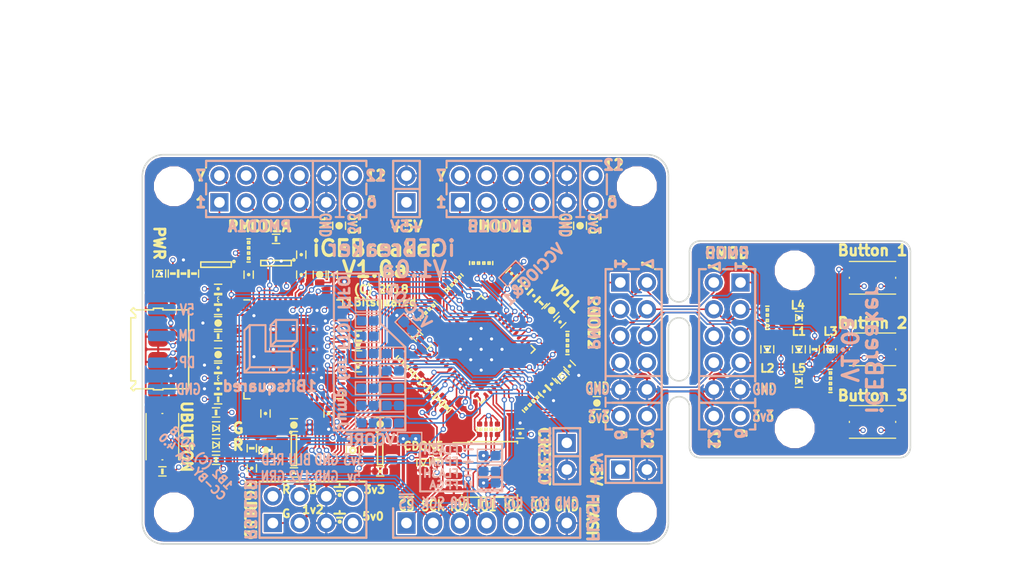
<source format=kicad_pcb>
(kicad_pcb (version 20171130) (host pcbnew 5.0.0-fee4fd1~66~ubuntu18.04.1)
  (title_block (title iCEBreaker) (rev V1.0a) (company 1BitSquared) (comment 1 "(C) 2018 Piotr Esden-Tempski <piotr@1bitsquared.com>") (comment 2 "(C) 2018 1BitSquared <info@1bitsquared.com>") (comment 3 "License: CC-BY-SA 4.0"))
  (layers (0 F.Cu signal) (1 In1.Cu signal) (2 In2.Cu signal) (31 B.Cu signal) (34 B.Paste user) (35 F.Paste user) (36 B.SilkS user) (37 F.SilkS user) (38 B.Mask user) (39 F.Mask user) (44 Edge.Cuts user))
  (net 0 "")
  (net 1 /~LEDG)
  (net 2 /xFIFO_~WR)
  (net 3 +3V3)
  (net 4 /iCE_SS_B)
  (net 5 +1V2)
  (net 6 /xFIFO_WKUP)
  (net 7 /~BUTTON)
  (net 8 /~LEDR)
  (net 9 /xFIFO_~RD)
  (net 10 /xFIFO_~RXF)
  (net 11 /P2_4)
  (net 12 /P2_9)
  (net 13 /xFIFO_D7)
  (net 14 /xFIFO_D6)
  (net 15 /P2_3)
  (net 16 /P2_8)
  (net 17 /xFIFO_D5)
  (net 18 /xFIFO_D4)
  (net 19 /P2_2)
  (net 20 /P2_7)
  (net 21 /xFIFO_D3)
  (net 22 /xFIFO_D2)
  (net 23 /P2_1)
  (net 24 /xFIFO_~TXE)
  (net 25 /P2_10)
  (net 26 GND)
  (net 27 "Net-(R6-Pad1)")
  (net 28 "Net-(R2-Pad1)")
  (net 29 "Net-(R7-Pad2)")
  (net 30 /FTDI_CLK)
  (net 31 "Net-(C3-Pad1)")
  (net 32 +5V)
  (net 33 "Net-(C11-Pad1)")
  (net 34 /iCE_SCK)
  (net 35 "Net-(U4-Pad3)")
  (net 36 "Net-(C12-Pad1)")
  (net 37 "Net-(R8-Pad1)")
  (net 38 "Net-(C13-Pad1)")
  (net 39 +1V8)
  (net 40 "Net-(R9-Pad1)")
  (net 41 "Net-(U4-Pad19)")
  (net 42 "Net-(U4-Pad22)")
  (net 43 /iCE_CDONE)
  (net 44 /iCE_CRESET)
  (net 45 "Net-(U4-Pad26)")
  (net 46 "Net-(U4-Pad27)")
  (net 47 "Net-(U4-Pad28)")
  (net 48 "Net-(U4-Pad29)")
  (net 49 "Net-(U4-Pad30)")
  (net 50 "Net-(U4-Pad32)")
  (net 51 "Net-(U4-Pad33)")
  (net 52 "Net-(U4-Pad34)")
  (net 53 "Net-(U4-Pad36)")
  (net 54 "Net-(U4-Pad57)")
  (net 55 "Net-(U4-Pad58)")
  (net 56 "Net-(U4-Pad59)")
  (net 57 "Net-(U4-Pad60)")
  (net 58 /P1B9)
  (net 59 /P1B10)
  (net 60 /P1B4)
  (net 61 /P1A1)
  (net 62 /P1A7)
  (net 63 /P1A2)
  (net 64 /P1A8)
  (net 65 /P1A3)
  (net 66 /P1A9)
  (net 67 /P1A4)
  (net 68 /P1A10)
  (net 69 /~LED_RED)
  (net 70 /~LED_GRN)
  (net 71 /~LED_BLU)
  (net 72 /P1B1)
  (net 73 /P1B7)
  (net 74 /P1B2)
  (net 75 /P1B8)
  (net 76 /P1B3)
  (net 77 "Net-(D6-PadA)")
  (net 78 "Net-(D9-PadA)")
  (net 79 "Net-(D7-PadA)")
  (net 80 "Net-(D10-PadA)")
  (net 81 /shield)
  (net 82 "Net-(D8-PadA)")
  (net 83 "Net-(D1-PadA)")
  (net 84 "Net-(D4-PadA)")
  (net 85 "Net-(D5-PadA)")
  (net 86 "Net-(P1-Pad4)")
  (net 87 "Net-(C35-Pad1)")
  (net 88 "Net-(R2-Pad5)")
  (net 89 "Net-(R2-Pad3)")
  (net 90 "Net-(C39-Pad1)")
  (net 91 "Net-(U7-Pad2)")
  (net 92 /P1A1x)
  (net 93 /P1A7x)
  (net 94 /P1A2x)
  (net 95 /P1A8x)
  (net 96 /P2_4x)
  (net 97 /P2_3x)
  (net 98 /P2_2x)
  (net 99 /P2_1x)
  (net 100 /P1B7x)
  (net 101 /P1B8x)
  (net 102 /P1B9x)
  (net 103 /P1B10x)
  (net 104 /P2_10x)
  (net 105 /P2_9x)
  (net 106 /P2_8x)
  (net 107 /P2_7x)
  (net 108 /P1B1x)
  (net 109 /P1B2x)
  (net 110 /P1B3x)
  (net 111 /P1B4x)
  (net 112 /P1A10x)
  (net 113 /P1A4x)
  (net 114 /P1A9x)
  (net 115 /P1A3x)
  (net 116 /USB_DP)
  (net 117 /USB_DM)
  (net 118 /Tx_TTL|FIFO_D1)
  (net 119 /Rx_TTL|FIFO_D0)
  (net 120 /FLASH_MISO|IO1)
  (net 121 /FLASH_MOSI|IO0)
  (net 122 /FLASH_~WP~|IO2)
  (net 123 /FLASH_~HLD~|~RST~|IO3)
  (net 124 /FLASH_CS)
  (net 125 /xFIFO_D1)
  (net 126 /xFIFO_D0)
  (net 127 /VCCIO_2)
  (net 128 /VCCIO_0|1)
  (net 129 /VCCPLL)
  (net 130 /VCORE)
  (net 131 /xiCE_CRESET)
  (net 132 /iCE_SO)
  (net 133 /iCE_SI)
  (module Pin_Headers:Pin_Header_Straight_1x07 (layer F.Cu) (at 55.1 64.01 90)
    (fp_text reference J20)
    (fp_text value Flash)
    (pad 1 thru_hole rect (at 0 0 90) (size 2.032 1.7272) (drill 1.016) (layers *.Cu *.Mask) (net 124 /FLASH_CS))
    (pad 2 thru_hole oval (at 0 2.54 90) (size 2.032 1.7272) (drill 1.016) (layers *.Cu *.Mask) (net 34 /iCE_SCK))
    (pad 3 thru_hole oval (at 0 5.08 90) (size 2.032 1.7272) (drill 1.016) (layers *.Cu *.Mask) (net 121 /FLASH_MOSI|IO0))
    (pad 4 thru_hole oval (at 0 7.62 90) (size 2.032 1.7272) (drill 1.016) (layers *.Cu *.Mask) (net 120 /FLASH_MISO|IO1))
    (pad 5 thru_hole oval (at 0 10.16 90) (size 2.032 1.7272) (drill 1.016) (layers *.Cu *.Mask) (net 122 /FLASH_~WP~|IO2))
    (pad 6 thru_hole oval (at 0 12.7 90) (size 2.032 1.7272) (drill 1.016) (layers *.Cu *.Mask) (net 123 /FLASH_~HLD~|~RST~|IO3))
    (pad 7 thru_hole oval (at 0 15.24 90) (size 2.032 1.7272) (drill 1.016) (layers *.Cu *.Mask) (net 26 GND))
  )
  (module Pin_Headers:Pin_Header_Straight_2x04 (layer F.Cu) (at 42.4 64.01 90)
    (fp_text reference J25)
    (fp_text value "RGB Led")
    (pad 1 thru_hole rect (at 0 0 90) (size 1.7272 1.7272) (drill 1.016) (layers *.Cu *.Mask) (net 70 /~LED_GRN))
    (pad 2 thru_hole oval (at 2.54 0 90) (size 1.7272 1.7272) (drill 1.016) (layers *.Cu *.Mask) (net 69 /~LED_RED))
    (pad 3 thru_hole oval (at 0 2.54 90) (size 1.7272 1.7272) (drill 1.016) (layers *.Cu *.Mask) (net 5 +1V2))
    (pad 4 thru_hole oval (at 2.54 2.54 90) (size 1.7272 1.7272) (drill 1.016) (layers *.Cu *.Mask) (net 71 /~LED_BLU))
    (pad 5 thru_hole oval (at 0 5.08 90) (size 1.7272 1.7272) (drill 1.016) (layers *.Cu *.Mask) (net 26 GND))
    (pad 6 thru_hole oval (at 2.54 5.08 90) (size 1.7272 1.7272) (drill 1.016) (layers *.Cu *.Mask) (net 26 GND))
    (pad 7 thru_hole oval (at 0 7.62 90) (size 1.7272 1.7272) (drill 1.016) (layers *.Cu *.Mask) (net 32 +5V))
    (pad 8 thru_hole oval (at 2.54 7.62 90) (size 1.7272 1.7272) (drill 1.016) (layers *.Cu *.Mask) (net 3 +3V3))
  )
  (module Connector_PinHeader_2.54mm:PinHeader_2x01_P2.54mm_Vertical (layer F.Cu) (at 70.34 56.39 270)
    (fp_text reference J28)
    (fp_text value CRESET)
    (pad 2 thru_hole oval (at 2.54 0 270) (size 1.7 1.7) (drill 1) (layers *.Cu *.Mask) (net 26 GND))
    (pad 1 thru_hole rect (at 0 0 270) (size 1.7 1.7) (drill 1) (layers *.Cu *.Mask) (net 44 /iCE_CRESET))
  )
  (module Pin_Headers:Pin_Header_Straight_2x01 (layer F.Cu) (at 75.42 58.93)
    (fp_text reference J27)
    (fp_text value "5V AUX")
    (pad 1 thru_hole rect (at 0 0) (size 1.7272 1.7272) (drill 1.016) (layers *.Cu *.Mask) (net 32 +5V))
    (pad 2 thru_hole oval (at 2.54 0) (size 1.7272 1.7272) (drill 1.016) (layers *.Cu *.Mask) (net 26 GND))
  )
  (module Pin_Headers:Pin_Header_Straight_2x01 (layer F.Cu) (at 55.1 33.53 90)
    (fp_text reference J26)
    (fp_text value "5V AUX")
    (pad 1 thru_hole rect (at 0 0 90) (size 1.7272 1.7272) (drill 1.016) (layers *.Cu *.Mask) (net 32 +5V))
    (pad 2 thru_hole oval (at 2.54 0 90) (size 1.7272 1.7272) (drill 1.016) (layers *.Cu *.Mask) (net 26 GND))
  )
  (module Pin_Headers:Pin_Header_Straight_2x06 (layer F.Cu) (at 86.85 53.85 180)
    (fp_text reference J24)
    (fp_text value PMOD_2P)
    (pad 6 thru_hole circle (at 0 0 180) (size 1.7272 1.7272) (drill 1.016) (layers *.Cu *.Mask) (net 3 +3V3))
    (pad 12 thru_hole oval (at 2.54 0 180) (size 1.7272 1.7272) (drill 1.016) (layers *.Cu *.Mask) (net 3 +3V3))
    (pad 5 thru_hole oval (at 0 2.54 180) (size 1.7272 1.7272) (drill 1.016) (layers *.Cu *.Mask) (net 26 GND))
    (pad 11 thru_hole oval (at 2.54 2.54 180) (size 1.7272 1.7272) (drill 1.016) (layers *.Cu *.Mask) (net 26 GND))
    (pad 4 thru_hole oval (at 0 5.08 180) (size 1.7272 1.7272) (drill 1.016) (layers *.Cu *.Mask) (net 96 /P2_4x))
    (pad 10 thru_hole oval (at 2.54 5.08 180) (size 1.7272 1.7272) (drill 1.016) (layers *.Cu *.Mask) (net 104 /P2_10x))
    (pad 3 thru_hole oval (at 0 7.62 180) (size 1.7272 1.7272) (drill 1.016) (layers *.Cu *.Mask) (net 97 /P2_3x))
    (pad 9 thru_hole oval (at 2.54 7.62 180) (size 1.7272 1.7272) (drill 1.016) (layers *.Cu *.Mask) (net 105 /P2_9x))
    (pad 2 thru_hole oval (at 0 10.16 180) (size 1.7272 1.7272) (drill 1.016) (layers *.Cu *.Mask) (net 98 /P2_2x))
    (pad 8 thru_hole oval (at 2.54 10.16 180) (size 1.7272 1.7272) (drill 1.016) (layers *.Cu *.Mask) (net 106 /P2_8x))
    (pad 1 thru_hole rect (at 0 12.7 180) (size 1.7272 1.7272) (drill 1.016) (layers *.Cu *.Mask) (net 99 /P2_1x))
    (pad 7 thru_hole oval (at 2.54 12.7 180) (size 1.7272 1.7272) (drill 1.016) (layers *.Cu *.Mask) (net 107 /P2_7x))
  )
  (module Socket_Strips:Socket_Strip_Straight_2x06 (layer F.Cu) (at 75.42 53.85 90)
    (fp_text reference J23)
    (fp_text value PMOD_2H)
    (pad 6 thru_hole circle (at 0 0 90) (size 1.7272 1.7272) (drill 1.016) (layers *.Cu *.Mask) (net 3 +3V3))
    (pad 12 thru_hole oval (at 0 2.54 90) (size 1.7272 1.7272) (drill 1.016) (layers *.Cu *.Mask) (net 3 +3V3))
    (pad 5 thru_hole oval (at 2.54 0 90) (size 1.7272 1.7272) (drill 1.016) (layers *.Cu *.Mask) (net 26 GND))
    (pad 11 thru_hole oval (at 2.54 2.54 90) (size 1.7272 1.7272) (drill 1.016) (layers *.Cu *.Mask) (net 26 GND))
    (pad 4 thru_hole oval (at 5.08 0 90) (size 1.7272 1.7272) (drill 1.016) (layers *.Cu *.Mask) (net 96 /P2_4x))
    (pad 10 thru_hole oval (at 5.08 2.54 90) (size 1.7272 1.7272) (drill 1.016) (layers *.Cu *.Mask) (net 104 /P2_10x))
    (pad 3 thru_hole oval (at 7.62 0 90) (size 1.7272 1.7272) (drill 1.016) (layers *.Cu *.Mask) (net 97 /P2_3x))
    (pad 9 thru_hole oval (at 7.62 2.54 90) (size 1.7272 1.7272) (drill 1.016) (layers *.Cu *.Mask) (net 105 /P2_9x))
    (pad 2 thru_hole oval (at 10.16 0 90) (size 1.7272 1.7272) (drill 1.016) (layers *.Cu *.Mask) (net 98 /P2_2x))
    (pad 8 thru_hole oval (at 10.16 2.54 90) (size 1.7272 1.7272) (drill 1.016) (layers *.Cu *.Mask) (net 106 /P2_8x))
    (pad 1 thru_hole rect (at 12.7 0 90) (size 1.7272 1.7272) (drill 1.016) (layers *.Cu *.Mask) (net 99 /P2_1x))
    (pad 7 thru_hole oval (at 12.7 2.54 90) (size 1.7272 1.7272) (drill 1.016) (layers *.Cu *.Mask) (net 107 /P2_7x))
  )
  (module Socket_Strips:Socket_Strip_Angled_2x06 (layer F.Cu) (at 72.88 33.53 180)
    (fp_text reference J22)
    (fp_text value PMOD_1B)
    (pad 7 thru_hole oval (at 12.7 2.54 180) (size 1.7272 1.7272) (drill 1.016) (layers *.Cu *.Mask) (net 100 /P1B7x))
    (pad 1 thru_hole rect (at 12.7 0 180) (size 1.7272 1.7272) (drill 1.016) (layers *.Cu *.Mask) (net 108 /P1B1x))
    (pad 8 thru_hole oval (at 10.16 2.54 180) (size 1.7272 1.7272) (drill 1.016) (layers *.Cu *.Mask) (net 101 /P1B8x))
    (pad 2 thru_hole oval (at 10.16 0 180) (size 1.7272 1.7272) (drill 1.016) (layers *.Cu *.Mask) (net 109 /P1B2x))
    (pad 9 thru_hole oval (at 7.62 2.54 180) (size 1.7272 1.7272) (drill 1.016) (layers *.Cu *.Mask) (net 102 /P1B9x))
    (pad 3 thru_hole oval (at 7.62 0 180) (size 1.7272 1.7272) (drill 1.016) (layers *.Cu *.Mask) (net 110 /P1B3x))
    (pad 10 thru_hole oval (at 5.08 2.54 180) (size 1.7272 1.7272) (drill 1.016) (layers *.Cu *.Mask) (net 103 /P1B10x))
    (pad 4 thru_hole oval (at 5.08 0 180) (size 1.7272 1.7272) (drill 1.016) (layers *.Cu *.Mask) (net 111 /P1B4x))
    (pad 11 thru_hole oval (at 2.54 2.54 180) (size 1.7272 1.7272) (drill 1.016) (layers *.Cu *.Mask) (net 26 GND))
    (pad 5 thru_hole oval (at 2.54 0 180) (size 1.7272 1.7272) (drill 1.016) (layers *.Cu *.Mask) (net 26 GND))
    (pad 12 thru_hole oval (at 0 2.54 180) (size 1.7272 1.7272) (drill 1.016) (layers *.Cu *.Mask) (net 3 +3V3))
    (pad 6 thru_hole circle (at 0 0 180) (size 1.7272 1.7272) (drill 1.016) (layers *.Cu *.Mask) (net 3 +3V3))
  )
  (module Socket_Strips:Socket_Strip_Angled_2x06 (layer F.Cu) (at 50.02 33.53 180)
    (fp_text reference J21)
    (fp_text value PMOD_1A)
    (pad 6 thru_hole circle (at 0 0 180) (size 1.7272 1.7272) (drill 1.016) (layers *.Cu *.Mask) (net 3 +3V3))
    (pad 12 thru_hole oval (at 0 2.54 180) (size 1.7272 1.7272) (drill 1.016) (layers *.Cu *.Mask) (net 3 +3V3))
    (pad 5 thru_hole oval (at 2.54 0 180) (size 1.7272 1.7272) (drill 1.016) (layers *.Cu *.Mask) (net 26 GND))
    (pad 11 thru_hole oval (at 2.54 2.54 180) (size 1.7272 1.7272) (drill 1.016) (layers *.Cu *.Mask) (net 26 GND))
    (pad 4 thru_hole oval (at 5.08 0 180) (size 1.7272 1.7272) (drill 1.016) (layers *.Cu *.Mask) (net 113 /P1A4x))
    (pad 10 thru_hole oval (at 5.08 2.54 180) (size 1.7272 1.7272) (drill 1.016) (layers *.Cu *.Mask) (net 112 /P1A10x))
    (pad 3 thru_hole oval (at 7.62 0 180) (size 1.7272 1.7272) (drill 1.016) (layers *.Cu *.Mask) (net 115 /P1A3x))
    (pad 9 thru_hole oval (at 7.62 2.54 180) (size 1.7272 1.7272) (drill 1.016) (layers *.Cu *.Mask) (net 114 /P1A9x))
    (pad 2 thru_hole oval (at 10.16 0 180) (size 1.7272 1.7272) (drill 1.016) (layers *.Cu *.Mask) (net 94 /P1A2x))
    (pad 8 thru_hole oval (at 10.16 2.54 180) (size 1.7272 1.7272) (drill 1.016) (layers *.Cu *.Mask) (net 95 /P1A8x))
    (pad 1 thru_hole rect (at 12.7 0 180) (size 1.7272 1.7272) (drill 1.016) (layers *.Cu *.Mask) (net 92 /P1A1x))
    (pad 7 thru_hole oval (at 12.7 2.54 180) (size 1.7272 1.7272) (drill 1.016) (layers *.Cu *.Mask) (net 93 /P1A7x))
  )
  (module pkl_dipol:R_0402 (layer F.Cu) (at 58.9 53 225)
    (fp_text reference R26)
    (fp_text value 10k)
    (pad 1 smd roundrect (at -0.499999 0 225) (size 0.5 0.6) (layers F.Cu F.Paste F.Mask) (net 44 /iCE_CRESET))
    (pad 2 smd roundrect (at 0.499999 0 225) (size 0.5 0.6) (layers F.Cu F.Paste F.Mask) (net 131 /xiCE_CRESET))
  )
  (module pkl_dipol:R_0402 (layer F.Cu) (at 50.5 47.2)
    (fp_text reference R25)
    (fp_text value 10k)
    (pad 1 smd roundrect (at -0.5 0) (size 0.5 0.6) (layers F.Cu F.Paste F.Mask) (net 21 /xFIFO_D3))
    (pad 2 smd roundrect (at 0.5 0) (size 0.5 0.6) (layers F.Cu F.Paste F.Mask) (net 26 GND))
  )
  (module pkl_jumpers:J_NC_0603_15 (layer B.Cu) (at 53.8 52.85)
    (fp_text reference J1)
    (fp_text value Jumper)
    (fp_line (start -0.2 0) (end 0.2 0) (layer B.Cu) (width 0.15))
    (pad 1 smd roundrect (at -0.575 0) (size 0.95 0.9) (layers B.Cu B.Paste B.Mask) (net 126 /xFIFO_D0))
    (pad 2 smd roundrect (at 0.575 0) (size 0.95 0.9) (layers B.Cu B.Paste B.Mask) (net 119 /Rx_TTL|FIFO_D0))
  )
  (module pkl_jumpers:J_NC_0603_15 (layer B.Cu) (at 51.4 52.85)
    (fp_text reference J2)
    (fp_text value Jumper)
    (fp_line (start -0.2 0) (end 0.2 0) (layer B.Cu) (width 0.15))
    (pad 2 smd roundrect (at 0.575 0) (size 0.95 0.9) (layers B.Cu B.Paste B.Mask) (net 118 /Tx_TTL|FIFO_D1))
    (pad 1 smd roundrect (at -0.575 0) (size 0.95 0.9) (layers B.Cu B.Paste B.Mask) (net 125 /xFIFO_D1))
  )
  (module pkl_jumpers:J_NC_0603_15 (layer B.Cu) (at 63 59.1 180)
    (fp_text reference J16)
    (fp_text value Jumper)
    (fp_line (start -0.2 0) (end 0.2 0) (layer B.Cu) (width 0.15))
    (pad 1 smd roundrect (at -0.575 0 180) (size 0.95 0.9) (layers B.Cu B.Paste B.Mask) (net 133 /iCE_SI))
    (pad 2 smd roundrect (at 0.575 0 180) (size 0.95 0.9) (layers B.Cu B.Paste B.Mask) (net 120 /FLASH_MISO|IO1))
  )
  (module pkl_jumpers:J_NC_0603_15 (layer B.Cu) (at 63 57.6)
    (fp_text reference J18)
    (fp_text value Jumper)
    (fp_line (start -0.2 0) (end 0.2 0) (layer B.Cu) (width 0.15))
    (pad 2 smd roundrect (at 0.575 0) (size 0.95 0.9) (layers B.Cu B.Paste B.Mask) (net 4 /iCE_SS_B))
    (pad 1 smd roundrect (at -0.575 0) (size 0.95 0.9) (layers B.Cu B.Paste B.Mask) (net 124 /FLASH_CS))
  )
  (module pkl_jumpers:J_NC_0603_15 (layer B.Cu) (at 63 60.2 180)
    (fp_text reference J15)
    (fp_text value Jumper)
    (fp_line (start -0.2 0) (end 0.2 0) (layer B.Cu) (width 0.15))
    (pad 1 smd roundrect (at -0.575 0 180) (size 0.95 0.9) (layers B.Cu B.Paste B.Mask) (net 121 /FLASH_MOSI|IO0))
    (pad 2 smd roundrect (at 0.575 0 180) (size 0.95 0.9) (layers B.Cu B.Paste B.Mask) (net 132 /iCE_SO))
  )
  (module pkl_jumpers:J_NC_0603_30 (layer B.Cu) (at 55.25 45.3 135)
    (fp_text reference J17)
    (fp_text value Jumper)
    (fp_line (start -0.2 0) (end 0.2 0) (layer B.Cu) (width 0.3))
    (pad 1 smd roundrect (at -0.574999 0 135) (size 0.95 0.9) (layers B.Cu B.Paste B.Mask) (net 127 /VCCIO_2))
    (pad 2 smd roundrect (at 0.574999 0 135) (size 0.95 0.9) (layers B.Cu B.Paste B.Mask) (net 3 +3V3))
  )
  (module pkl_jumpers:J_NC_0603_30 (layer B.Cu) (at 65.1 40.3 45)
    (fp_text reference J19)
    (fp_text value Jumper)
    (fp_line (start -0.2 0) (end 0.2 0) (layer B.Cu) (width 0.3))
    (pad 2 smd roundrect (at 0.574999 0 45) (size 0.95 0.9) (layers B.Cu B.Paste B.Mask) (net 3 +3V3))
    (pad 1 smd roundrect (at -0.574999 0 45) (size 0.95 0.9) (layers B.Cu B.Paste B.Mask) (net 128 /VCCIO_0|1))
  )
  (module pkl_jumpers:J_NC_0603_30 (layer B.Cu) (at 55.4 56 180)
    (fp_text reference J14)
    (fp_text value Jumper)
    (fp_line (start -0.2 0) (end 0.2 0) (layer B.Cu) (width 0.3))
    (pad 2 smd roundrect (at 0.575 0 180) (size 0.95 0.9) (layers B.Cu B.Paste B.Mask) (net 5 +1V2))
    (pad 1 smd roundrect (at -0.575 0 180) (size 0.95 0.9) (layers B.Cu B.Paste B.Mask) (net 130 /VCORE))
  )
  (module pkl_jumpers:J_0603 (layer B.Cu) (at 51.4 43.35)
    (fp_text reference J12)
    (fp_text value Jumper hide)
    (pad 2 smd roundrect (at 0.575 0) (size 0.95 0.9) (layers B.Cu B.Paste B.Mask) (net 1 /~LEDG))
    (pad 1 smd roundrect (at -0.575 0) (size 0.95 0.9) (layers B.Cu B.Paste B.Mask) (net 2 /xFIFO_~WR))
  )
  (module pkl_jumpers:J_0603 (layer B.Cu) (at 51.4 44.8)
    (fp_text reference J10)
    (fp_text value Jumper hide)
    (pad 2 smd roundrect (at 0.575 0) (size 0.95 0.9) (layers B.Cu B.Paste B.Mask) (net 23 /P2_1))
    (pad 1 smd roundrect (at -0.575 0) (size 0.95 0.9) (layers B.Cu B.Paste B.Mask) (net 24 /xFIFO_~TXE))
  )
  (module pkl_jumpers:J_0603 (layer B.Cu) (at 53.8 51.2)
    (fp_text reference J3)
    (fp_text value Jumper hide)
    (pad 2 smd roundrect (at 0.575 0) (size 0.95 0.9) (layers B.Cu B.Paste B.Mask) (net 25 /P2_10))
    (pad 1 smd roundrect (at -0.575 0) (size 0.95 0.9) (layers B.Cu B.Paste B.Mask) (net 22 /xFIFO_D2))
  )
  (module pkl_jumpers:J_0603 (layer B.Cu) (at 51.4 51.2)
    (fp_text reference J4)
    (fp_text value Jumper hide)
    (pad 2 smd roundrect (at 0.575 0) (size 0.95 0.9) (layers B.Cu B.Paste B.Mask) (net 11 /P2_4))
    (pad 1 smd roundrect (at -0.575 0) (size 0.95 0.9) (layers B.Cu B.Paste B.Mask) (net 21 /xFIFO_D3))
  )
  (module pkl_jumpers:J_0603 (layer B.Cu) (at 53.8 49.55)
    (fp_text reference J5)
    (fp_text value Jumper hide)
    (pad 2 smd roundrect (at 0.575 0) (size 0.95 0.9) (layers B.Cu B.Paste B.Mask) (net 12 /P2_9))
    (pad 1 smd roundrect (at -0.575 0) (size 0.95 0.9) (layers B.Cu B.Paste B.Mask) (net 18 /xFIFO_D4))
  )
  (module pkl_jumpers:J_0603 (layer B.Cu) (at 51.4 49.55)
    (fp_text reference J6)
    (fp_text value Jumper hide)
    (pad 2 smd roundrect (at 0.575 0) (size 0.95 0.9) (layers B.Cu B.Paste B.Mask) (net 15 /P2_3))
    (pad 1 smd roundrect (at -0.575 0) (size 0.95 0.9) (layers B.Cu B.Paste B.Mask) (net 17 /xFIFO_D5))
  )
  (module pkl_jumpers:J_0603 (layer B.Cu) (at 53.8 47.9)
    (fp_text reference J7)
    (fp_text value Jumper hide)
    (pad 2 smd roundrect (at 0.575 0) (size 0.95 0.9) (layers B.Cu B.Paste B.Mask) (net 16 /P2_8))
    (pad 1 smd roundrect (at -0.575 0) (size 0.95 0.9) (layers B.Cu B.Paste B.Mask) (net 14 /xFIFO_D6))
  )
  (module pkl_jumpers:J_0603 (layer B.Cu) (at 51.4 47.9)
    (fp_text reference J8)
    (fp_text value Jumper hide)
    (pad 2 smd roundrect (at 0.575 0) (size 0.95 0.9) (layers B.Cu B.Paste B.Mask) (net 19 /P2_2))
    (pad 1 smd roundrect (at -0.575 0) (size 0.95 0.9) (layers B.Cu B.Paste B.Mask) (net 13 /xFIFO_D7))
  )
  (module pkl_jumpers:J_0603 (layer B.Cu) (at 51.4 46.25)
    (fp_text reference J9)
    (fp_text value Jumper hide)
    (pad 2 smd roundrect (at 0.575 0) (size 0.95 0.9) (layers B.Cu B.Paste B.Mask) (net 20 /P2_7))
    (pad 1 smd roundrect (at -0.575 0) (size 0.95 0.9) (layers B.Cu B.Paste B.Mask) (net 10 /xFIFO_~RXF))
  )
  (module pkl_jumpers:J_0603 (layer B.Cu) (at 51.4 54.5)
    (fp_text reference J11)
    (fp_text value Jumper hide)
    (pad 2 smd roundrect (at 0.575 0) (size 0.95 0.9) (layers B.Cu B.Paste B.Mask) (net 8 /~LEDR))
    (pad 1 smd roundrect (at -0.575 0) (size 0.95 0.9) (layers B.Cu B.Paste B.Mask) (net 9 /xFIFO_~RD))
  )
  (module pkl_jumpers:J_0603 (layer B.Cu) (at 53.8 54.5)
    (fp_text reference J13)
    (fp_text value Jumper hide)
    (pad 2 smd roundrect (at 0.575 0) (size 0.95 0.9) (layers B.Cu B.Paste B.Mask) (net 7 /~BUTTON))
    (pad 1 smd roundrect (at -0.575 0) (size 0.95 0.9) (layers B.Cu B.Paste B.Mask) (net 6 /xFIFO_WKUP))
  )
  (module pkl_logos:1b2_Logo_SilkS_5mm (layer B.Cu) (at 42.2 47.2 180)
    (fp_text reference REF** hide)
    (fp_text value 1b2_Logo_SilkS_5mm hide)
  )
  (module pkl_dipol:R_Array_Convex_4x0402 (layer F.Cu) (at 57.105546 43.866206 135)
    (fp_text reference R23)
    (fp_text value 33E)
    (pad 8 smd roundrect (at 0.5 0.85 135) (size 0.5 0.5) (layers F.Cu F.Paste F.Mask) (net 112 /P1A10x))
    (pad 6 smd roundrect (at 0.5 0.25 135) (size 0.5 0.3) (layers F.Cu F.Paste F.Mask) (net 113 /P1A4x))
    (pad 4 smd roundrect (at 0.5 -0.25 135) (size 0.5 0.3) (layers F.Cu F.Paste F.Mask) (net 114 /P1A9x))
    (pad 2 smd roundrect (at 0.5 -0.85 135) (size 0.5 0.5) (layers F.Cu F.Paste F.Mask) (net 115 /P1A3x))
    (pad 7 smd roundrect (at -0.5 0.85 135) (size 0.5 0.5) (layers F.Cu F.Paste F.Mask) (net 68 /P1A10))
    (pad 1 smd roundrect (at -0.5 -0.85 135) (size 0.5 0.5) (layers F.Cu F.Paste F.Mask) (net 65 /P1A3))
    (pad 5 smd roundrect (at -0.5 0.25 135) (size 0.5 0.3) (layers F.Cu F.Paste F.Mask) (net 67 /P1A4))
    (pad 3 smd roundrect (at -0.5 -0.25 135) (size 0.5 0.3) (layers F.Cu F.Paste F.Mask) (net 66 /P1A9))
  )
  (module pkl_dipol:R_Array_Convex_4x0402 (layer F.Cu) (at 62.2 39.3 90)
    (fp_text reference R24)
    (fp_text value 33E)
    (pad 8 smd roundrect (at 0.5 0.85 90) (size 0.5 0.5) (layers F.Cu F.Paste F.Mask) (net 103 /P1B10x))
    (pad 6 smd roundrect (at 0.5 0.25 90) (size 0.5 0.3) (layers F.Cu F.Paste F.Mask) (net 111 /P1B4x))
    (pad 4 smd roundrect (at 0.5 -0.25 90) (size 0.5 0.3) (layers F.Cu F.Paste F.Mask) (net 102 /P1B9x))
    (pad 2 smd roundrect (at 0.5 -0.85 90) (size 0.5 0.5) (layers F.Cu F.Paste F.Mask) (net 110 /P1B3x))
    (pad 7 smd roundrect (at -0.5 0.85 90) (size 0.5 0.5) (layers F.Cu F.Paste F.Mask) (net 59 /P1B10))
    (pad 1 smd roundrect (at -0.5 -0.85 90) (size 0.5 0.5) (layers F.Cu F.Paste F.Mask) (net 76 /P1B3))
    (pad 5 smd roundrect (at -0.5 0.25 90) (size 0.5 0.3) (layers F.Cu F.Paste F.Mask) (net 60 /P1B4))
    (pad 3 smd roundrect (at -0.5 -0.25 90) (size 0.5 0.3) (layers F.Cu F.Paste F.Mask) (net 58 /P1B9))
  )
  (module pkl_dipol:R_Array_Convex_4x0402 (layer F.Cu) (at 67 52.6 315)
    (fp_text reference R22)
    (fp_text value 33E)
    (pad 8 smd roundrect (at 0.5 0.85 315) (size 0.5 0.5) (layers F.Cu F.Paste F.Mask) (net 104 /P2_10x))
    (pad 6 smd roundrect (at 0.5 0.25 315) (size 0.5 0.3) (layers F.Cu F.Paste F.Mask) (net 96 /P2_4x))
    (pad 4 smd roundrect (at 0.5 -0.25 315) (size 0.5 0.3) (layers F.Cu F.Paste F.Mask) (net 105 /P2_9x))
    (pad 2 smd roundrect (at 0.5 -0.85 315) (size 0.5 0.5) (layers F.Cu F.Paste F.Mask) (net 97 /P2_3x))
    (pad 7 smd roundrect (at -0.5 0.85 315) (size 0.5 0.5) (layers F.Cu F.Paste F.Mask) (net 25 /P2_10))
    (pad 1 smd roundrect (at -0.5 -0.85 315) (size 0.5 0.5) (layers F.Cu F.Paste F.Mask) (net 15 /P2_3))
    (pad 5 smd roundrect (at -0.5 0.25 315) (size 0.5 0.3) (layers F.Cu F.Paste F.Mask) (net 11 /P2_4))
    (pad 3 smd roundrect (at -0.5 -0.25 315) (size 0.5 0.3) (layers F.Cu F.Paste F.Mask) (net 12 /P2_9))
  )
  (module pkl_dipol:R_Array_Convex_4x0402 (layer F.Cu) (at 40.1 38.1 180)
    (fp_text reference R2)
    (fp_text value 10k)
    (pad 3 smd roundrect (at -0.5 -0.25 180) (size 0.5 0.3) (layers F.Cu F.Paste F.Mask) (net 89 "Net-(R2-Pad3)"))
    (pad 5 smd roundrect (at -0.5 0.25 180) (size 0.5 0.3) (layers F.Cu F.Paste F.Mask) (net 88 "Net-(R2-Pad5)"))
    (pad 1 smd roundrect (at -0.5 -0.85 180) (size 0.5 0.5) (layers F.Cu F.Paste F.Mask) (net 28 "Net-(R2-Pad1)"))
    (pad 7 smd roundrect (at -0.5 0.85 180) (size 0.5 0.5) (layers F.Cu F.Paste F.Mask))
    (pad 2 smd roundrect (at 0.5 -0.85 180) (size 0.5 0.5) (layers F.Cu F.Paste F.Mask) (net 3 +3V3))
    (pad 4 smd roundrect (at 0.5 -0.25 180) (size 0.5 0.3) (layers F.Cu F.Paste F.Mask) (net 3 +3V3))
    (pad 6 smd roundrect (at 0.5 0.25 180) (size 0.5 0.3) (layers F.Cu F.Paste F.Mask) (net 3 +3V3))
    (pad 8 smd roundrect (at 0.5 0.85 180) (size 0.5 0.5) (layers F.Cu F.Paste F.Mask))
  )
  (module pkl_dipol:R_Array_Convex_4x0402 (layer F.Cu) (at 59.6 41.2 135)
    (fp_text reference R21)
    (fp_text value 33E)
    (pad 8 smd roundrect (at 0.5 0.85 135) (size 0.5 0.5) (layers F.Cu F.Paste F.Mask) (net 101 /P1B8x))
    (pad 6 smd roundrect (at 0.5 0.25 135) (size 0.5 0.3) (layers F.Cu F.Paste F.Mask) (net 109 /P1B2x))
    (pad 4 smd roundrect (at 0.5 -0.25 135) (size 0.5 0.3) (layers F.Cu F.Paste F.Mask) (net 100 /P1B7x))
    (pad 2 smd roundrect (at 0.5 -0.85 135) (size 0.5 0.5) (layers F.Cu F.Paste F.Mask) (net 108 /P1B1x))
    (pad 7 smd roundrect (at -0.5 0.85 135) (size 0.5 0.5) (layers F.Cu F.Paste F.Mask) (net 75 /P1B8))
    (pad 1 smd roundrect (at -0.5 -0.85 135) (size 0.5 0.5) (layers F.Cu F.Paste F.Mask) (net 72 /P1B1))
    (pad 5 smd roundrect (at -0.5 0.25 135) (size 0.5 0.3) (layers F.Cu F.Paste F.Mask) (net 74 /P1B2))
    (pad 3 smd roundrect (at -0.5 -0.25 135) (size 0.5 0.3) (layers F.Cu F.Paste F.Mask) (net 73 /P1B7))
  )
  (module pkl_dipol:R_Array_Convex_4x0402 (layer F.Cu) (at 70.4 46.9)
    (fp_text reference R4)
    (fp_text value 33E)
    (pad 8 smd roundrect (at 0.5 0.85) (size 0.5 0.5) (layers F.Cu F.Paste F.Mask) (net 106 /P2_8x))
    (pad 6 smd roundrect (at 0.5 0.25) (size 0.5 0.3) (layers F.Cu F.Paste F.Mask) (net 98 /P2_2x))
    (pad 4 smd roundrect (at 0.5 -0.25) (size 0.5 0.3) (layers F.Cu F.Paste F.Mask) (net 107 /P2_7x))
    (pad 2 smd roundrect (at 0.5 -0.85) (size 0.5 0.5) (layers F.Cu F.Paste F.Mask) (net 99 /P2_1x))
    (pad 7 smd roundrect (at -0.5 0.85) (size 0.5 0.5) (layers F.Cu F.Paste F.Mask) (net 16 /P2_8))
    (pad 1 smd roundrect (at -0.5 -0.85) (size 0.5 0.5) (layers F.Cu F.Paste F.Mask) (net 23 /P2_1))
    (pad 5 smd roundrect (at -0.5 0.25) (size 0.5 0.3) (layers F.Cu F.Paste F.Mask) (net 19 /P2_2))
    (pad 3 smd roundrect (at -0.5 -0.25) (size 0.5 0.3) (layers F.Cu F.Paste F.Mask) (net 20 /P2_7))
  )
  (module pkl_dipol:R_Array_Convex_4x0402 (layer F.Cu) (at 55 49 225)
    (fp_text reference R20)
    (fp_text value 33E)
    (pad 8 smd roundrect (at 0.5 0.85 225) (size 0.5 0.5) (layers F.Cu F.Paste F.Mask) (net 95 /P1A8x))
    (pad 6 smd roundrect (at 0.5 0.25 225) (size 0.5 0.3) (layers F.Cu F.Paste F.Mask) (net 94 /P1A2x))
    (pad 4 smd roundrect (at 0.5 -0.25 225) (size 0.5 0.3) (layers F.Cu F.Paste F.Mask) (net 93 /P1A7x))
    (pad 2 smd roundrect (at 0.5 -0.85 225) (size 0.5 0.5) (layers F.Cu F.Paste F.Mask) (net 92 /P1A1x))
    (pad 7 smd roundrect (at -0.5 0.85 225) (size 0.5 0.5) (layers F.Cu F.Paste F.Mask) (net 64 /P1A8))
    (pad 1 smd roundrect (at -0.5 -0.85 225) (size 0.5 0.5) (layers F.Cu F.Paste F.Mask) (net 61 /P1A1))
    (pad 5 smd roundrect (at -0.5 0.25 225) (size 0.5 0.3) (layers F.Cu F.Paste F.Mask) (net 63 /P1A2))
    (pad 3 smd roundrect (at -0.5 -0.25 225) (size 0.5 0.3) (layers F.Cu F.Paste F.Mask) (net 62 /P1A7))
  )
  (module pkl_dipol:R_Array_Convex_4x0402 (layer F.Cu) (at 62.9 55.1 270)
    (fp_text reference R11)
    (fp_text value 10k)
    (pad 8 smd roundrect (at 0.5 0.85 270) (size 0.5 0.5) (layers F.Cu F.Paste F.Mask) (net 122 /FLASH_~WP~|IO2))
    (pad 6 smd roundrect (at 0.5 0.25 270) (size 0.5 0.3) (layers F.Cu F.Paste F.Mask) (net 124 /FLASH_CS))
    (pad 4 smd roundrect (at 0.5 -0.25 270) (size 0.5 0.3) (layers F.Cu F.Paste F.Mask) (net 34 /iCE_SCK))
    (pad 2 smd roundrect (at 0.5 -0.85 270) (size 0.5 0.5) (layers F.Cu F.Paste F.Mask) (net 123 /FLASH_~HLD~|~RST~|IO3))
    (pad 7 smd roundrect (at -0.5 0.85 270) (size 0.5 0.5) (layers F.Cu F.Paste F.Mask) (net 3 +3V3))
    (pad 1 smd roundrect (at -0.5 -0.85 270) (size 0.5 0.5) (layers F.Cu F.Paste F.Mask) (net 3 +3V3))
    (pad 5 smd roundrect (at -0.5 0.25 270) (size 0.5 0.3) (layers F.Cu F.Paste F.Mask) (net 3 +3V3))
    (pad 3 smd roundrect (at -0.5 -0.25 270) (size 0.5 0.3) (layers F.Cu F.Paste F.Mask) (net 3 +3V3))
  )
  (module pkl_dipol:R_Array_Convex_4x0402 (layer F.Cu) (at 95.4 50.5)
    (fp_text reference R16)
    (fp_text value 10k)
    (pad 3 smd roundrect (at -0.5 -0.25) (size 0.5 0.3) (layers F.Cu F.Paste F.Mask) (net 96 /P2_4x))
    (pad 5 smd roundrect (at -0.5 0.25) (size 0.5 0.3) (layers F.Cu F.Paste F.Mask) (net 104 /P2_10x))
    (pad 1 smd roundrect (at -0.5 -0.85) (size 0.5 0.5) (layers F.Cu F.Paste F.Mask) (net 105 /P2_9x))
    (pad 7 smd roundrect (at -0.5 0.85) (size 0.5 0.5) (layers F.Cu F.Paste F.Mask))
    (pad 2 smd roundrect (at 0.5 -0.85) (size 0.5 0.5) (layers F.Cu F.Paste F.Mask) (net 26 GND))
    (pad 4 smd roundrect (at 0.5 -0.25) (size 0.5 0.3) (layers F.Cu F.Paste F.Mask) (net 26 GND))
    (pad 6 smd roundrect (at 0.5 0.25) (size 0.5 0.3) (layers F.Cu F.Paste F.Mask) (net 26 GND))
    (pad 8 smd roundrect (at 0.5 0.85) (size 0.5 0.5) (layers F.Cu F.Paste F.Mask))
  )
  (module pkl_dipol:R_Array_Convex_4x0402 (layer F.Cu) (at 89.4 44.5 180)
    (fp_text reference R17)
    (fp_text value 330E)
    (pad 8 smd roundrect (at 0.5 0.85 180) (size 0.5 0.5) (layers F.Cu F.Paste F.Mask) (net 99 /P2_1x))
    (pad 6 smd roundrect (at 0.5 0.25 180) (size 0.5 0.3) (layers F.Cu F.Paste F.Mask) (net 98 /P2_2x))
    (pad 4 smd roundrect (at 0.5 -0.25 180) (size 0.5 0.3) (layers F.Cu F.Paste F.Mask) (net 106 /P2_8x))
    (pad 2 smd roundrect (at 0.5 -0.85 180) (size 0.5 0.5) (layers F.Cu F.Paste F.Mask) (net 97 /P2_3x))
    (pad 7 smd roundrect (at -0.5 0.85 180) (size 0.5 0.5) (layers F.Cu F.Paste F.Mask) (net 77 "Net-(D6-PadA)"))
    (pad 1 smd roundrect (at -0.5 -0.85 180) (size 0.5 0.5) (layers F.Cu F.Paste F.Mask) (net 78 "Net-(D9-PadA)"))
    (pad 5 smd roundrect (at -0.5 0.25 180) (size 0.5 0.3) (layers F.Cu F.Paste F.Mask) (net 80 "Net-(D10-PadA)"))
    (pad 3 smd roundrect (at -0.5 -0.25 180) (size 0.5 0.3) (layers F.Cu F.Paste F.Mask) (net 79 "Net-(D7-PadA)"))
  )
  (module pkl_pads:PAD_SMD_1x2.65 (layer B.Cu) (at 31.84 51.31)
    (fp_text reference P5 hide)
    (fp_text value UP hide)
    (pad 1 smd roundrect (at 0 0) (size 2.65 1) (layers B.Cu B.Mask) (net 26 GND))
  )
  (module pkl_pads:PAD_SMD_1x2.65 (layer B.Cu) (at 31.84 43.69)
    (fp_text reference P2 hide)
    (fp_text value UP hide)
    (pad 1 smd roundrect (at 0 0) (size 2.65 1) (layers B.Cu B.Mask) (net 32 +5V))
  )
  (module pkl_pads:PAD_SMD_1x2.65 (layer B.Cu) (at 31.84 46.23)
    (fp_text reference P3 hide)
    (fp_text value UP hide)
    (pad 1 smd roundrect (at 0 0) (size 2.65 1) (layers B.Cu B.Mask) (net 117 /USB_DM))
  )
  (module pkl_pads:PAD_SMD_1x2.65 (layer B.Cu) (at 31.84 48.77)
    (fp_text reference P4 hide)
    (fp_text value UP hide)
    (pad 1 smd roundrect (at 0 0) (size 2.65 1) (layers B.Cu B.Mask) (net 116 /USB_DP))
  )
  (module pkl_dipol:C_0603 (layer F.Cu) (at 46.85 40.4 90)
    (fp_text reference C7)
    (fp_text value 4u7)
    (pad 1 smd roundrect (at -0.75 0 90) (size 0.6 0.9) (layers F.Cu F.Paste F.Mask) (net 39 +1V8))
    (pad 2 smd roundrect (at 0.75 0 90) (size 0.6 0.9) (layers F.Cu F.Paste F.Mask) (net 26 GND))
  )
  (module pkl_dipol:C_0603 (layer F.Cu) (at 37.2 45 180)
    (fp_text reference C6)
    (fp_text value 4u7)
    (pad 2 smd roundrect (at 0.75 0 180) (size 0.6 0.9) (layers F.Cu F.Paste F.Mask) (net 26 GND))
    (pad 1 smd roundrect (at -0.75 0 180) (size 0.6 0.9) (layers F.Cu F.Paste F.Mask) (net 36 "Net-(C12-Pad1)"))
  )
  (module pkl_dipol:C_0603 (layer F.Cu) (at 37.2 48 180)
    (fp_text reference C9)
    (fp_text value 4u7)
    (pad 1 smd roundrect (at -0.75 0 180) (size 0.6 0.9) (layers F.Cu F.Paste F.Mask) (net 38 "Net-(C13-Pad1)"))
    (pad 2 smd roundrect (at 0.75 0 180) (size 0.6 0.9) (layers F.Cu F.Paste F.Mask) (net 26 GND))
  )
  (module pkl_housings_sot:SOT-23-5 (layer F.Cu) (at 37 39.45 90)
    (fp_text reference U7)
    (fp_text value 12MHz)
    (pad 1 smd roundrect (at 1.1 0.95 270) (size 1.06 0.65) (layers F.Cu F.Paste F.Mask) (net 26 GND))
    (pad 2 smd roundrect (at 1.1 0 270) (size 1.06 0.65) (layers F.Cu F.Paste F.Mask) (net 91 "Net-(U7-Pad2)"))
    (pad 3 smd roundrect (at 1.1 -0.95 270) (size 1.06 0.65) (layers F.Cu F.Paste F.Mask) (net 29 "Net-(R7-Pad2)"))
    (pad 4 smd roundrect (at -1.1 -0.95 270) (size 1.06 0.65) (layers F.Cu F.Paste F.Mask) (net 3 +3V3))
    (pad 5 smd roundrect (at -1.1 0.95 270) (size 1.06 0.65) (layers F.Cu F.Paste F.Mask) (net 30 /FTDI_CLK))
  )
  (module pkl_buttons_switches:SW_SPST_KMR2 (layer F.Cu) (at 99.4 54.4)
    (fp_text reference SW4)
    (fp_text value TACT)
    (pad 1 smd roundrect (at -2.05 -0.8 90) (size 0.9 1) (layers F.Cu F.Paste F.Mask) (net 104 /P2_10x))
    (pad 2 smd roundrect (at -2.05 0.8 90) (size 0.9 1) (layers F.Cu F.Paste F.Mask) (net 3 +3V3))
    (pad 1 smd roundrect (at 2.05 -0.8 90) (size 0.9 1) (layers F.Cu F.Paste F.Mask) (net 104 /P2_10x))
    (pad 2 smd roundrect (at 2.05 0.8 90) (size 0.9 1) (layers F.Cu F.Paste F.Mask) (net 3 +3V3))
  )
  (module pkl_buttons_switches:SW_SPST_KMR2 (layer F.Cu) (at 99.4 47.5)
    (fp_text reference SW3)
    (fp_text value TACT)
    (pad 2 smd roundrect (at 2.05 0.8 90) (size 0.9 1) (layers F.Cu F.Paste F.Mask) (net 3 +3V3))
    (pad 1 smd roundrect (at 2.05 -0.8 90) (size 0.9 1) (layers F.Cu F.Paste F.Mask) (net 96 /P2_4x))
    (pad 2 smd roundrect (at -2.05 0.8 90) (size 0.9 1) (layers F.Cu F.Paste F.Mask) (net 3 +3V3))
    (pad 1 smd roundrect (at -2.05 -0.8 90) (size 0.9 1) (layers F.Cu F.Paste F.Mask) (net 96 /P2_4x))
  )
  (module pkl_buttons_switches:SW_SPST_KMR2 (layer F.Cu) (at 99.4 40.7)
    (fp_text reference SW2)
    (fp_text value TACT)
    (pad 2 smd roundrect (at 2.05 0.8 90) (size 0.9 1) (layers F.Cu F.Paste F.Mask) (net 3 +3V3))
    (pad 1 smd roundrect (at 2.05 -0.8 90) (size 0.9 1) (layers F.Cu F.Paste F.Mask) (net 105 /P2_9x))
    (pad 2 smd roundrect (at -2.05 0.8 90) (size 0.9 1) (layers F.Cu F.Paste F.Mask) (net 3 +3V3))
    (pad 1 smd roundrect (at -2.05 -0.8 90) (size 0.9 1) (layers F.Cu F.Paste F.Mask) (net 105 /P2_9x))
  )
  (module pkl_housings_soic:SOIC-8_5.3x5.3mm_Pitch1.27mm (layer F.Cu) (at 63 58.9)
    (fp_text reference U5)
    (fp_text value W25Q)
    (pad 1 smd roundrect (at -3.4 -1.905) (size 1.55 0.6) (layers F.Cu F.Paste F.Mask) (net 124 /FLASH_CS))
    (pad 2 smd roundrect (at -3.4 -0.635) (size 1.55 0.6) (layers F.Cu F.Paste F.Mask) (net 120 /FLASH_MISO|IO1))
    (pad 3 smd roundrect (at -3.4 0.635) (size 1.55 0.6) (layers F.Cu F.Paste F.Mask) (net 122 /FLASH_~WP~|IO2))
    (pad 4 smd roundrect (at -3.4 1.905) (size 1.55 0.6) (layers F.Cu F.Paste F.Mask) (net 26 GND))
    (pad 5 smd roundrect (at 3.4 1.905) (size 1.55 0.6) (layers F.Cu F.Paste F.Mask) (net 121 /FLASH_MOSI|IO0))
    (pad 6 smd roundrect (at 3.4 0.635) (size 1.55 0.6) (layers F.Cu F.Paste F.Mask) (net 34 /iCE_SCK))
    (pad 7 smd roundrect (at 3.4 -0.635) (size 1.55 0.6) (layers F.Cu F.Paste F.Mask) (net 123 /FLASH_~HLD~|~RST~|IO3))
    (pad 8 smd roundrect (at 3.4 -1.905) (size 1.55 0.6) (layers F.Cu F.Paste F.Mask) (net 3 +3V3))
  )
  (module pkl_dipol:C_0402 (layer F.Cu) (at 40.4 58.8 270)
    (fp_text reference C39)
    (fp_text value 1u)
    (pad 1 smd roundrect (at -0.5 0 270) (size 0.5 0.6) (layers F.Cu F.Paste F.Mask) (net 90 "Net-(C39-Pad1)"))
    (pad 2 smd roundrect (at 0.5 0 270) (size 0.5 0.6) (layers F.Cu F.Paste F.Mask) (net 26 GND))
  )
  (module pkl_dipol:R_0402 (layer F.Cu) (at 40.4 56.9 270)
    (fp_text reference R3)
    (fp_text value 10k)
    (pad 1 smd roundrect (at -0.5 0 270) (size 0.5 0.6) (layers F.Cu F.Paste F.Mask) (net 32 +5V))
    (pad 2 smd roundrect (at 0.5 0 270) (size 0.5 0.6) (layers F.Cu F.Paste F.Mask) (net 90 "Net-(C39-Pad1)"))
  )
  (module pkl_dipol:C_0402 (layer F.Cu) (at 57.5 51.6 225)
    (fp_text reference C36)
    (fp_text value 1u)
    (pad 2 smd roundrect (at 0.499999 0 225) (size 0.5 0.6) (layers F.Cu F.Paste F.Mask) (net 26 GND))
    (pad 1 smd roundrect (at -0.499999 0 225) (size 0.5 0.6) (layers F.Cu F.Paste F.Mask) (net 130 /VCORE))
  )
  (module pkl_dipol:C_0402 (layer F.Cu) (at 56.8 50.9 225)
    (fp_text reference C37)
    (fp_text value 100n)
    (pad 1 smd roundrect (at -0.499999 0 225) (size 0.5 0.6) (layers F.Cu F.Paste F.Mask) (net 130 /VCORE))
    (pad 2 smd roundrect (at 0.499999 0 225) (size 0.5 0.6) (layers F.Cu F.Paste F.Mask) (net 26 GND))
  )
  (module pkl_dipol:C_0402 (layer F.Cu) (at 56.125001 50.2322 225)
    (fp_text reference C38)
    (fp_text value 10n)
    (pad 2 smd roundrect (at 0.499999 0 225) (size 0.5 0.6) (layers F.Cu F.Paste F.Mask) (net 26 GND))
    (pad 1 smd roundrect (at -0.499999 0 225) (size 0.5 0.6) (layers F.Cu F.Paste F.Mask) (net 130 /VCORE))
  )
  (module Mounting_Holes:MountingHole_3-5mm (layer F.Cu) (at 92 55)
    (fp_text reference REF** hide)
    (fp_text value MH3 hide)
    (pad "" np_thru_hole circle (at 0 0) (size 3.5 3.5) (drill 3.5) (layers *.Cu *.Mask))
  )
  (module Mounting_Holes:MountingHole_3-5mm (layer F.Cu) (at 92 40)
    (fp_text reference REF** hide)
    (fp_text value MH3 hide)
    (pad "" np_thru_hole circle (at 0 0) (size 3.5 3.5) (drill 3.5) (layers *.Cu *.Mask))
  )
  (module Mounting_Holes:MountingHole_3-5mm (layer F.Cu) (at 77 32)
    (fp_text reference REF** hide)
    (fp_text value MH3 hide)
    (pad "" np_thru_hole circle (at 0 0) (size 3.5 3.5) (drill 3.5) (layers *.Cu *.Mask))
  )
  (module pkl_buttons_switches:SW_SPST_KMR2 (layer F.Cu) (at 31.9 55.8 270)
    (fp_text reference SW1)
    (fp_text value TACT)
    (pad 1 smd roundrect (at -2.05 -0.8) (size 0.9 1) (layers F.Cu F.Paste F.Mask) (net 7 /~BUTTON))
    (pad 2 smd roundrect (at -2.05 0.8) (size 0.9 1) (layers F.Cu F.Paste F.Mask) (net 26 GND))
    (pad 1 smd roundrect (at 2.05 -0.8) (size 0.9 1) (layers F.Cu F.Paste F.Mask) (net 7 /~BUTTON))
    (pad 2 smd roundrect (at 2.05 0.8) (size 0.9 1) (layers F.Cu F.Paste F.Mask) (net 26 GND))
  )
  (module Mounting_Holes:MountingHole_3-5mm (layer F.Cu) (at 33 63)
    (fp_text reference REF** hide)
    (fp_text value MH3 hide)
    (pad "" np_thru_hole circle (at 0 0) (size 3.5 3.5) (drill 3.5) (layers *.Cu *.Mask))
  )
  (module Mounting_Holes:MountingHole_3-5mm (layer F.Cu) (at 77 63)
    (fp_text reference REF** hide)
    (fp_text value MH3 hide)
    (pad "" np_thru_hole circle (at 0 0) (size 3.5 3.5) (drill 3.5) (layers *.Cu *.Mask))
  )
  (module Mounting_Holes:MountingHole_3-5mm (layer F.Cu) (at 33 32)
    (fp_text reference REF** hide)
    (fp_text value MH3 hide)
    (pad "" np_thru_hole circle (at 0 0) (size 3.5 3.5) (drill 3.5) (layers *.Cu *.Mask))
  )
  (module pkl_dipol:R_0402 (layer F.Cu) (at 58.2 52.3 45)
    (fp_text reference R19)
    (fp_text value 10k)
    (pad 2 smd roundrect (at 0.499999 0 45) (size 0.5 0.6) (layers F.Cu F.Paste F.Mask) (net 44 /iCE_CRESET))
    (pad 1 smd roundrect (at -0.499999 0 45) (size 0.5 0.6) (layers F.Cu F.Paste F.Mask) (net 3 +3V3))
  )
  (module pkl_dipol:C_0402 (layer F.Cu) (at 70.6 49.1 315)
    (fp_text reference C35)
    (fp_text value DNP)
    (pad 2 smd roundrect (at 0.499999 0 315) (size 0.5 0.6) (layers F.Cu F.Paste F.Mask) (net 26 GND))
    (pad 1 smd roundrect (at -0.499999 0 315) (size 0.5 0.6) (layers F.Cu F.Paste F.Mask) (net 87 "Net-(C35-Pad1)"))
  )
  (module pkl_connectors:Connector_USB_Micro_B_SMD (layer F.Cu) (at 31.5 47.5 180)
    (fp_text reference P1)
    (fp_text value pkl_USB_OTG hide)
    (pad GND smd roundrect (at 0 1.2 270) (size 1.9 1.9) (layers F.Cu F.Paste F.Mask) (net 81 /shield))
    (pad GND smd roundrect (at 0 -1.2 270) (size 1.9 1.9) (layers F.Cu F.Paste F.Mask) (net 81 /shield))
    (pad GND smd roundrect (at 0 -3.8 270) (size 1.8 1.9) (layers F.Cu F.Paste F.Mask) (net 81 /shield))
    (pad GND smd roundrect (at 0 3.8 270) (size 1.8 1.9) (layers F.Cu F.Paste F.Mask) (net 81 /shield))
    (pad GND smd roundrect (at -2.55 -3.1 270) (size 2.1 1.6) (layers F.Cu F.Paste F.Mask) (net 81 /shield))
    (pad GND smd roundrect (at -2.55 3.1 270) (size 2.1 1.6) (layers F.Cu F.Paste F.Mask) (net 81 /shield))
    (pad 1 smd roundrect (at -2.675 1.3 270) (size 0.4 1.35) (layers F.Cu F.Paste F.Mask) (net 32 +5V))
    (pad 2 smd roundrect (at -2.675 0.65 270) (size 0.4 1.35) (layers F.Cu F.Paste F.Mask) (net 117 /USB_DM))
    (pad 3 smd roundrect (at -2.675 0 270) (size 0.4 1.35) (layers F.Cu F.Paste F.Mask) (net 116 /USB_DP))
    (pad 4 smd roundrect (at -2.675 -0.65 270) (size 0.4 1.35) (layers F.Cu F.Paste F.Mask) (net 86 "Net-(P1-Pad4)"))
    (pad 5 smd roundrect (at -2.675 -1.3 270) (size 0.4 1.35) (layers F.Cu F.Paste F.Mask) (net 26 GND))
  )
  (module pkl_dipol:C_0402 (layer F.Cu) (at 65.8 41 45)
    (fp_text reference C23)
    (fp_text value 1u)
    (pad 1 smd roundrect (at -0.499999 0 45) (size 0.5 0.6) (layers F.Cu F.Paste F.Mask) (net 130 /VCORE))
    (pad 2 smd roundrect (at 0.499999 0 45) (size 0.5 0.6) (layers F.Cu F.Paste F.Mask) (net 26 GND))
  )
  (module pkl_dipol:C_0402 (layer F.Cu) (at 37.2 41.75)
    (fp_text reference C4)
    (fp_text value 100n)
    (pad 2 smd roundrect (at 0.5 0) (size 0.5 0.6) (layers F.Cu F.Paste F.Mask) (net 26 GND))
    (pad 1 smd roundrect (at -0.5 0) (size 0.5 0.6) (layers F.Cu F.Paste F.Mask) (net 3 +3V3))
  )
  (module pkl_dipol:C_0402 (layer F.Cu) (at 44.4 59.2 180)
    (fp_text reference C3)
    (fp_text value 10n)
    (pad 1 smd roundrect (at -0.5 0 180) (size 0.5 0.6) (layers F.Cu F.Paste F.Mask) (net 31 "Net-(C3-Pad1)"))
    (pad 2 smd roundrect (at 0.5 0 180) (size 0.5 0.6) (layers F.Cu F.Paste F.Mask) (net 26 GND))
  )
  (module pkl_dipol:C_0402 (layer F.Cu) (at 45.1 38.5 90)
    (fp_text reference C1)
    (fp_text value 100n)
    (pad 2 smd roundrect (at 0.5 0 90) (size 0.5 0.6) (layers F.Cu F.Paste F.Mask) (net 26 GND))
    (pad 1 smd roundrect (at -0.5 0 90) (size 0.5 0.6) (layers F.Cu F.Paste F.Mask) (net 3 +3V3))
  )
  (module pkl_dipol:C_0402 (layer F.Cu) (at 47.7 53.6 270)
    (fp_text reference C19)
    (fp_text value 100n)
    (pad 1 smd roundrect (at -0.5 0 270) (size 0.5 0.6) (layers F.Cu F.Paste F.Mask) (net 3 +3V3))
    (pad 2 smd roundrect (at 0.5 0 270) (size 0.5 0.6) (layers F.Cu F.Paste F.Mask) (net 26 GND))
  )
  (module pkl_dipol:C_0402 (layer F.Cu) (at 66.5 41.7 45)
    (fp_text reference C25)
    (fp_text value 100n)
    (pad 2 smd roundrect (at 0.499999 0 45) (size 0.5 0.6) (layers F.Cu F.Paste F.Mask) (net 26 GND))
    (pad 1 smd roundrect (at -0.499999 0 45) (size 0.5 0.6) (layers F.Cu F.Paste F.Mask) (net 130 /VCORE))
  )
  (module pkl_dipol:C_0402 (layer F.Cu) (at 69.7 44.9 45)
    (fp_text reference C26)
    (fp_text value 100n)
    (pad 2 smd roundrect (at 0.499999 0 45) (size 0.5 0.6) (layers F.Cu F.Paste F.Mask) (net 26 GND))
    (pad 1 smd roundrect (at -0.499999 0 45) (size 0.5 0.6) (layers F.Cu F.Paste F.Mask) (net 129 /VCCPLL))
  )
  (module pkl_dipol:C_0402 (layer F.Cu) (at 56.1 46.2 315)
    (fp_text reference C27)
    (fp_text value 100n)
    (pad 1 smd roundrect (at -0.499999 0 315) (size 0.5 0.6) (layers F.Cu F.Paste F.Mask) (net 26 GND))
    (pad 2 smd roundrect (at 0.499999 0 315) (size 0.5 0.6) (layers F.Cu F.Paste F.Mask) (net 127 /VCCIO_2))
  )
  (module pkl_dipol:C_0402 (layer F.Cu) (at 67.2 42.4 45)
    (fp_text reference C28)
    (fp_text value 10n)
    (pad 1 smd roundrect (at -0.499999 0 45) (size 0.5 0.6) (layers F.Cu F.Paste F.Mask) (net 130 /VCORE))
    (pad 2 smd roundrect (at 0.499999 0 45) (size 0.5 0.6) (layers F.Cu F.Paste F.Mask) (net 26 GND))
  )
  (module pkl_dipol:C_0402 (layer F.Cu) (at 68.9 50.8 135)
    (fp_text reference C29)
    (fp_text value 100n)
    (pad 1 smd roundrect (at -0.499999 0 135) (size 0.5 0.6) (layers F.Cu F.Paste F.Mask) (net 3 +3V3))
    (pad 2 smd roundrect (at 0.499999 0 135) (size 0.5 0.6) (layers F.Cu F.Paste F.Mask) (net 26 GND))
  )
  (module pkl_dipol:C_0402 (layer F.Cu) (at 68.2 51.5 315)
    (fp_text reference C31)
    (fp_text value 100n)
    (pad 2 smd roundrect (at 0.499999 0 315) (size 0.5 0.6) (layers F.Cu F.Paste F.Mask) (net 26 GND))
    (pad 1 smd roundrect (at -0.499999 0 315) (size 0.5 0.6) (layers F.Cu F.Paste F.Mask) (net 128 /VCCIO_0|1))
  )
  (module pkl_dipol:C_0402 (layer F.Cu) (at 65.1 40.3 45)
    (fp_text reference C30)
    (fp_text value 100n)
    (pad 1 smd roundrect (at -0.499999 0 45) (size 0.5 0.6) (layers F.Cu F.Paste F.Mask) (net 128 /VCCIO_0|1))
    (pad 2 smd roundrect (at 0.499999 0 45) (size 0.5 0.6) (layers F.Cu F.Paste F.Mask) (net 26 GND))
  )
  (module pkl_dipol:C_0402 (layer F.Cu) (at 50.5 49.2)
    (fp_text reference C16)
    (fp_text value 100n)
    (pad 2 smd roundrect (at 0.5 0) (size 0.5 0.6) (layers F.Cu F.Paste F.Mask) (net 26 GND))
    (pad 1 smd roundrect (at -0.5 0) (size 0.5 0.6) (layers F.Cu F.Paste F.Mask) (net 39 +1V8))
  )
  (module pkl_dipol:C_0402 (layer F.Cu) (at 48.1 40.4 90)
    (fp_text reference C10)
    (fp_text value 100n)
    (pad 2 smd roundrect (at 0.5 0 90) (size 0.5 0.6) (layers F.Cu F.Paste F.Mask) (net 26 GND))
    (pad 1 smd roundrect (at -0.5 0 90) (size 0.5 0.6) (layers F.Cu F.Paste F.Mask) (net 39 +1V8))
  )
  (module pkl_dipol:C_0402 (layer F.Cu) (at 52.6 59.1 180)
    (fp_text reference C11)
    (fp_text value 10n)
    (pad 1 smd roundrect (at -0.5 0 180) (size 0.5 0.6) (layers F.Cu F.Paste F.Mask) (net 33 "Net-(C11-Pad1)"))
    (pad 2 smd roundrect (at 0.5 0 180) (size 0.5 0.6) (layers F.Cu F.Paste F.Mask) (net 26 GND))
  )
  (module pkl_dipol:C_0402 (layer F.Cu) (at 37.2 43.75 180)
    (fp_text reference C12)
    (fp_text value 100n)
    (pad 2 smd roundrect (at 0.5 0 180) (size 0.5 0.6) (layers F.Cu F.Paste F.Mask) (net 26 GND))
    (pad 1 smd roundrect (at -0.5 0 180) (size 0.5 0.6) (layers F.Cu F.Paste F.Mask) (net 36 "Net-(C12-Pad1)"))
  )
  (module pkl_dipol:C_0402 (layer F.Cu) (at 37.2 49.25 180)
    (fp_text reference C13)
    (fp_text value 100n)
    (pad 1 smd roundrect (at -0.5 0 180) (size 0.5 0.6) (layers F.Cu F.Paste F.Mask) (net 38 "Net-(C13-Pad1)"))
    (pad 2 smd roundrect (at 0.5 0 180) (size 0.5 0.6) (layers F.Cu F.Paste F.Mask) (net 26 GND))
  )
  (module pkl_dipol:C_0402 (layer F.Cu) (at 37.2 51.25 180)
    (fp_text reference C14)
    (fp_text value 100n)
    (pad 2 smd roundrect (at 0.5 0 180) (size 0.5 0.6) (layers F.Cu F.Paste F.Mask) (net 26 GND))
    (pad 1 smd roundrect (at -0.5 0 180) (size 0.5 0.6) (layers F.Cu F.Paste F.Mask) (net 39 +1V8))
  )
  (module pkl_dipol:C_0402 (layer F.Cu) (at 40.1 40.4 90)
    (fp_text reference C17)
    (fp_text value 100n)
    (pad 1 smd roundrect (at -0.5 0 90) (size 0.5 0.6) (layers F.Cu F.Paste F.Mask) (net 39 +1V8))
    (pad 2 smd roundrect (at 0.5 0 90) (size 0.5 0.6) (layers F.Cu F.Paste F.Mask) (net 26 GND))
  )
  (module pkl_dipol:C_0402 (layer F.Cu) (at 41.7 53.6 270)
    (fp_text reference C18)
    (fp_text value 100n)
    (pad 2 smd roundrect (at 0.5 0 270) (size 0.5 0.6) (layers F.Cu F.Paste F.Mask) (net 26 GND))
    (pad 1 smd roundrect (at -0.5 0 270) (size 0.5 0.6) (layers F.Cu F.Paste F.Mask) (net 3 +3V3))
  )
  (module pkl_dipol:C_0402 (layer F.Cu) (at 50.5 46.2)
    (fp_text reference C20)
    (fp_text value 100n)
    (pad 2 smd roundrect (at 0.5 0) (size 0.5 0.6) (layers F.Cu F.Paste F.Mask) (net 26 GND))
    (pad 1 smd roundrect (at -0.5 0) (size 0.5 0.6) (layers F.Cu F.Paste F.Mask) (net 3 +3V3))
  )
  (module pkl_dipol:C_0402 (layer F.Cu) (at 45.1 40.4 90)
    (fp_text reference C21)
    (fp_text value 100n)
    (pad 2 smd roundrect (at 0.5 0 90) (size 0.5 0.6) (layers F.Cu F.Paste F.Mask) (net 26 GND))
    (pad 1 smd roundrect (at -0.5 0 90) (size 0.5 0.6) (layers F.Cu F.Paste F.Mask) (net 3 +3V3))
  )
  (module pkl_dipol:C_0402 (layer F.Cu) (at 65.9 55.5 180)
    (fp_text reference C22)
    (fp_text value 100n)
    (pad 1 smd roundrect (at -0.5 0 180) (size 0.5 0.6) (layers F.Cu F.Paste F.Mask) (net 3 +3V3))
    (pad 2 smd roundrect (at 0.5 0 180) (size 0.5 0.6) (layers F.Cu F.Paste F.Mask) (net 26 GND))
  )
  (module pkl_dipol:C_0603 (layer F.Cu) (at 68.9 43.8 45)
    (fp_text reference C24)
    (fp_text value 10u)
    (pad 1 smd roundrect (at -0.75 0 45) (size 0.6 0.9) (layers F.Cu F.Paste F.Mask) (net 129 /VCCPLL))
    (pad 2 smd roundrect (at 0.75 0 45) (size 0.6 0.9) (layers F.Cu F.Paste F.Mask) (net 26 GND))
  )
  (module pkl_dipol:C_0603 (layer F.Cu) (at 44.4 54.7 180)
    (fp_text reference C5)
    (fp_text value 4u7)
    (pad 1 smd roundrect (at -0.75 0 180) (size 0.6 0.9) (layers F.Cu F.Paste F.Mask) (net 3 +3V3))
    (pad 2 smd roundrect (at 0.75 0 180) (size 0.6 0.9) (layers F.Cu F.Paste F.Mask) (net 26 GND))
  )
  (module pkl_dipol:C_0603 (layer F.Cu) (at 41.7 57.1 270)
    (fp_text reference C2)
    (fp_text value 4u7)
    (pad 2 smd roundrect (at 0.75 0 270) (size 0.6 0.9) (layers F.Cu F.Paste F.Mask) (net 26 GND))
    (pad 1 smd roundrect (at -0.75 0 270) (size 0.6 0.9) (layers F.Cu F.Paste F.Mask) (net 32 +5V))
  )
  (module pkl_dipol:C_0603 (layer F.Cu) (at 48.7 35.75 90)
    (fp_text reference C32)
    (fp_text value DNP)
    (pad 1 smd roundrect (at -0.75 0 90) (size 0.6 0.9) (layers F.Cu F.Paste F.Mask) (net 26 GND))
    (pad 2 smd roundrect (at 0.75 0 90) (size 0.6 0.9) (layers F.Cu F.Paste F.Mask) (net 3 +3V3))
  )
  (module pkl_dipol:C_0603 (layer F.Cu) (at 71.6 35.75 90)
    (fp_text reference C33)
    (fp_text value DNP)
    (pad 2 smd roundrect (at 0.75 0 90) (size 0.6 0.9) (layers F.Cu F.Paste F.Mask) (net 3 +3V3))
    (pad 1 smd roundrect (at -0.75 0 90) (size 0.6 0.9) (layers F.Cu F.Paste F.Mask) (net 26 GND))
  )
  (module pkl_dipol:C_0603 (layer F.Cu) (at 50 57.1 270)
    (fp_text reference C8)
    (fp_text value 4u7)
    (pad 1 smd roundrect (at -0.75 0 270) (size 0.6 0.9) (layers F.Cu F.Paste F.Mask) (net 32 +5V))
    (pad 2 smd roundrect (at 0.75 0 270) (size 0.6 0.9) (layers F.Cu F.Paste F.Mask) (net 26 GND))
  )
  (module pkl_dipol:C_0603 (layer F.Cu) (at 52.6 54.6 180)
    (fp_text reference C15)
    (fp_text value 4u7)
    (pad 2 smd roundrect (at 0.75 0 180) (size 0.6 0.9) (layers F.Cu F.Paste F.Mask) (net 26 GND))
    (pad 1 smd roundrect (at -0.75 0 180) (size 0.6 0.9) (layers F.Cu F.Paste F.Mask) (net 5 +1V2))
  )
  (module pkl_dipol:C_0603 (layer F.Cu) (at 73.2 52.6)
    (fp_text reference C34)
    (fp_text value DNP)
    (pad 1 smd roundrect (at -0.75 0) (size 0.6 0.9) (layers F.Cu F.Paste F.Mask) (net 26 GND))
    (pad 2 smd roundrect (at 0.75 0) (size 0.6 0.9) (layers F.Cu F.Paste F.Mask) (net 3 +3V3))
  )
  (module pkl_dipol:D_0603 (layer F.Cu) (at 37 56.6 180)
    (fp_text reference D5)
    (fp_text value RED)
    (pad C smd roundrect (at -0.75 0) (size 0.6 0.9) (layers F.Cu F.Paste F.Mask) (net 8 /~LEDR))
    (pad A smd roundrect (at 0.75 0) (size 0.6 0.9) (layers F.Cu F.Paste F.Mask) (net 85 "Net-(D5-PadA)"))
  )
  (module pkl_dipol:D_0603 (layer F.Cu) (at 92.4 50.5 180)
    (fp_text reference D9)
    (fp_text value GRN)
    (pad C smd roundrect (at -0.75 0) (size 0.6 0.9) (layers F.Cu F.Paste F.Mask) (net 26 GND))
    (pad A smd roundrect (at 0.75 0) (size 0.6 0.9) (layers F.Cu F.Paste F.Mask) (net 78 "Net-(D9-PadA)"))
  )
  (module pkl_dipol:D_0603 (layer F.Cu) (at 92.4 47.5 90)
    (fp_text reference D8)
    (fp_text value RED)
    (pad C smd roundrect (at -0.75 0 270) (size 0.6 0.9) (layers F.Cu F.Paste F.Mask) (net 26 GND))
    (pad A smd roundrect (at 0.75 0 270) (size 0.6 0.9) (layers F.Cu F.Paste F.Mask) (net 82 "Net-(D8-PadA)"))
  )
  (module pkl_dipol:D_0603 (layer F.Cu) (at 92.4 44.5 180)
    (fp_text reference D7)
    (fp_text value GRN)
    (pad C smd roundrect (at -0.75 0) (size 0.6 0.9) (layers F.Cu F.Paste F.Mask) (net 26 GND))
    (pad A smd roundrect (at 0.75 0) (size 0.6 0.9) (layers F.Cu F.Paste F.Mask) (net 79 "Net-(D7-PadA)"))
  )
  (module pkl_dipol:D_0603 (layer F.Cu) (at 89.4 47.5 90)
    (fp_text reference D6)
    (fp_text value GRN)
    (pad A smd roundrect (at 0.75 0 270) (size 0.6 0.9) (layers F.Cu F.Paste F.Mask) (net 77 "Net-(D6-PadA)"))
    (pad C smd roundrect (at -0.75 0 270) (size 0.6 0.9) (layers F.Cu F.Paste F.Mask) (net 26 GND))
  )
  (module pkl_dipol:D_0603 (layer F.Cu) (at 37 55 180)
    (fp_text reference D4)
    (fp_text value GRN)
    (pad A smd roundrect (at 0.75 0) (size 0.6 0.9) (layers F.Cu F.Paste F.Mask) (net 84 "Net-(D4-PadA)"))
    (pad C smd roundrect (at -0.75 0) (size 0.6 0.9) (layers F.Cu F.Paste F.Mask) (net 1 /~LEDG))
  )
  (module pkl_dipol:D_0603 (layer F.Cu) (at 56.7 58.25 90)
    (fp_text reference D3)
    (fp_text value GRN)
    (pad C smd roundrect (at -0.75 0 270) (size 0.6 0.9) (layers F.Cu F.Paste F.Mask) (net 26 GND))
    (pad A smd roundrect (at 0.75 0 270) (size 0.6 0.9) (layers F.Cu F.Paste F.Mask) (net 43 /iCE_CDONE))
  )
  (module pkl_dipol:D_0603 (layer F.Cu) (at 69.9 50.1 315)
    (fp_text reference D2)
    (fp_text value CDBU0520)
    (pad C smd roundrect (at -0.75 0 135) (size 0.6 0.9) (layers F.Cu F.Paste F.Mask) (net 87 "Net-(C35-Pad1)"))
    (pad A smd roundrect (at 0.75 0 135) (size 0.6 0.9) (layers F.Cu F.Paste F.Mask) (net 3 +3V3))
  )
  (module pkl_dipol:D_0603 (layer F.Cu) (at 31.6 40.3 270)
    (fp_text reference D1)
    (fp_text value GRN)
    (pad C smd roundrect (at -0.75 0 90) (size 0.6 0.9) (layers F.Cu F.Paste F.Mask) (net 26 GND))
    (pad A smd roundrect (at 0.75 0 90) (size 0.6 0.9) (layers F.Cu F.Paste F.Mask) (net 83 "Net-(D1-PadA)"))
  )
  (module pkl_dipol:D_0603 (layer F.Cu) (at 95.4 47.5 90)
    (fp_text reference D10)
    (fp_text value GRN)
    (pad C smd roundrect (at -0.75 0 270) (size 0.6 0.9) (layers F.Cu F.Paste F.Mask) (net 26 GND))
    (pad A smd roundrect (at 0.75 0 270) (size 0.6 0.9) (layers F.Cu F.Paste F.Mask) (net 80 "Net-(D10-PadA)"))
  )
  (module pkl_dipol:L_0402 (layer F.Cu) (at 37.2 42.75)
    (fp_text reference L2)
    (fp_text value 600)
    (pad 2 smd roundrect (at 0.5 0) (size 0.5 0.6) (layers F.Cu F.Paste F.Mask) (net 36 "Net-(C12-Pad1)"))
    (pad 1 smd roundrect (at -0.5 0) (size 0.5 0.6) (layers F.Cu F.Paste F.Mask) (net 3 +3V3))
  )
  (module pkl_dipol:L_0402 (layer F.Cu) (at 37.2 50.25)
    (fp_text reference L1)
    (fp_text value 600)
    (pad 1 smd roundrect (at -0.5 0) (size 0.5 0.6) (layers F.Cu F.Paste F.Mask) (net 3 +3V3))
    (pad 2 smd roundrect (at 0.5 0) (size 0.5 0.6) (layers F.Cu F.Paste F.Mask) (net 38 "Net-(C13-Pad1)"))
  )
  (module pkl_dipol:R_0402 (layer F.Cu) (at 34.9 40.3 90)
    (fp_text reference R7)
    (fp_text value 10k)
    (pad 1 smd roundrect (at -0.5 0 90) (size 0.5 0.6) (layers F.Cu F.Paste F.Mask) (net 3 +3V3))
    (pad 2 smd roundrect (at 0.5 0 90) (size 0.5 0.6) (layers F.Cu F.Paste F.Mask) (net 29 "Net-(R7-Pad2)"))
  )
  (module pkl_dipol:R_0402 (layer F.Cu) (at 37 58)
    (fp_text reference R15)
    (fp_text value 330E)
    (pad 2 smd roundrect (at 0.5 0) (size 0.5 0.6) (layers F.Cu F.Paste F.Mask) (net 3 +3V3))
    (pad 1 smd roundrect (at -0.5 0) (size 0.5 0.6) (layers F.Cu F.Paste F.Mask) (net 85 "Net-(D5-PadA)"))
  )
  (module pkl_dipol:R_0402 (layer F.Cu) (at 37 53.5)
    (fp_text reference R14)
    (fp_text value 330E)
    (pad 1 smd roundrect (at -0.5 0) (size 0.5 0.6) (layers F.Cu F.Paste F.Mask) (net 84 "Net-(D4-PadA)"))
    (pad 2 smd roundrect (at 0.5 0) (size 0.5 0.6) (layers F.Cu F.Paste F.Mask) (net 3 +3V3))
  )
  (module pkl_dipol:R_0402 (layer F.Cu) (at 31.9 59.1)
    (fp_text reference R13)
    (fp_text value 10k)
    (pad 1 smd roundrect (at -0.5 0) (size 0.5 0.6) (layers F.Cu F.Paste F.Mask) (net 7 /~BUTTON))
    (pad 2 smd roundrect (at 0.5 0) (size 0.5 0.6) (layers F.Cu F.Paste F.Mask) (net 3 +3V3))
  )
  (module pkl_dipol:R_0402 (layer F.Cu) (at 58 57.95 90)
    (fp_text reference R12)
    (fp_text value 2k2)
    (pad 1 smd roundrect (at -0.5 0 90) (size 0.5 0.6) (layers F.Cu F.Paste F.Mask) (net 3 +3V3))
    (pad 2 smd roundrect (at 0.5 0 90) (size 0.5 0.6) (layers F.Cu F.Paste F.Mask) (net 43 /iCE_CDONE))
  )
  (module pkl_dipol:R_0402 (layer F.Cu) (at 67.9 43.1 45)
    (fp_text reference R10)
    (fp_text value 100E)
    (pad 2 smd roundrect (at 0.499999 0 45) (size 0.5 0.6) (layers F.Cu F.Paste F.Mask) (net 130 /VCORE))
    (pad 1 smd roundrect (at -0.499999 0 45) (size 0.5 0.6) (layers F.Cu F.Paste F.Mask) (net 129 /VCCPLL))
  )
  (module pkl_dipol:R_0402 (layer F.Cu) (at 37.2 52.25 180)
    (fp_text reference R9)
    (fp_text value 10k)
    (pad 1 smd roundrect (at -0.5 0 180) (size 0.5 0.6) (layers F.Cu F.Paste F.Mask) (net 40 "Net-(R9-Pad1)"))
    (pad 2 smd roundrect (at 0.5 0 180) (size 0.5 0.6) (layers F.Cu F.Paste F.Mask) (net 3 +3V3))
  )
  (module pkl_dipol:R_0402 (layer F.Cu) (at 37.2 46.25 180)
    (fp_text reference R8)
    (fp_text value 12k)
    (pad 2 smd roundrect (at 0.5 0 180) (size 0.5 0.6) (layers F.Cu F.Paste F.Mask) (net 26 GND))
    (pad 1 smd roundrect (at -0.5 0 180) (size 0.5 0.6) (layers F.Cu F.Paste F.Mask) (net 37 "Net-(R8-Pad1)"))
  )
  (module pkl_dipol:R_0402 (layer F.Cu) (at 42.7 37)
    (fp_text reference R6)
    (fp_text value 2k2)
    (pad 1 smd roundrect (at -0.5 0) (size 0.5 0.6) (layers F.Cu F.Paste F.Mask) (net 27 "Net-(R6-Pad1)"))
    (pad 2 smd roundrect (at 0.5 0) (size 0.5 0.6) (layers F.Cu F.Paste F.Mask) (net 88 "Net-(R2-Pad5)"))
  )
  (module pkl_dipol:R_0402 (layer F.Cu) (at 32.9 40.3 270)
    (fp_text reference R5)
    (fp_text value 330E)
    (pad 2 smd roundrect (at 0.5 0 270) (size 0.5 0.6) (layers F.Cu F.Paste F.Mask) (net 83 "Net-(D1-PadA)"))
    (pad 1 smd roundrect (at -0.5 0 270) (size 0.5 0.6) (layers F.Cu F.Paste F.Mask) (net 3 +3V3))
  )
  (module pkl_dipol:R_0402 (layer F.Cu) (at 93.9 47.5 90)
    (fp_text reference R18)
    (fp_text value 330E)
    (pad 2 smd roundrect (at 0.5 0 90) (size 0.5 0.6) (layers F.Cu F.Paste F.Mask) (net 107 /P2_7x))
    (pad 1 smd roundrect (at -0.5 0 90) (size 0.5 0.6) (layers F.Cu F.Paste F.Mask) (net 82 "Net-(D8-PadA)"))
  )
  (module pkl_dipol:R_0402 (layer F.Cu) (at 33.9 40.3 270)
    (fp_text reference R1)
    (fp_text value 1M)
    (pad 1 smd roundrect (at -0.5 0 270) (size 0.5 0.6) (layers F.Cu F.Paste F.Mask) (net 26 GND))
    (pad 2 smd roundrect (at 0.5 0 270) (size 0.5 0.6) (layers F.Cu F.Paste F.Mask) (net 81 /shield))
  )
  (module pkl_housings_dfn_qfn:QFN-48-1EP_7x7mm_Pitch0.5mm (layer F.Cu) (at 62.2 47.5 135)
    (fp_text reference U6)
    (fp_text value ICE5LP4K-SG48)
    (pad 1 smd oval (at 2.75 -3.4 45) (size 0.6 0.3) (layers F.Cu F.Paste F.Mask) (net 127 /VCCIO_2))
    (pad 2 smd oval (at 2.25 -3.4 45) (size 0.6 0.3) (layers F.Cu F.Paste F.Mask) (net 63 /P1A2))
    (pad 3 smd oval (at 1.75 -3.4 45) (size 0.6 0.3) (layers F.Cu F.Paste F.Mask) (net 62 /P1A7))
    (pad 4 smd oval (at 1.25 -3.400001 45) (size 0.6 0.3) (layers F.Cu F.Paste F.Mask) (net 61 /P1A1))
    (pad 5 smd oval (at 0.75 -3.4 45) (size 0.6 0.3) (layers F.Cu F.Paste F.Mask) (net 130 /VCORE))
    (pad 6 smd oval (at 0.25 -3.4 45) (size 0.6 0.3) (layers F.Cu F.Paste F.Mask) (net 119 /Rx_TTL|FIFO_D0))
    (pad 7 smd oval (at -0.25 -3.4 45) (size 0.6 0.3) (layers F.Cu F.Paste F.Mask) (net 43 /iCE_CDONE))
    (pad 8 smd oval (at -0.75 -3.4 45) (size 0.6 0.3) (layers F.Cu F.Paste F.Mask) (net 44 /iCE_CRESET))
    (pad 9 smd oval (at -1.25 -3.400001 45) (size 0.6 0.3) (layers F.Cu F.Paste F.Mask) (net 118 /Tx_TTL|FIFO_D1))
    (pad 10 smd oval (at -1.75 -3.4 45) (size 0.6 0.3) (layers F.Cu F.Paste F.Mask) (net 7 /~BUTTON))
    (pad 11 smd oval (at -2.25 -3.4 45) (size 0.6 0.3) (layers F.Cu F.Paste F.Mask) (net 8 /~LEDR))
    (pad 12 smd oval (at -2.75 -3.4 45) (size 0.6 0.3) (layers F.Cu F.Paste F.Mask) (net 122 /FLASH_~WP~|IO2))
    (pad 13 smd oval (at -3.4 -2.75 135) (size 0.6 0.3) (layers F.Cu F.Paste F.Mask) (net 123 /FLASH_~HLD~|~RST~|IO3))
    (pad 14 smd oval (at -3.4 -2.25 135) (size 0.6 0.3) (layers F.Cu F.Paste F.Mask) (net 132 /iCE_SO))
    (pad 15 smd oval (at -3.4 -1.75 135) (size 0.6 0.3) (layers F.Cu F.Paste F.Mask) (net 34 /iCE_SCK))
    (pad 16 smd oval (at -3.400001 -1.25 135) (size 0.6 0.3) (layers F.Cu F.Paste F.Mask) (net 4 /iCE_SS_B))
    (pad 17 smd oval (at -3.4 -0.75 135) (size 0.6 0.3) (layers F.Cu F.Paste F.Mask) (net 133 /iCE_SI))
    (pad 18 smd oval (at -3.4 -0.25 135) (size 0.6 0.3) (layers F.Cu F.Paste F.Mask) (net 25 /P2_10))
    (pad 19 smd oval (at -3.4 0.25 135) (size 0.6 0.3) (layers F.Cu F.Paste F.Mask) (net 11 /P2_4))
    (pad 20 smd oval (at -3.4 0.75 135) (size 0.6 0.3) (layers F.Cu F.Paste F.Mask) (net 12 /P2_9))
    (pad 21 smd oval (at -3.400001 1.25 135) (size 0.6 0.3) (layers F.Cu F.Paste F.Mask) (net 15 /P2_3))
    (pad 22 smd oval (at -3.4 1.75 135) (size 0.6 0.3) (layers F.Cu F.Paste F.Mask) (net 128 /VCCIO_0|1))
    (pad 23 smd oval (at -3.4 2.25 135) (size 0.6 0.3) (layers F.Cu F.Paste F.Mask) (net 16 /P2_8))
    (pad 24 smd oval (at -3.4 2.75 135) (size 0.6 0.3) (layers F.Cu F.Paste F.Mask) (net 87 "Net-(C35-Pad1)"))
    (pad 25 smd oval (at -2.75 3.4 45) (size 0.6 0.3) (layers F.Cu F.Paste F.Mask) (net 19 /P2_2))
    (pad 26 smd oval (at -2.25 3.4 45) (size 0.6 0.3) (layers F.Cu F.Paste F.Mask) (net 20 /P2_7))
    (pad 27 smd oval (at -1.75 3.4 45) (size 0.6 0.3) (layers F.Cu F.Paste F.Mask) (net 23 /P2_1))
    (pad 28 smd oval (at -1.25 3.400001 45) (size 0.6 0.3) (layers F.Cu F.Paste F.Mask) (net 59 /P1B10))
    (pad 29 smd oval (at -0.75 3.4 45) (size 0.6 0.3) (layers F.Cu F.Paste F.Mask) (net 129 /VCCPLL))
    (pad 30 smd oval (at -0.25 3.4 45) (size 0.6 0.3) (layers F.Cu F.Paste F.Mask) (net 130 /VCORE))
    (pad 31 smd oval (at 0.25 3.4 45) (size 0.6 0.3) (layers F.Cu F.Paste F.Mask) (net 60 /P1B4))
    (pad 32 smd oval (at 0.75 3.4 45) (size 0.6 0.3) (layers F.Cu F.Paste F.Mask) (net 58 /P1B9))
    (pad 33 smd oval (at 1.25 3.400001 45) (size 0.6 0.3) (layers F.Cu F.Paste F.Mask) (net 128 /VCCIO_0|1))
    (pad 34 smd oval (at 1.75 3.4 45) (size 0.6 0.3) (layers F.Cu F.Paste F.Mask) (net 76 /P1B3))
    (pad 35 smd oval (at 2.25 3.4 45) (size 0.6 0.3) (layers F.Cu F.Paste F.Mask) (net 30 /FTDI_CLK))
    (pad 36 smd oval (at 2.75 3.4 45) (size 0.6 0.3) (layers F.Cu F.Paste F.Mask) (net 75 /P1B8))
    (pad 37 smd oval (at 3.4 2.75 135) (size 0.6 0.3) (layers F.Cu F.Paste F.Mask) (net 1 /~LEDG))
    (pad 38 smd oval (at 3.4 2.25 135) (size 0.6 0.3) (layers F.Cu F.Paste F.Mask) (net 74 /P1B2))
    (pad 39 smd oval (at 3.4 1.75 135) (size 0.6 0.3) (layers F.Cu F.Paste F.Mask) (net 69 /~LED_RED))
    (pad 40 smd oval (at 3.400001 1.25 135) (size 0.6 0.3) (layers F.Cu F.Paste F.Mask) (net 70 /~LED_GRN))
    (pad 41 smd oval (at 3.4 0.75 135) (size 0.6 0.3) (layers F.Cu F.Paste F.Mask) (net 71 /~LED_BLU))
    (pad 42 smd oval (at 3.4 0.25 135) (size 0.6 0.3) (layers F.Cu F.Paste F.Mask) (net 73 /P1B7))
    (pad 43 smd oval (at 3.4 -0.25 135) (size 0.6 0.3) (layers F.Cu F.Paste F.Mask) (net 72 /P1B1))
    (pad 44 smd oval (at 3.4 -0.75 135) (size 0.6 0.3) (layers F.Cu F.Paste F.Mask) (net 68 /P1A10))
    (pad 45 smd oval (at 3.400001 -1.25 135) (size 0.6 0.3) (layers F.Cu F.Paste F.Mask) (net 67 /P1A4))
    (pad 46 smd oval (at 3.4 -1.75 135) (size 0.6 0.3) (layers F.Cu F.Paste F.Mask) (net 66 /P1A9))
    (pad 47 smd oval (at 3.4 -2.25 135) (size 0.6 0.3) (layers F.Cu F.Paste F.Mask) (net 65 /P1A3))
    (pad 48 smd oval (at 3.4 -2.75 135) (size 0.6 0.3) (layers F.Cu F.Paste F.Mask) (net 64 /P1A8))
    (pad 49 smd rect (at -2.1 2.1 45) (size 1.4 1.4) (layers F.Cu F.Paste F.Mask) (net 26 GND))
    (pad 49 smd rect (at -0.7 2.1 45) (size 1.4 1.4) (layers F.Cu F.Paste F.Mask) (net 26 GND))
    (pad 49 smd rect (at 0.7 2.1 45) (size 1.4 1.4) (layers F.Cu F.Paste F.Mask) (net 26 GND))
    (pad 49 smd rect (at 2.1 2.1 45) (size 1.4 1.4) (layers F.Cu F.Paste F.Mask) (net 26 GND))
    (pad 49 smd rect (at -2.1 0.7 45) (size 1.4 1.4) (layers F.Cu F.Paste F.Mask) (net 26 GND))
    (pad 49 smd rect (at -0.7 0.7 45) (size 1.4 1.4) (layers F.Cu F.Paste F.Mask) (net 26 GND))
    (pad 49 smd rect (at 0.7 0.7 45) (size 1.4 1.4) (layers F.Cu F.Paste F.Mask) (net 26 GND))
    (pad 49 smd rect (at 2.1 0.7 45) (size 1.4 1.4) (layers F.Cu F.Paste F.Mask) (net 26 GND))
    (pad 49 smd rect (at -2.1 -0.7 45) (size 1.4 1.4) (layers F.Cu F.Paste F.Mask) (net 26 GND))
    (pad 49 smd rect (at -0.7 -0.7 45) (size 1.4 1.4) (layers F.Cu F.Paste F.Mask) (net 26 GND))
    (pad 49 smd rect (at 0.7 -0.7 45) (size 1.4 1.4) (layers F.Cu F.Paste F.Mask) (net 26 GND))
    (pad 49 smd rect (at 2.1 -0.7 45) (size 1.4 1.4) (layers F.Cu F.Paste F.Mask) (net 26 GND))
    (pad 49 smd rect (at -2.1 -2.1 45) (size 1.4 1.4) (layers F.Cu F.Paste F.Mask) (net 26 GND))
    (pad 49 smd rect (at -0.7 -2.1 45) (size 1.4 1.4) (layers F.Cu F.Paste F.Mask) (net 26 GND))
    (pad 49 smd rect (at 0.7 -2.1 45) (size 1.4 1.4) (layers F.Cu F.Paste F.Mask) (net 26 GND))
    (pad 49 smd rect (at 2.1 -2.1 45) (size 1.4 1.4) (layers F.Cu F.Paste F.Mask) (net 26 GND))
    (pad 49 thru_hole circle (at 0 0 45) (size 0.5 0.5) (drill 0.3) (layers *.Cu) (net 26 GND))
    (pad 49 thru_hole circle (at 1.399999 0 45) (size 0.5 0.5) (drill 0.3) (layers *.Cu) (net 26 GND))
    (pad 49 thru_hole circle (at 1.4 1.4 45) (size 0.5 0.5) (drill 0.3) (layers *.Cu) (net 26 GND))
    (pad 49 thru_hole circle (at 0 1.399999 45) (size 0.5 0.5) (drill 0.3) (layers *.Cu) (net 26 GND))
    (pad 49 thru_hole circle (at -1.4 1.4 45) (size 0.5 0.5) (drill 0.3) (layers *.Cu) (net 26 GND))
    (pad 49 thru_hole circle (at -1.399999 0 45) (size 0.5 0.5) (drill 0.3) (layers *.Cu) (net 26 GND))
    (pad 49 thru_hole circle (at -1.4 -1.4 45) (size 0.5 0.5) (drill 0.3) (layers *.Cu) (net 26 GND))
    (pad 49 thru_hole circle (at 0 -1.399999 45) (size 0.5 0.5) (drill 0.3) (layers *.Cu) (net 26 GND))
    (pad 49 thru_hole circle (at 1.4 -1.4 45) (size 0.5 0.5) (drill 0.3) (layers *.Cu) (net 26 GND))
  )
  (module pkl_housings_dfn_qfn:QFN-64-4.45mm1EP_9x9mm_Pitch0.5mm (layer F.Cu) (at 44.35 47.5)
    (fp_text reference U4)
    (fp_text value FT2232H)
    (pad 1 smd oval (at -4.575 -3.75) (size 0.75 0.25) (layers F.Cu F.Paste F.Mask) (net 26 GND))
    (pad 2 smd oval (at -4.575 -3.25) (size 0.75 0.25) (layers F.Cu F.Paste F.Mask) (net 30 /FTDI_CLK))
    (pad 3 smd oval (at -4.575 -2.75) (size 0.75 0.25) (layers F.Cu F.Paste F.Mask) (net 35 "Net-(U4-Pad3)"))
    (pad 4 smd oval (at -4.575 -2.25) (size 0.75 0.25) (layers F.Cu F.Paste F.Mask) (net 36 "Net-(C12-Pad1)"))
    (pad 5 smd oval (at -4.575 -1.75) (size 0.75 0.25) (layers F.Cu F.Paste F.Mask) (net 26 GND))
    (pad 6 smd oval (at -4.575 -1.25) (size 0.75 0.25) (layers F.Cu F.Paste F.Mask) (net 37 "Net-(R8-Pad1)"))
    (pad 7 smd oval (at -4.575 -0.75) (size 0.75 0.25) (layers F.Cu F.Paste F.Mask) (net 117 /USB_DM))
    (pad 8 smd oval (at -4.575 -0.25) (size 0.75 0.25) (layers F.Cu F.Paste F.Mask) (net 116 /USB_DP))
    (pad 9 smd oval (at -4.575 0.25) (size 0.75 0.25) (layers F.Cu F.Paste F.Mask) (net 38 "Net-(C13-Pad1)"))
    (pad 10 smd oval (at -4.575 0.75) (size 0.75 0.25) (layers F.Cu F.Paste F.Mask) (net 26 GND))
    (pad 11 smd oval (at -4.575 1.25) (size 0.75 0.25) (layers F.Cu F.Paste F.Mask) (net 26 GND))
    (pad 12 smd oval (at -4.575 1.75) (size 0.75 0.25) (layers F.Cu F.Paste F.Mask) (net 39 +1V8))
    (pad 13 smd oval (at -4.575 2.25) (size 0.75 0.25) (layers F.Cu F.Paste F.Mask) (net 26 GND))
    (pad 14 smd oval (at -4.575 2.75) (size 0.75 0.25) (layers F.Cu F.Paste F.Mask) (net 40 "Net-(R9-Pad1)"))
    (pad 15 smd oval (at -4.575 3.25) (size 0.75 0.25) (layers F.Cu F.Paste F.Mask) (net 26 GND))
    (pad 16 smd oval (at -4.575 3.75) (size 0.75 0.25) (layers F.Cu F.Paste F.Mask) (net 34 /iCE_SCK))
    (pad 17 smd oval (at -3.75 4.575 90) (size 0.75 0.25) (layers F.Cu F.Paste F.Mask) (net 121 /FLASH_MOSI|IO0))
    (pad 18 smd oval (at -3.25 4.575 90) (size 0.75 0.25) (layers F.Cu F.Paste F.Mask) (net 120 /FLASH_MISO|IO1))
    (pad 19 smd oval (at -2.75 4.575 90) (size 0.75 0.25) (layers F.Cu F.Paste F.Mask) (net 41 "Net-(U4-Pad19)"))
    (pad 20 smd oval (at -2.25 4.575 90) (size 0.75 0.25) (layers F.Cu F.Paste F.Mask) (net 3 +3V3))
    (pad 21 smd oval (at -1.75 4.575 90) (size 0.75 0.25) (layers F.Cu F.Paste F.Mask) (net 4 /iCE_SS_B))
    (pad 22 smd oval (at -1.25 4.575 90) (size 0.75 0.25) (layers F.Cu F.Paste F.Mask) (net 42 "Net-(U4-Pad22)"))
    (pad 23 smd oval (at -0.75 4.575 90) (size 0.75 0.25) (layers F.Cu F.Paste F.Mask) (net 43 /iCE_CDONE))
    (pad 24 smd oval (at -0.25 4.575 90) (size 0.75 0.25) (layers F.Cu F.Paste F.Mask) (net 131 /xiCE_CRESET))
    (pad 25 smd oval (at 0.25 4.575 90) (size 0.75 0.25) (layers F.Cu F.Paste F.Mask) (net 26 GND))
    (pad 26 smd oval (at 0.75 4.575 90) (size 0.75 0.25) (layers F.Cu F.Paste F.Mask) (net 45 "Net-(U4-Pad26)"))
    (pad 27 smd oval (at 1.25 4.575 90) (size 0.75 0.25) (layers F.Cu F.Paste F.Mask) (net 46 "Net-(U4-Pad27)"))
    (pad 28 smd oval (at 1.75 4.575 90) (size 0.75 0.25) (layers F.Cu F.Paste F.Mask) (net 47 "Net-(U4-Pad28)"))
    (pad 29 smd oval (at 2.25 4.575 90) (size 0.75 0.25) (layers F.Cu F.Paste F.Mask) (net 48 "Net-(U4-Pad29)"))
    (pad 30 smd oval (at 2.75 4.575 90) (size 0.75 0.25) (layers F.Cu F.Paste F.Mask) (net 49 "Net-(U4-Pad30)"))
    (pad 31 smd oval (at 3.25 4.575 90) (size 0.75 0.25) (layers F.Cu F.Paste F.Mask) (net 3 +3V3))
    (pad 32 smd oval (at 3.75 4.575 90) (size 0.75 0.25) (layers F.Cu F.Paste F.Mask) (net 50 "Net-(U4-Pad32)"))
    (pad 33 smd oval (at 4.575 3.75) (size 0.75 0.25) (layers F.Cu F.Paste F.Mask) (net 51 "Net-(U4-Pad33)"))
    (pad 34 smd oval (at 4.575 3.25) (size 0.75 0.25) (layers F.Cu F.Paste F.Mask) (net 52 "Net-(U4-Pad34)"))
    (pad 35 smd oval (at 4.575 2.75) (size 0.75 0.25) (layers F.Cu F.Paste F.Mask) (net 26 GND))
    (pad 36 smd oval (at 4.575 2.25) (size 0.75 0.25) (layers F.Cu F.Paste F.Mask) (net 53 "Net-(U4-Pad36)"))
    (pad 37 smd oval (at 4.575 1.75) (size 0.75 0.25) (layers F.Cu F.Paste F.Mask) (net 39 +1V8))
    (pad 38 smd oval (at 4.575 1.25) (size 0.75 0.25) (layers F.Cu F.Paste F.Mask) (net 126 /xFIFO_D0))
    (pad 39 smd oval (at 4.575 0.75) (size 0.75 0.25) (layers F.Cu F.Paste F.Mask) (net 125 /xFIFO_D1))
    (pad 40 smd oval (at 4.575 0.25) (size 0.75 0.25) (layers F.Cu F.Paste F.Mask) (net 22 /xFIFO_D2))
    (pad 41 smd oval (at 4.575 -0.25) (size 0.75 0.25) (layers F.Cu F.Paste F.Mask) (net 21 /xFIFO_D3))
    (pad 42 smd oval (at 4.575 -0.75) (size 0.75 0.25) (layers F.Cu F.Paste F.Mask) (net 3 +3V3))
    (pad 43 smd oval (at 4.575 -1.25) (size 0.75 0.25) (layers F.Cu F.Paste F.Mask) (net 18 /xFIFO_D4))
    (pad 44 smd oval (at 4.575 -1.75) (size 0.75 0.25) (layers F.Cu F.Paste F.Mask) (net 17 /xFIFO_D5))
    (pad 45 smd oval (at 4.575 -2.25) (size 0.75 0.25) (layers F.Cu F.Paste F.Mask) (net 14 /xFIFO_D6))
    (pad 46 smd oval (at 4.575 -2.75) (size 0.75 0.25) (layers F.Cu F.Paste F.Mask) (net 13 /xFIFO_D7))
    (pad 47 smd oval (at 4.575 -3.25) (size 0.75 0.25) (layers F.Cu F.Paste F.Mask) (net 26 GND))
    (pad 48 smd oval (at 4.575 -3.75) (size 0.75 0.25) (layers F.Cu F.Paste F.Mask) (net 10 /xFIFO_~RXF))
    (pad 49 smd oval (at 3.75 -4.575 90) (size 0.75 0.25) (layers F.Cu F.Paste F.Mask) (net 39 +1V8))
    (pad 50 smd oval (at 3.25 -4.575 90) (size 0.75 0.25) (layers F.Cu F.Paste F.Mask) (net 3 +3V3))
    (pad 51 smd oval (at 2.75 -4.575 90) (size 0.75 0.25) (layers F.Cu F.Paste F.Mask) (net 26 GND))
    (pad 52 smd oval (at 2.25 -4.575 90) (size 0.75 0.25) (layers F.Cu F.Paste F.Mask) (net 24 /xFIFO_~TXE))
    (pad 53 smd oval (at 1.75 -4.575 90) (size 0.75 0.25) (layers F.Cu F.Paste F.Mask) (net 9 /xFIFO_~RD))
    (pad 54 smd oval (at 1.25 -4.575 90) (size 0.75 0.25) (layers F.Cu F.Paste F.Mask) (net 2 /xFIFO_~WR))
    (pad 55 smd oval (at 0.75 -4.575 90) (size 0.75 0.25) (layers F.Cu F.Paste F.Mask) (net 6 /xFIFO_WKUP))
    (pad 56 smd oval (at 0.25 -4.575 90) (size 0.75 0.25) (layers F.Cu F.Paste F.Mask) (net 3 +3V3))
    (pad 57 smd oval (at -0.25 -4.575 90) (size 0.75 0.25) (layers F.Cu F.Paste F.Mask) (net 54 "Net-(U4-Pad57)"))
    (pad 58 smd oval (at -0.75 -4.575 90) (size 0.75 0.25) (layers F.Cu F.Paste F.Mask) (net 55 "Net-(U4-Pad58)"))
    (pad 59 smd oval (at -1.25 -4.575 90) (size 0.75 0.25) (layers F.Cu F.Paste F.Mask) (net 56 "Net-(U4-Pad59)"))
    (pad 60 smd oval (at -1.75 -4.575 90) (size 0.75 0.25) (layers F.Cu F.Paste F.Mask) (net 57 "Net-(U4-Pad60)"))
    (pad 61 smd oval (at -2.25 -4.575 90) (size 0.75 0.25) (layers F.Cu F.Paste F.Mask) (net 27 "Net-(R6-Pad1)"))
    (pad 62 smd oval (at -2.75 -4.575 90) (size 0.75 0.25) (layers F.Cu F.Paste F.Mask) (net 28 "Net-(R2-Pad1)"))
    (pad 63 smd oval (at -3.25 -4.575 90) (size 0.75 0.25) (layers F.Cu F.Paste F.Mask) (net 89 "Net-(R2-Pad3)"))
    (pad 64 smd oval (at -3.75 -4.575 90) (size 0.75 0.25) (layers F.Cu F.Paste F.Mask) (net 39 +1V8))
    (pad 65 smd rect (at 1.1125 -1.1125) (size 2.225 2.225) (layers F.Cu F.Paste F.Mask) (net 26 GND))
    (pad 65 smd rect (at -1.1125 -1.1125) (size 2.225 2.225) (layers F.Cu F.Paste F.Mask) (net 26 GND))
    (pad 65 smd rect (at 1.1125 1.1125) (size 2.225 2.225) (layers F.Cu F.Paste F.Mask) (net 26 GND))
    (pad 65 smd rect (at -1.1125 1.1125) (size 2.225 2.225) (layers F.Cu F.Paste F.Mask) (net 26 GND))
    (pad 65 thru_hole circle (at 0 0) (size 0.5 0.5) (drill 0.3) (layers *.Cu F.Mask) (net 26 GND))
    (pad 65 thru_hole circle (at -1.9 0) (size 0.5 0.5) (drill 0.3) (layers *.Cu F.Mask) (net 26 GND))
    (pad 65 thru_hole circle (at -1.9 -1.9) (size 0.5 0.5) (drill 0.3) (layers *.Cu F.Mask) (net 26 GND))
    (pad 65 thru_hole circle (at 1.9 -1.9) (size 0.5 0.5) (drill 0.3) (layers *.Cu F.Mask) (net 26 GND))
    (pad 65 thru_hole circle (at 0 -1.9) (size 0.5 0.5) (drill 0.3) (layers *.Cu F.Mask) (net 26 GND))
    (pad 65 thru_hole circle (at 1.9 0) (size 0.5 0.5) (drill 0.3) (layers *.Cu F.Mask) (net 26 GND))
    (pad 65 thru_hole circle (at 1.9 1.9) (size 0.5 0.5) (drill 0.3) (layers *.Cu F.Mask) (net 26 GND))
    (pad 65 thru_hole circle (at 0 1.9) (size 0.5 0.5) (drill 0.3) (layers *.Cu F.Mask) (net 26 GND))
    (pad 65 thru_hole circle (at -1.9 1.9) (size 0.5 0.5) (drill 0.3) (layers *.Cu F.Mask) (net 26 GND))
  )
  (module pkl_housings_sot:SOT-23-5 (layer F.Cu) (at 52.6 57 180)
    (fp_text reference U3)
    (fp_text value 1V2)
    (pad 1 smd roundrect (at 1.1 0.95) (size 1.06 0.65) (layers F.Cu F.Paste F.Mask) (net 32 +5V))
    (pad 2 smd roundrect (at 1.1 0) (size 1.06 0.65) (layers F.Cu F.Paste F.Mask) (net 26 GND))
    (pad 3 smd roundrect (at 1.1 -0.95) (size 1.06 0.65) (layers F.Cu F.Paste F.Mask) (net 32 +5V))
    (pad 4 smd roundrect (at -1.1 -0.95) (size 1.06 0.65) (layers F.Cu F.Paste F.Mask) (net 33 "Net-(C11-Pad1)"))
    (pad 5 smd roundrect (at -1.1 0.95) (size 1.06 0.65) (layers F.Cu F.Paste F.Mask) (net 5 +1V2))
  )
  (module pkl_housings_sot:SOT-23-5 (layer F.Cu) (at 44.4 57.1 180)
    (fp_text reference U2)
    (fp_text value 3.3V)
    (pad 5 smd roundrect (at -1.1 0.95) (size 1.06 0.65) (layers F.Cu F.Paste F.Mask) (net 3 +3V3))
    (pad 4 smd roundrect (at -1.1 -0.95) (size 1.06 0.65) (layers F.Cu F.Paste F.Mask) (net 31 "Net-(C3-Pad1)"))
    (pad 3 smd roundrect (at 1.1 -0.95) (size 1.06 0.65) (layers F.Cu F.Paste F.Mask) (net 90 "Net-(C39-Pad1)"))
    (pad 2 smd roundrect (at 1.1 0) (size 1.06 0.65) (layers F.Cu F.Paste F.Mask) (net 26 GND))
    (pad 1 smd roundrect (at 1.1 0.95) (size 1.06 0.65) (layers F.Cu F.Paste F.Mask) (net 32 +5V))
  )
  (module pkl_housings_sot:SOT-23-6 (layer F.Cu) (at 42.7 39.3 90)
    (fp_text reference U1)
    (fp_text value 93C46B-SOT-23-6)
    (pad 1 smd roundrect (at 1.1 0.95 270) (size 1.06 0.65) (layers F.Cu F.Paste F.Mask) (net 88 "Net-(R2-Pad5)"))
    (pad 2 smd roundrect (at 1.1 0 270) (size 1.06 0.65) (layers F.Cu F.Paste F.Mask) (net 26 GND))
    (pad 3 smd roundrect (at 1.1 -0.95 270) (size 1.06 0.65) (layers F.Cu F.Paste F.Mask) (net 27 "Net-(R6-Pad1)"))
    (pad 4 smd roundrect (at -1.1 -0.95 270) (size 1.06 0.65) (layers F.Cu F.Paste F.Mask) (net 28 "Net-(R2-Pad1)"))
    (pad 6 smd roundrect (at -1.1 0.95 270) (size 1.06 0.65) (layers F.Cu F.Paste F.Mask) (net 3 +3V3))
    (pad 5 smd roundrect (at -1.1 0 270) (size 1.06 0.65) (layers F.Cu F.Paste F.Mask) (net 89 "Net-(R2-Pad3)"))
  )
  (gr_line (start 59.8 62.3) (end 59.45 61.8) (layer B.SilkS) (width 0.2))
  (gr_line (start 60.6 62.65) (end 60.9 62) (layer F.SilkS) (width 0.2))
  (gr_line (start 51.29 61.47) (end 51.29 62.613) (layer F.SilkS) (width 0.2))
  (gr_line (start 48.242 60.581) (end 49.258 60.581) (layer F.SilkS) (width 0.2))
  (gr_circle (center 48.75 61.343) (end 48.75 61.343) (layer F.SilkS) (width 0.2))
  (gr_line (start 48.75 60.581) (end 48.75 60.327) (layer F.SilkS) (width 0.2))
  (gr_line (start 48.496 60.962) (end 49.004 60.962) (layer F.SilkS) (width 0.2))
  (gr_circle (center 48.75 63.883) (end 48.75 63.883) (layer F.SilkS) (width 0.2))
  (gr_line (start 48.496 63.502) (end 49.004 63.502) (layer F.SilkS) (width 0.2))
  (gr_line (start 48.75 63.121) (end 48.75 62.867) (layer F.SilkS) (width 0.2))
  (gr_line (start 48.242 63.121) (end 49.258 63.121) (layer F.SilkS) (width 0.2))
  (gr_text 1v2 (at 46.21 62.74) (layer F.SilkS) (effects (font (size 0.75 0.75) (thickness 0.1875))))
  (gr_text B (at 46.21 60.835) (layer F.SilkS) (effects (font (size 0.75 0.75) (thickness 0.1875))))
  (gr_text G (at 43.67 63.121) (layer F.SilkS) (effects (font (size 0.75 0.75) (thickness 0.1875))))
  (gr_text R (at 43.67 60.835) (layer F.SilkS) (effects (font (size 0.75 0.75) (thickness 0.1875))))
  (gr_text 5v0 (at 51.925 63.375) (layer F.SilkS) (effects (font (size 0.75 0.75) (thickness 0.1875))))
  (gr_text 3v3 (at 52.052 60.835) (layer F.SilkS) (effects (font (size 0.75 0.75) (thickness 0.1875))))
  (gr_text ~CS (at 55.1 62.359) (layer F.SilkS) (effects (font (size 1 0.75) (thickness 0.1875))))
  (gr_text "GND\nGND" (at 47.5 58.8) (layer B.SilkS) (effects (font (size 1 0.75) (thickness 0.1875)) (justify mirror)))
  (gr_text SCK (at 57.64 62.359) (layer F.SilkS) (effects (font (size 1 0.75) (thickness 0.1875))))
  (gr_text IO0 (at 60.18 62.359) (layer F.SilkS) (effects (font (size 1 0.75) (thickness 0.1875))))
  (gr_text IO1 (at 62.72 62.359) (layer F.SilkS) (effects (font (size 1 0.75) (thickness 0.1875))))
  (gr_text IO2 (at 65.26 62.359) (layer F.SilkS) (effects (font (size 1 0.75) (thickness 0.1875))))
  (gr_text IO3 (at 67.8 62.359) (layer F.SilkS) (effects (font (size 1 0.75) (thickness 0.1875))))
  (gr_text GND (at 70.34 62.359) (layer F.SilkS) (effects (font (size 1 0.75) (thickness 0.1875))))
  (gr_text CRESET (at 68.181 57.66 270) (layer B.SilkS) (effects (font (size 1 1) (thickness 0.25)) (justify mirror)))
  (gr_line (start 74.15 34.927) (end 74.15 34.292) (layer B.SilkS) (width 0.2))
  (gr_line (start 71.229 34.927) (end 71.991 34.927) (layer B.SilkS) (width 0.2))
  (gr_line (start 51.29 34.927) (end 51.29 34.292) (layer B.SilkS) (width 0.2))
  (gr_line (start 48.369 34.927) (end 49.131 34.927) (layer B.SilkS) (width 0.2))
  (gr_line (start 88.247 52.199) (end 88.247 52.961) (layer F.SilkS) (width 0.2))
  (gr_line (start 88.247 39.88) (end 88.247 50.548) (layer B.SilkS) (width 0.2))
  (gr_line (start 82.913 52.58) (end 82.913 55.12) (layer B.SilkS) (width 0.2))
  (gr_line (start 82.913 39.88) (end 82.913 52.58) (layer F.SilkS) (width 0.2))
  (gr_line (start 88.247 55.12) (end 87.739 55.12) (layer B.SilkS) (width 0.2))
  (gr_line (start 88.247 50.04) (end 88.247 50.548001) (layer F.SilkS) (width 0.2))
  (gr_line (start 82.913 50.04) (end 82.913 52.58) (layer B.SilkS) (width 0.2))
  (gr_line (start 85.199 55.12) (end 85.961 55.12) (layer B.SilkS) (width 0.2))
  (gr_line (start 82.913 50.039999) (end 88.247 50.04) (layer F.SilkS) (width 0.2))
  (gr_line (start 87.739 55.12) (end 88.247 55.12) (layer F.SilkS) (width 0.2))
  (gr_line (start 87.612 39.88) (end 88.247 39.88) (layer F.SilkS) (width 0.2))
  (gr_line (start 83.548 39.88) (end 82.913 39.88) (layer B.SilkS) (width 0.2))
  (gr_line (start 82.913 55.12) (end 83.548 55.12) (layer F.SilkS) (width 0.2))
  (gr_line (start 86.088 39.88) (end 85.199 39.88) (layer B.SilkS) (width 0.2))
  (gr_line (start 88.247 54.612) (end 88.247 55.12) (layer B.SilkS) (width 0.2))
  (gr_line (start 85.199 55.12) (end 85.961 55.12) (layer F.SilkS) (width 0.2))
  (gr_line (start 88.247 50.039999) (end 88.246999 39.88) (layer F.SilkS) (width 0.2))
  (gr_line (start 85.199 39.88) (end 86.087999 39.88) (layer F.SilkS) (width 0.2))
  (gr_line (start 82.913 52.58) (end 82.913 55.12) (layer F.SilkS) (width 0.2))
  (gr_line (start 82.913 50.04) (end 82.913 39.88) (layer B.SilkS) (width 0.2))
  (gr_line (start 82.913 52.58) (end 88.247 52.58) (layer F.SilkS) (width 0.2))
  (gr_line (start 82.913 55.12) (end 83.548 55.12) (layer B.SilkS) (width 0.2))
  (gr_line (start 82.912999 39.88) (end 83.548 39.88) (layer F.SilkS) (width 0.2))
  (gr_line (start 88.247 52.199) (end 88.247 52.961) (layer B.SilkS) (width 0.2))
  (gr_line (start 88.247 50.04) (end 82.913 50.04) (layer B.SilkS) (width 0.2))
  (gr_line (start 88.247 54.612) (end 88.247 55.12) (layer F.SilkS) (width 0.2))
  (gr_line (start 88.247 52.58) (end 82.913 52.58) (layer B.SilkS) (width 0.2))
  (gr_line (start 88.247 39.88) (end 87.739 39.88) (layer B.SilkS) (width 0.2))
  (gr_text GND (at 89.136 51.31) (layer B.SilkS) (effects (font (size 1 0.75) (thickness 0.1875)) (justify mirror)))
  (gr_text 3v3 (at 89.009 53.85) (layer B.SilkS) (effects (font (size 1 0.75) (thickness 0.1875)) (justify mirror)))
  (gr_text 3v3 (at 89.009 53.85) (layer F.SilkS) (effects (font (size 1 0.75) (thickness 0.1875))))
  (gr_text GND (at 89.136 51.31) (layer F.SilkS) (effects (font (size 1 0.75) (thickness 0.1875))))
  (gr_text 1 (at 86.85 39.626 270) (layer F.SilkS) (effects (font (size 1 1) (thickness 0.25))))
  (gr_text 7 (at 84.31 39.626 270) (layer F.SilkS) (effects (font (size 1 1) (thickness 0.25))))
  (gr_text 6 (at 86.85 55.5 270) (layer F.SilkS) (effects (font (size 1 1) (thickness 0.25))))
  (gr_text 12 (at 84.31 56.009 270) (layer F.SilkS) (effects (font (size 1 1) (thickness 0.25))))
  (gr_line (start 71.61 65.407) (end 53.83 65.407001) (layer B.SilkS) (width 0.2))
  (gr_line (start 53.83 65.407001) (end 53.83 62.613) (layer B.SilkS) (width 0.2))
  (gr_line (start 71.61 65.407) (end 71.61 62.613) (layer B.SilkS) (width 0.2))
  (gr_line (start 53.83 65.407) (end 53.83 62.613) (layer F.SilkS) (width 0.2))
  (gr_line (start 71.61 65.407) (end 71.61 62.613) (layer F.SilkS) (width 0.2))
  (gr_line (start 53.83 65.407) (end 71.61 65.407) (layer F.SilkS) (width 0.2))
  (gr_line (start 41.13 60.073) (end 51.29 60.073) (layer F.SilkS) (width 0.2))
  (gr_line (start 41.13 65.407) (end 41.13 60.073) (layer B.SilkS) (width 0.2))
  (gr_line (start 41.13 60.073) (end 41.13 65.407) (layer F.SilkS) (width 0.2))
  (gr_line (start 51.29 65.407) (end 41.13 65.407) (layer F.SilkS) (width 0.2))
  (gr_line (start 41.13 65.407) (end 51.29 65.407) (layer B.SilkS) (width 0.2))
  (gr_line (start 51.29 65.407) (end 51.29 64.01) (layer F.SilkS) (width 0.2))
  (gr_line (start 51.29 60.073) (end 51.29 65.407) (layer B.SilkS) (width 0.2))
  (gr_line (start 71.610002 54.993) (end 69.069999 54.993) (layer F.SilkS) (width 0.2))
  (gr_line (start 71.61 54.993) (end 69.069999 54.993) (layer B.SilkS) (width 0.2))
  (gr_line (start 71.609999 60.327001) (end 69.07 60.327) (layer F.SilkS) (width 0.2))
  (gr_line (start 69.07 57.66) (end 71.61 57.66) (layer F.SilkS) (width 0.2))
  (gr_line (start 69.07 60.327) (end 69.069999 54.993) (layer B.SilkS) (width 0.2))
  (gr_line (start 71.610002 54.993) (end 71.609999 60.327001) (layer F.SilkS) (width 0.2))
  (gr_line (start 69.069999 54.993) (end 69.07 60.327) (layer F.SilkS) (width 0.2))
  (gr_line (start 69.07 57.66) (end 71.61 57.66) (layer B.SilkS) (width 0.2))
  (gr_line (start 71.610001 60.327) (end 71.61 54.993) (layer B.SilkS) (width 0.2))
  (gr_line (start 71.610001 60.327) (end 69.07 60.327) (layer B.SilkS) (width 0.2))
  (gr_text CRESET (at 68.181 57.66 270) (layer F.SilkS) (effects (font (size 1 1) (thickness 0.25))))
  (gr_line (start 78.849 55.12) (end 79.357 55.12) (layer F.SilkS) (width 0.2))
  (gr_line (start 76.309 55.12) (end 77.071 55.12) (layer F.SilkS) (width 0.2))
  (gr_line (start 74.023 55.12) (end 74.658 55.12) (layer F.SilkS) (width 0.2))
  (gr_line (start 79.357 55.12) (end 78.849 55.12) (layer B.SilkS) (width 0.2))
  (gr_line (start 76.309 55.12) (end 77.071 55.12) (layer B.SilkS) (width 0.2))
  (gr_line (start 74.023 55.12) (end 74.658 55.12) (layer B.SilkS) (width 0.2))
  (gr_text 6 (at 75.42 55.628 270) (layer B.SilkS) (effects (font (size 1 1) (thickness 0.25)) (justify mirror)))
  (gr_text 12 (at 77.96 56.009 270) (layer B.SilkS) (effects (font (size 1 1) (thickness 0.25)) (justify mirror)))
  (gr_text 6 (at 75.42 55.628 270) (layer F.SilkS) (effects (font (size 1 1) (thickness 0.25))))
  (gr_text 12 (at 77.96 56.009 270) (layer F.SilkS) (effects (font (size 1 1) (thickness 0.25))))
  (gr_line (start 53.83 32.26) (end 56.37 32.26) (layer B.SilkS) (width 0.2))
  (gr_line (start 53.83 32.26) (end 56.37 32.26) (layer F.SilkS) (width 0.2))
  (gr_line (start 76.69 57.66) (end 76.69 60.2) (layer F.SilkS) (width 0.2))
  (gr_line (start 76.69 57.66) (end 76.69 60.2) (layer B.SilkS) (width 0.2))
  (gr_line (start 74.023 52.072) (end 74.023 52.961) (layer B.SilkS) (width 0.2))
  (gr_line (start 74.023 54.612) (end 74.023 55.12) (layer B.SilkS) (width 0.2))
  (gr_line (start 74.023 50.039999) (end 74.022999 39.88) (layer F.SilkS) (width 0.2))
  (gr_line (start 79.357 52.58) (end 79.357 55.12) (layer B.SilkS) (width 0.2))
  (gr_line (start 79.357 39.88) (end 79.357 52.58) (layer F.SilkS) (width 0.2))
  (gr_line (start 79.357 52.58) (end 79.357 55.12) (layer F.SilkS) (width 0.2))
  (gr_line (start 79.357 52.58) (end 74.023 52.58) (layer B.SilkS) (width 0.2))
  (gr_line (start 74.023 39.88) (end 74.023 50.421) (layer B.SilkS) (width 0.2))
  (gr_line (start 79.357 50.04) (end 79.357 52.58) (layer B.SilkS) (width 0.2))
  (gr_line (start 77.198 39.88) (end 76.182 39.88) (layer B.SilkS) (width 0.2))
  (gr_line (start 74.658 52.58) (end 79.357 52.58) (layer F.SilkS) (width 0.2))
  (gr_line (start 74.023 50.039999) (end 79.357 50.04) (layer F.SilkS) (width 0.2))
  (gr_line (start 74.023 54.739) (end 74.023 55.12) (layer F.SilkS) (width 0.2))
  (gr_line (start 79.357 50.04) (end 74.023 50.04) (layer B.SilkS) (width 0.2))
  (gr_line (start 74.022999 39.88) (end 74.658 39.88) (layer F.SilkS) (width 0.2))
  (gr_line (start 74.658 39.88) (end 74.023 39.88) (layer B.SilkS) (width 0.2))
  (gr_line (start 78.722 39.88) (end 79.357 39.88) (layer F.SilkS) (width 0.2))
  (gr_line (start 79.357 39.88) (end 78.849 39.88) (layer B.SilkS) (width 0.2))
  (gr_line (start 76.182 39.88) (end 77.197999 39.88) (layer F.SilkS) (width 0.2))
  (gr_line (start 79.357 50.04) (end 79.357 39.88) (layer B.SilkS) (width 0.2))
  (gr_line (start 74.023 50.039999) (end 74.023 50.294) (layer F.SilkS) (width 0.2))
  (gr_line (start 79.357 60.200002) (end 79.357 57.66) (layer F.SilkS) (width 0.2))
  (gr_line (start 79.357 57.66) (end 74.023 57.66) (layer F.SilkS) (width 0.2))
  (gr_line (start 79.357 60.2) (end 79.357 57.66) (layer B.SilkS) (width 0.2))
  (gr_line (start 74.023 60.200001) (end 74.023 57.66) (layer B.SilkS) (width 0.2))
  (gr_line (start 79.357 60.200002) (end 74.023 60.199999) (layer F.SilkS) (width 0.2))
  (gr_line (start 74.023 60.200001) (end 79.357 60.2) (layer B.SilkS) (width 0.2))
  (gr_line (start 74.023 57.66) (end 79.357 57.66) (layer B.SilkS) (width 0.2))
  (gr_line (start 74.023 60.199999) (end 74.023 57.66) (layer F.SilkS) (width 0.2))
  (gr_line (start 53.829999 29.593) (end 56.37 29.593) (layer B.SilkS) (width 0.2))
  (gr_line (start 56.37 29.593) (end 56.37 34.927) (layer B.SilkS) (width 0.2))
  (gr_line (start 53.829999 29.593) (end 53.83 34.927) (layer B.SilkS) (width 0.2))
  (gr_line (start 53.83 34.927) (end 56.37 34.927) (layer B.SilkS) (width 0.2))
  (gr_line (start 53.83 29.593) (end 56.37 29.593) (layer F.SilkS) (width 0.2))
  (gr_line (start 53.829999 34.927) (end 53.83 29.593) (layer F.SilkS) (width 0.2))
  (gr_line (start 56.37 34.927) (end 56.37 29.593) (layer F.SilkS) (width 0.2))
  (gr_line (start 53.829999 34.927) (end 56.37 34.927) (layer F.SilkS) (width 0.2))
  (gr_line (start 58.91 29.593) (end 58.91 30.101) (layer B.SilkS) (width 0.2))
  (gr_line (start 58.91 34.927001) (end 58.91 34.292) (layer F.SilkS) (width 0.2))
  (gr_line (start 69.069999 34.927) (end 58.91 34.927001) (layer F.SilkS) (width 0.2))
  (gr_line (start 73.642 34.927) (end 74.15 34.927) (layer B.SilkS) (width 0.2))
  (gr_line (start 58.91 29.593) (end 71.61 29.593) (layer F.SilkS) (width 0.2))
  (gr_line (start 71.61 29.593) (end 71.61 34.927) (layer B.SilkS) (width 0.2))
  (gr_line (start 74.15 30.863) (end 74.15 32.768) (layer B.SilkS) (width 0.2))
  (gr_line (start 58.91 30.228) (end 58.91 29.593) (layer F.SilkS) (width 0.2))
  (gr_line (start 58.91 34.927) (end 69.451 34.927) (layer B.SilkS) (width 0.2))
  (gr_line (start 71.61 29.593) (end 73.642 29.593) (layer F.SilkS) (width 0.2))
  (gr_line (start 74.15 32.768) (end 74.15 30.863) (layer F.SilkS) (width 0.2))
  (gr_line (start 71.61 29.593) (end 73.642 29.593) (layer B.SilkS) (width 0.2))
  (gr_line (start 69.069999 34.927) (end 69.07 29.593) (layer F.SilkS) (width 0.2))
  (gr_line (start 69.07 29.593) (end 69.07 34.927) (layer B.SilkS) (width 0.2))
  (gr_line (start 69.07 29.593) (end 71.61 29.593) (layer B.SilkS) (width 0.2))
  (gr_line (start 71.61 34.292) (end 71.61 29.593) (layer F.SilkS) (width 0.2))
  (gr_line (start 58.91 34.292) (end 58.91 34.927) (layer B.SilkS) (width 0.2))
  (gr_line (start 73.769 34.927) (end 74.15 34.927) (layer F.SilkS) (width 0.2))
  (gr_line (start 69.07 29.593) (end 58.91 29.593) (layer B.SilkS) (width 0.2))
  (gr_line (start 58.91 31.752) (end 58.91 32.768) (layer B.SilkS) (width 0.2))
  (gr_line (start 74.15 34.927) (end 74.15 34.292) (layer F.SilkS) (width 0.2))
  (gr_line (start 58.91 32.768) (end 58.91 31.752001) (layer F.SilkS) (width 0.2))
  (gr_line (start 69.069999 34.927) (end 69.324 34.927) (layer F.SilkS) (width 0.2))
  (gr_line (start 51.29 34.927) (end 51.29 34.292) (layer F.SilkS) (width 0.2))
  (gr_line (start 46.209999 34.927) (end 46.591 34.927) (layer F.SilkS) (width 0.2))
  (gr_line (start 36.05 34.927001) (end 36.05 34.292) (layer F.SilkS) (width 0.2))
  (gr_line (start 48.75 29.593) (end 51.29 29.593) (layer F.SilkS) (width 0.2))
  (gr_line (start 48.75 34.292) (end 48.75 29.593) (layer F.SilkS) (width 0.2))
  (gr_line (start 51.29 32.768) (end 51.29 31.752) (layer F.SilkS) (width 0.2))
  (gr_line (start 36.05 29.593) (end 48.75 29.593) (layer F.SilkS) (width 0.2))
  (gr_line (start 51.29 30.101) (end 51.29 29.593) (layer F.SilkS) (width 0.2))
  (gr_line (start 50.909 34.927) (end 51.29 34.927) (layer F.SilkS) (width 0.2))
  (gr_line (start 46.209999 34.927) (end 46.21 29.593) (layer F.SilkS) (width 0.2))
  (gr_line (start 36.05 30.228) (end 36.05 29.593) (layer F.SilkS) (width 0.2))
  (gr_line (start 46.209999 34.927) (end 36.05 34.927001) (layer F.SilkS) (width 0.2))
  (gr_line (start 36.05 32.768) (end 36.05 31.752001) (layer F.SilkS) (width 0.2))
  (gr_line (start 36.05 34.927) (end 46.718 34.927) (layer B.SilkS) (width 0.2))
  (gr_line (start 36.05 34.292) (end 36.05 34.927) (layer B.SilkS) (width 0.2))
  (gr_line (start 36.05 31.752) (end 36.05 32.768) (layer B.SilkS) (width 0.2))
  (gr_line (start 36.05 29.593) (end 36.05 30.101) (layer B.SilkS) (width 0.2))
  (gr_line (start 46.21 29.593) (end 36.05 29.593) (layer B.SilkS) (width 0.2))
  (gr_line (start 51.29 31.752) (end 51.29 32.768) (layer B.SilkS) (width 0.2))
  (gr_line (start 50.782 34.927) (end 51.29 34.927) (layer B.SilkS) (width 0.2))
  (gr_line (start 51.29 29.593) (end 51.29 30.101) (layer B.SilkS) (width 0.2))
  (gr_line (start 48.75 29.593) (end 51.29 29.593) (layer B.SilkS) (width 0.2))
  (gr_line (start 48.75 29.593) (end 48.75 34.927) (layer B.SilkS) (width 0.2))
  (gr_line (start 46.21 29.593) (end 48.75 29.593) (layer B.SilkS) (width 0.2))
  (gr_line (start 46.21 29.593) (end 46.21 34.927) (layer B.SilkS) (width 0.2))
  (gr_text GND (at 47.353 35.689 270) (layer F.SilkS) (effects (font (size 1 0.75) (thickness 0.1875))))
  (gr_text 3v3 (at 50.147 35.55 270) (layer F.SilkS) (effects (font (size 1 0.75) (thickness 0.1875))))
  (gr_text GND (at 70.213 35.689 270) (layer F.SilkS) (effects (font (size 1 0.75) (thickness 0.1875))))
  (gr_text 3v3 (at 73.007 35.55 270) (layer F.SilkS) (effects (font (size 1 0.75) (thickness 0.1875))))
  (gr_text GND (at 73.261 51.183) (layer F.SilkS) (effects (font (size 1 0.75) (thickness 0.1875))))
  (gr_text 3v3 (at 73.388 53.977) (layer F.SilkS) (effects (font (size 1 0.75) (thickness 0.1875))))
  (gr_text 12 (at 84.31 56.009 270) (layer B.SilkS) (effects (font (size 1 1) (thickness 0.25)) (justify mirror)))
  (gr_text 6 (at 86.85 55.5 270) (layer B.SilkS) (effects (font (size 1 1) (thickness 0.25)) (justify mirror)))
  (gr_text 7 (at 84.31 39.626 270) (layer B.SilkS) (effects (font (size 1 1) (thickness 0.25)) (justify mirror)))
  (gr_text 1 (at 86.85 39.626 270) (layer B.SilkS) (effects (font (size 1 1) (thickness 0.25)) (justify mirror)))
  (gr_text 1 (at 75.42 39.372 270) (layer F.SilkS) (effects (font (size 1 1) (thickness 0.25))))
  (gr_text 7 (at 77.96 39.372 270) (layer F.SilkS) (effects (font (size 1 1) (thickness 0.25))))
  (gr_text 12 (at 74.785 29.974) (layer F.SilkS) (effects (font (size 1 1) (thickness 0.25))))
  (gr_text 6 (at 74.658 33.53) (layer F.SilkS) (effects (font (size 1 1) (thickness 0.25))))
  (gr_text 12 (at 52.179 30.99) (layer F.SilkS) (effects (font (size 1 1) (thickness 0.25))))
  (gr_text 6 (at 51.798 33.53) (layer F.SilkS) (effects (font (size 1 1) (thickness 0.25))))
  (gr_text 1 (at 58.402 33.53) (layer F.SilkS) (effects (font (size 1 1) (thickness 0.25))))
  (gr_text 7 (at 58.402 30.99) (layer F.SilkS) (effects (font (size 1 1) (thickness 0.25))))
  (gr_text 1 (at 35.542 33.53) (layer F.SilkS) (effects (font (size 1 1) (thickness 0.25))))
  (gr_text 7 (at 35.542 30.99) (layer F.SilkS) (effects (font (size 1 1) (thickness 0.25))))
  (gr_text 3v3 (at 73.388 53.85) (layer B.SilkS) (effects (font (size 1 0.75) (thickness 0.1875)) (justify mirror)))
  (gr_text GND (at 73.261 51.31) (layer B.SilkS) (effects (font (size 1 0.75) (thickness 0.1875)) (justify mirror)))
  (gr_text 3v3 (at 50.02 35.562 270) (layer B.SilkS) (effects (font (size 1 0.75) (thickness 0.1875)) (justify mirror)))
  (gr_text GND (at 47.48 35.689 90) (layer B.SilkS) (effects (font (size 1 0.75) (thickness 0.1875)) (justify mirror)))
  (gr_text 7 (at 77.96 39.372 270) (layer B.SilkS) (effects (font (size 1 1) (thickness 0.25)) (justify mirror)))
  (gr_text 1 (at 75.42 39.372 270) (layer B.SilkS) (effects (font (size 1 1) (thickness 0.25)) (justify mirror)))
  (gr_text 3v3 (at 72.88 35.562 270) (layer B.SilkS) (effects (font (size 1 0.75) (thickness 0.1875)) (justify mirror)))
  (gr_text GND (at 70.213 35.689 90) (layer B.SilkS) (effects (font (size 1 0.75) (thickness 0.1875)) (justify mirror)))
  (gr_text 12 (at 74.785 29.974) (layer B.SilkS) (effects (font (size 1 1) (thickness 0.25)) (justify mirror)))
  (gr_text 1 (at 58.402 33.53) (layer B.SilkS) (effects (font (size 1 1) (thickness 0.25)) (justify mirror)))
  (gr_text 7 (at 58.402 30.99) (layer B.SilkS) (effects (font (size 1 1) (thickness 0.25)) (justify mirror)))
  (gr_text 6 (at 74.658 33.53) (layer B.SilkS) (effects (font (size 1 1) (thickness 0.25)) (justify mirror)))
  (gr_text 7 (at 35.55 31) (layer B.SilkS) (effects (font (size 1 1) (thickness 0.25)) (justify mirror)))
  (gr_text 12 (at 52.179 30.99) (layer B.SilkS) (effects (font (size 1 1) (thickness 0.25)) (justify mirror)))
  (gr_text 6 (at 51.798 33.53) (layer B.SilkS) (effects (font (size 1 1) (thickness 0.25)) (justify mirror)))
  (gr_text 1 (at 35.55 33.55) (layer B.SilkS) (effects (font (size 1 1) (thickness 0.25)) (justify mirror)))
  (gr_text "1B2 (C) 2018\nCC-BY-SA 4.0\n" (at 35.15 58.25 315) (layer B.SilkS) (effects (font (size 0.75 0.75) (thickness 0.1875)) (justify mirror)))
  (gr_text GND (at 34.4 51.3) (layer B.SilkS) (effects (font (size 1 0.75) (thickness 0.1875)) (justify mirror)))
  (gr_text DP (at 34.25 48.75) (layer B.SilkS) (effects (font (size 1 0.75) (thickness 0.1875)) (justify mirror)))
  (gr_text DM (at 34.25 46.2) (layer B.SilkS) (effects (font (size 1 0.75) (thickness 0.1875)) (justify mirror)))
  (gr_text 5V (at 34.25 43.75) (layer B.SilkS) (effects (font (size 1 0.75) (thickness 0.1875)) (justify mirror)))
  (gr_text "RED\nGRN" (at 42.4 58.8) (layer B.SilkS) (effects (font (size 1 0.75) (thickness 0.1875)) (justify mirror)))
  (gr_text "BLU\n1V2" (at 44.95 58.8) (layer B.SilkS) (effects (font (size 1 0.75) (thickness 0.1875)) (justify mirror)))
  (gr_text "3v3\n5v" (at 50.1 58.8) (layer B.SilkS) (effects (font (size 1 0.75) (thickness 0.1875)) (justify mirror)))
  (gr_text ~CS (at 55.1 62.105) (layer B.SilkS) (effects (font (size 1 0.75) (thickness 0.1875)) (justify mirror)))
  (gr_text SCK (at 57.64 62.105) (layer B.SilkS) (effects (font (size 1 0.75) (thickness 0.1875)) (justify mirror)))
  (gr_text IO0 (at 60.18 62.105) (layer B.SilkS) (effects (font (size 1 0.75) (thickness 0.1875)) (justify mirror)))
  (gr_text IO1 (at 62.72 62.105) (layer B.SilkS) (effects (font (size 1 0.75) (thickness 0.1875)) (justify mirror)))
  (gr_text IO2 (at 65.26 62.105) (layer B.SilkS) (effects (font (size 1 0.75) (thickness 0.1875)) (justify mirror)))
  (gr_text IO3 (at 67.8 62.105) (layer B.SilkS) (effects (font (size 1 0.75) (thickness 0.1875)) (justify mirror)))
  (gr_text GND (at 70.34 62.105) (layer B.SilkS) (effects (font (size 1 0.75) (thickness 0.1875)) (justify mirror)))
  (gr_text "(C) 2018\n1Bitsquared" (at 52.7 42.4) (layer F.SilkS) (effects (font (size 0.75 0.75) (thickness 0.1875))))
  (gr_text 1Bitsquared (at 42.1 51) (layer B.SilkS) (effects (font (size 1 1) (thickness 0.25)) (justify mirror)))
  (gr_text CDONE (at 56.7 56.7) (layer F.SilkS) (effects (font (size 0.75 0.75) (thickness 0.1875))))
  (gr_text UBUTTON (at 34.2 55.8 270) (layer F.SilkS) (effects (font (size 1 1) (thickness 0.25))))
  (gr_text R (at 39.1 56.6) (layer F.SilkS) (effects (font (size 1 1) (thickness 0.25))))
  (gr_text G (at 39.1 55) (layer F.SilkS) (effects (font (size 1 1) (thickness 0.25))))
  (gr_text L5 (at 92.4 49.3) (layer F.SilkS) (effects (font (size 0.75 0.75) (thickness 0.1875))))
  (gr_text L4 (at 92.3 43.3) (layer F.SilkS) (effects (font (size 0.75 0.75) (thickness 0.1875))))
  (gr_text L3 (at 95.4 45.8) (layer F.SilkS) (effects (font (size 0.75 0.75) (thickness 0.1875))))
  (gr_text L2 (at 89.4 49.3) (layer F.SilkS) (effects (font (size 0.75 0.75) (thickness 0.1875))))
  (gr_text L1 (at 92.4 45.8) (layer F.SilkS) (effects (font (size 0.75 0.75) (thickness 0.1875))))
  (gr_text "Button 3" (at 99.4 51.9) (layer F.SilkS) (effects (font (size 1 1) (thickness 0.25))))
  (gr_text "Button 2" (at 99.4 45) (layer F.SilkS) (effects (font (size 1 1) (thickness 0.25))))
  (gr_text "Button 1" (at 99.4 38.1) (layer F.SilkS) (effects (font (size 1 1) (thickness 0.25))))
  (gr_text V1.0a (at 97.2 47.5 270) (layer B.SilkS) (effects (font (size 1.5 1.5) (thickness 0.3)) (justify mirror)))
  (gr_text iCEBreaker (at 99.5 47.6 270) (layer B.SilkS) (effects (font (size 1.5 1.5) (thickness 0.3)) (justify mirror)))
  (gr_text PMOD (at 85.58 38.356) (layer F.SilkS) (effects (font (size 1 1) (thickness 0.25))))
  (gr_text PMOD (at 85.58 38.356) (layer B.SilkS) (effects (font (size 1 1) (thickness 0.25)) (justify mirror)))
  (gr_text +5V (at 73.134 58.93 270) (layer F.SilkS) (effects (font (size 1 1) (thickness 0.25))))
  (gr_text RGBLED (at 40.241 62.74 270) (layer F.SilkS) (effects (font (size 1 1) (thickness 0.25))))
  (gr_text FLASH (at 72.753 63.502 270) (layer F.SilkS) (effects (font (size 1 1) (thickness 0.25))))
  (gr_text PMOD2 (at 72.88 44.96 270) (layer F.SilkS) (effects (font (size 1 1) (thickness 0.25))))
  (gr_text PMOD1B (at 63.99 35.816) (layer F.SilkS) (effects (font (size 1 1) (thickness 0.25))))
  (gr_text +5V (at 55.1 35.816) (layer F.SilkS) (effects (font (size 1 1) (thickness 0.25))))
  (gr_text PMOD1A (at 41.13 35.816) (layer F.SilkS) (effects (font (size 1 1) (thickness 0.25))))
  (gr_text V1.0a (at 55.8 39.9) (layer B.SilkS) (effects (font (size 1.5 1.5) (thickness 0.3)) (justify mirror)))
  (gr_text iCEBreaker (at 53.7 37.9) (layer B.SilkS) (effects (font (size 1.5 1.5) (thickness 0.3)) (justify mirror)))
  (gr_text +5V (at 55.1 35.816) (layer B.SilkS) (effects (font (size 1 1) (thickness 0.25)) (justify mirror)))
  (gr_text +5V (at 73.134 58.93 270) (layer B.SilkS) (effects (font (size 1 1) (thickness 0.25)) (justify mirror)))
  (gr_line (start 64.2 56.5) (end 64.2 61) (layer B.SilkS) (width 0.2))
  (gr_line (start 56.4 56.5) (end 64.2 56.5) (layer B.SilkS) (width 0.2))
  (gr_line (start 56.4 61) (end 56.4 56.5) (layer B.SilkS) (width 0.2))
  (gr_line (start 64.2 61) (end 56.4 61) (layer B.SilkS) (width 0.2))
  (gr_line (start 60.8 58.4) (end 61.1 58) (layer B.SilkS) (width 0.2))
  (gr_line (start 60.5 58.2) (end 61.4 58.2) (layer B.SilkS) (width 0.2))
  (gr_line (start 60.5 57) (end 61.4 57) (layer B.SilkS) (width 0.2))
  (gr_text FLASH (at 60.2 57.1) (layer B.SilkS) (effects (font (size 0.75 0.75) (thickness 0.1875)) (justify left mirror)))
  (gr_text FPGA (at 60.2 58.2) (layer B.SilkS) (effects (font (size 0.75 0.75) (thickness 0.1875)) (justify left mirror)))
  (gr_line (start 61.2 60.1) (end 61.2 60.6) (layer B.SilkS) (width 0.2))
  (gr_line (start 60.7 60.1) (end 60.7 60.6) (layer B.SilkS) (width 0.2))
  (gr_line (start 60.7 59.5) (end 61.2 59.5) (layer B.SilkS) (width 0.2))
  (gr_line (start 60.7 59) (end 61.2 59) (layer B.SilkS) (width 0.2))
  (gr_text FPGA (at 60.2 60.4) (layer B.SilkS) (effects (font (size 0.75 0.75) (thickness 0.1875)) (justify left mirror)))
  (gr_text FLASH (at 60.2 59.3) (layer B.SilkS) (effects (font (size 0.75 0.75) (thickness 0.1875)) (justify left mirror)))
  (gr_text FLASH (at 72.8 63.5 270) (layer B.SilkS) (effects (font (size 1 1) (thickness 0.25)) (justify mirror)))
  (gr_text RGBLED (at 40.241 62.74 270) (layer B.SilkS) (effects (font (size 1 1) (thickness 0.25)) (justify mirror)))
  (gr_text PMOD2 (at 72.88 44.96 270) (layer B.SilkS) (effects (font (size 1 1) (thickness 0.25)) (justify mirror)))
  (gr_text PMOD1B (at 63.99 35.816) (layer B.SilkS) (effects (font (size 1 1) (thickness 0.25)) (justify mirror)))
  (gr_text PMOD1A (at 41.13 35.816) (layer B.SilkS) (effects (font (size 1 1) (thickness 0.25)) (justify mirror)))
  (gr_text VPLL (at 70.2 42.5 315) (layer F.SilkS) (effects (font (size 1 1) (thickness 0.25))))
  (gr_text VCORE (at 51.6 56.1) (layer B.SilkS) (effects (font (size 1 1) (thickness 0.25)) (justify mirror)))
  (gr_text VCCIO2 (at 55.3 43.4 315) (layer B.SilkS) (effects (font (size 1 1) (thickness 0.25)) (justify mirror)))
  (gr_text VCCIO0&1 (at 67.165 40.388 45) (layer B.SilkS) (effects (font (size 1 1) (thickness 0.25)) (justify mirror)))
  (gr_text "Jump for FTDI FIFO" (at 49.1 47.8 270) (layer B.SilkS) (effects (font (size 1 1) (thickness 0.25)) (justify mirror)))
  (gr_line (start 48.2 40.3) (end 48.2 55.2) (layer B.SilkS) (width 0.2))
  (gr_line (start 52.5 40.3) (end 48.2 40.3) (layer B.SilkS) (width 0.2))
  (gr_line (start 52.6 45) (end 52.5 40.3) (layer B.SilkS) (width 0.2))
  (gr_line (start 55 47.3) (end 52.6 45) (layer B.SilkS) (width 0.2))
  (gr_line (start 55 55.2) (end 55 47.3) (layer B.SilkS) (width 0.2))
  (gr_line (start 48.2 55.2) (end 55 55.2) (layer B.SilkS) (width 0.2))
  (gr_text PWR (at 31.6 37.4 270) (layer F.SilkS) (effects (font (size 1 1) (thickness 0.25))))
  (gr_line (start 80 45.5) (end 80 49.5) (layer Edge.Cuts) (width 0.15))
  (gr_line (start 82 45.5) (end 82 49.5) (layer Edge.Cuts) (width 0.15))
  (gr_arc (start 81 49.5) (end 80 49.5) (angle -180) (layer Edge.Cuts) (width 0.15))
  (gr_arc (start 81 45.5) (end 82 45.5) (angle -180) (layer Edge.Cuts) (width 0.15))
  (gr_line (start 82 38.2) (end 82 42) (layer Edge.Cuts) (width 0.15))
  (gr_arc (start 83 38.2) (end 83 37.2) (angle -90) (layer Edge.Cuts) (width 0.15))
  (gr_arc (start 81 42) (end 80 42) (angle -180) (layer Edge.Cuts) (width 0.15))
  (gr_line (start 82 56.8) (end 82 53) (layer Edge.Cuts) (width 0.15))
  (gr_arc (start 83 56.8) (end 82 56.8) (angle -90) (layer Edge.Cuts) (width 0.15))
  (gr_arc (start 81 53) (end 82 53) (angle -180) (layer Edge.Cuts) (width 0.15))
  (gr_text V1.0a (at 52.1 39.9) (layer F.SilkS) (effects (font (size 1.5 1.5) (thickness 0.3))))
  (gr_text iCEBreaker (at 52.2 37.9) (layer F.SilkS) (effects (font (size 1.5 1.5) (thickness 0.3))))
  (gr_arc (start 32 64) (end 30 64) (angle -90) (layer Edge.Cuts) (width 0.15))
  (gr_arc (start 32 31) (end 32 29) (angle -90) (layer Edge.Cuts) (width 0.15))
  (gr_arc (start 78 31) (end 80 31) (angle -90) (layer Edge.Cuts) (width 0.15))
  (gr_arc (start 102 56.8) (end 102 57.8) (angle -90) (layer Edge.Cuts) (width 0.15))
  (gr_arc (start 102 38.2) (end 103 38.2) (angle -90) (layer Edge.Cuts) (width 0.15))
  (gr_arc (start 78 64) (end 78 66) (angle -90) (layer Edge.Cuts) (width 0.15))
  (gr_line (start 80 42) (end 80 31) (layer Edge.Cuts) (width 0.15))
  (gr_line (start 102 37.2) (end 83 37.2) (layer Edge.Cuts) (width 0.15))
  (gr_line (start 83 57.8) (end 102 57.8) (layer Edge.Cuts) (width 0.15))
  (gr_line (start 80 64) (end 80 53) (layer Edge.Cuts) (width 0.15))
  (gr_line (start 30 64) (end 30 31) (layer Edge.Cuts) (width 0.15))
  (gr_line (start 78 66) (end 32 66) (layer Edge.Cuts) (width 0.15))
  (gr_line (start 103 38.2) (end 103 56.8) (layer Edge.Cuts) (width 0.15))
  (gr_line (start 32 29) (end 78 29) (layer Edge.Cuts) (width 0.15))
  (via (at 95.4 47.5) (size 0.5) (drill 0.3) (layers F.Cu B.Cu) (net 0))
  (segment (start 37.75 55) (end 38.6 55) (width 0.15) (layer F.Cu) (net 1))
  (via (at 38.6 55) (size 0.5) (drill 0.3) (layers F.Cu B.Cu) (net 1))
  (segment (start 61.008934 42.419846) (end 61.008934 42.394982) (width 0.15) (layer F.Cu) (net 1))
  (via (at 61.008934 42.394982) (size 0.5) (drill 0.3) (layers F.Cu B.Cu) (net 1))
  (segment (start 61.740381 43.151293) (end 61.008934 42.419846) (width 0.15) (layer F.Cu) (net 1))
  (segment (start 51.975 43.35) (end 50.7 42.075) (width 0.15) (layer B.Cu) (net 1))
  (segment (start 50.7 42.075) (end 50.7 40.6) (width 0.15) (layer B.Cu) (net 1))
  (segment (start 60.994982 42.394982) (end 61.008934 42.394982) (width 0.15) (layer B.Cu) (net 1))
  (segment (start 50.7 40.6) (end 59.2 40.6) (width 0.15) (layer B.Cu) (net 1))
  (segment (start 59.2 40.6) (end 60.994982 42.394982) (width 0.15) (layer B.Cu) (net 1))
  (segment (start 46.6 40.6) (end 50.7 40.6) (width 0.15) (layer B.Cu) (net 1))
  (segment (start 45.6 41.6) (end 46.6 40.6) (width 0.15) (layer B.Cu) (net 1))
  (segment (start 39.2 54.4) (end 39.2 44.324257) (width 0.15) (layer B.Cu) (net 1))
  (segment (start 38.6 55) (end 39.2 54.4) (width 0.15) (layer B.Cu) (net 1))
  (segment (start 39.2 44.324257) (end 40.924257 42.6) (width 0.15) (layer B.Cu) (net 1))
  (segment (start 40.924257 42.6) (end 44.9 42.6) (width 0.15) (layer B.Cu) (net 1))
  (segment (start 44.9 42.6) (end 45.6 41.9) (width 0.15) (layer B.Cu) (net 1))
  (segment (start 45.6 41.9) (end 45.6 41.6) (width 0.15) (layer B.Cu) (net 1))
  (segment (start 48.324999 41.474999) (end 46.455506 41.474999) (width 0.15) (layer B.Cu) (net 2))
  (segment (start 46.325009 41.605496) (end 46.07501 41.855495) (width 0.15) (layer B.Cu) (net 2))
  (segment (start 50.2 43.35) (end 48.324999 41.474999) (width 0.15) (layer B.Cu) (net 2))
  (segment (start 50.825 43.35) (end 50.2 43.35) (width 0.15) (layer B.Cu) (net 2))
  (segment (start 46.455506 41.474999) (end 46.325009 41.605496) (width 0.15) (layer B.Cu) (net 2))
  (segment (start 45.6 42.330505) (end 45.825011 42.105494) (width 0.15) (layer F.Cu) (net 2))
  (segment (start 45.825011 42.105494) (end 46.07501 41.855495) (width 0.15) (layer F.Cu) (net 2))
  (segment (start 45.6 42.925) (end 45.6 42.330505) (width 0.15) (layer F.Cu) (net 2))
  (via (at 46.07501 41.855495) (size 0.5) (drill 0.3) (layers F.Cu B.Cu) (net 2))
  (segment (start 70.43033 50.63033) (end 69.9 50.1) (width 0.15) (layer F.Cu) (net 3))
  (via (at 69.9 50.1) (size 0.5) (drill 0.3) (layers F.Cu B.Cu) (net 3))
  (segment (start 36.7 40.725) (end 36.7 41.75) (width 0.15) (layer F.Cu) (net 3))
  (segment (start 35.9 42.75) (end 36.7 42.75) (width 0.15) (layer F.Cu) (net 3))
  (segment (start 35.9 41.75) (end 36.7 41.75) (width 0.15) (layer F.Cu) (net 3))
  (via (at 35.9 41.75) (size 0.5) (drill 0.3) (layers F.Cu B.Cu) (net 3))
  (segment (start 34.9 40.8) (end 35.8 40.8) (width 0.15) (layer F.Cu) (net 3))
  (segment (start 35.8 40.8) (end 36.05 40.55) (width 0.15) (layer F.Cu) (net 3))
  (segment (start 36.05 40.55) (end 36.525 40.55) (width 0.15) (layer F.Cu) (net 3))
  (segment (start 36.525 40.55) (end 36.7 40.725) (width 0.15) (layer F.Cu) (net 3))
  (segment (start 36.7 41.6) (end 36.7 42) (width 0.15) (layer F.Cu) (net 3))
  (via (at 62.9 53.8) (size 0.5) (drill 0.3) (layers F.Cu B.Cu) (net 3))
  (segment (start 47.6 52.075) (end 47.6 51.7) (width 0.15) (layer F.Cu) (net 3))
  (segment (start 47.6 51.7) (end 47 51.1) (width 0.15) (layer F.Cu) (net 3))
  (via (at 47 51.1) (size 0.5) (drill 0.3) (layers F.Cu B.Cu) (net 3))
  (segment (start 47.549999 43.550001) (end 47.3 43.8) (width 0.15) (layer F.Cu) (net 3))
  (segment (start 47.6 42.925) (end 47.6 43.5) (width 0.15) (layer F.Cu) (net 3))
  (segment (start 47.6 43.5) (end 47.549999 43.550001) (width 0.15) (layer F.Cu) (net 3))
  (via (at 47.3 43.8) (size 0.5) (drill 0.3) (layers F.Cu B.Cu) (net 3))
  (segment (start 44.6 43.5) (end 44.549999 43.550001) (width 0.15) (layer F.Cu) (net 3))
  (segment (start 44.6 42.925) (end 44.6 43.5) (width 0.15) (layer F.Cu) (net 3))
  (segment (start 44.549999 43.550001) (end 44.3 43.8) (width 0.15) (layer F.Cu) (net 3))
  (via (at 44.3 43.8) (size 0.5) (drill 0.3) (layers F.Cu B.Cu) (net 3))
  (segment (start 48.873915 46.801085) (end 47.998917 46.801085) (width 0.15) (layer F.Cu) (net 3))
  (segment (start 47.849999 46.950003) (end 47.6 47.200002) (width 0.15) (layer F.Cu) (net 3))
  (segment (start 48.925 46.75) (end 48.873915 46.801085) (width 0.15) (layer F.Cu) (net 3))
  (segment (start 47.998917 46.801085) (end 47.849999 46.950003) (width 0.15) (layer F.Cu) (net 3))
  (via (at 47.6 47.200002) (size 0.5) (drill 0.3) (layers F.Cu B.Cu) (net 3))
  (segment (start 47.6 52.075) (end 47.6 51.825) (width 0.15) (layer F.Cu) (net 3))
  (segment (start 37.5 58) (end 37.5 58.85) (width 0.15) (layer F.Cu) (net 3))
  (via (at 37.7 58.85) (size 0.5) (drill 0.3) (layers F.Cu B.Cu) (net 3))
  (segment (start 58 58.45) (end 58 59.2) (width 0.15) (layer F.Cu) (net 3))
  (via (at 58 59.2) (size 0.5) (drill 0.3) (layers F.Cu B.Cu) (net 3))
  (segment (start 65.506586 39.893414) (end 66.25 39.15) (width 0.3) (layer B.Cu) (net 3))
  (via (at 66.25 39.15) (size 0.5) (drill 0.3) (layers F.Cu B.Cu) (net 3))
  (via (at 55.45 44.3) (size 0.5) (drill 0.3) (layers F.Cu B.Cu) (net 3))
  (segment (start 55.436828 44.3) (end 55.45 44.3) (width 0.3) (layer B.Cu) (net 3))
  (segment (start 54.843414 44.893414) (end 55.436828 44.3) (width 0.3) (layer B.Cu) (net 3))
  (segment (start 66.4 55.5) (end 66.4 56.995) (width 0.15) (layer F.Cu) (net 3))
  (segment (start 69.253553 51.153553) (end 69.50104 51.40104) (width 0.15) (layer F.Cu) (net 3))
  (segment (start 69.50104 51.40104) (end 69.65962 51.40104) (width 0.15) (layer F.Cu) (net 3))
  (segment (start 69.65962 51.40104) (end 70.041422 51.019238) (width 0.15) (layer F.Cu) (net 3))
  (segment (start 70.041422 51.019238) (end 70.43033 50.63033) (width 0.15) (layer F.Cu) (net 3))
  (via (at 32.9 39) (size 0.5) (drill 0.3) (layers F.Cu B.Cu) (net 3))
  (segment (start 32.9 39.8) (end 32.9 39) (width 0.15) (layer F.Cu) (net 3))
  (segment (start 32.9 39.8) (end 32.8 39.8) (width 0.15) (layer F.Cu) (net 3))
  (segment (start 45.15 54.7) (end 45.15 55.8) (width 0.2) (layer F.Cu) (net 3))
  (segment (start 45.15 55.8) (end 45.5 56.15) (width 0.2) (layer F.Cu) (net 3))
  (segment (start 82.7 51.5) (end 84.31 53.11) (width 0.2) (layer B.Cu) (net 3))
  (segment (start 79.6 51.5) (end 82.7 51.5) (width 0.2) (layer B.Cu) (net 3))
  (segment (start 77.96 53.14) (end 79.6 51.5) (width 0.2) (layer B.Cu) (net 3))
  (segment (start 77.96 53.85) (end 77.96 53.14) (width 0.2) (layer B.Cu) (net 3))
  (segment (start 84.31 53.11) (end 84.31 53.85) (width 0.2) (layer B.Cu) (net 3))
  (segment (start 45.1 40.9) (end 45.1 41.6) (width 0.15) (layer F.Cu) (net 3))
  (via (at 45.1 41.6) (size 0.5) (drill 0.3) (layers F.Cu B.Cu) (net 3))
  (segment (start 43.65 40.4) (end 43.65 41.45) (width 0.15) (layer F.Cu) (net 3))
  (segment (start 43.65 41.45) (end 43.7 41.5) (width 0.15) (layer F.Cu) (net 3))
  (via (at 43.7 41.5) (size 0.5) (drill 0.3) (layers F.Cu B.Cu) (net 3))
  (segment (start 43.65 40.4) (end 43.65 39.72) (width 0.15) (layer F.Cu) (net 3))
  (segment (start 43.65 39.72) (end 44.37 39) (width 0.15) (layer F.Cu) (net 3))
  (segment (start 44.37 39) (end 44.65 39) (width 0.15) (layer F.Cu) (net 3))
  (segment (start 44.65 39) (end 45.1 39) (width 0.15) (layer F.Cu) (net 3))
  (segment (start 42.1 52.075) (end 42.1 51.1) (width 0.15) (layer F.Cu) (net 3))
  (via (at 42.1 51.1) (size 0.5) (drill 0.3) (layers F.Cu B.Cu) (net 3))
  (segment (start 37.5 53.5) (end 38.3 53.5) (width 0.15) (layer F.Cu) (net 3))
  (via (at 38.5 53.5) (size 0.5) (drill 0.3) (layers F.Cu B.Cu) (net 3))
  (segment (start 44.55 42.15) (end 45.1 41.6) (width 0.15) (layer F.Cu) (net 3))
  (segment (start 44.55 42.925) (end 44.55 42.15) (width 0.15) (layer F.Cu) (net 3))
  (via (at 35.9 42.75) (size 0.5) (drill 0.3) (layers F.Cu B.Cu) (net 3))
  (segment (start 36.7 52.25) (end 35.9 52.25) (width 0.15) (layer F.Cu) (net 3))
  (via (at 35.9 52.25) (size 0.5) (drill 0.3) (layers F.Cu B.Cu) (net 3))
  (segment (start 36.7 50.25) (end 35.9 50.25) (width 0.15) (layer F.Cu) (net 3))
  (via (at 35.9 50.25) (size 0.5) (drill 0.3) (layers F.Cu B.Cu) (net 3))
  (segment (start 101.45 41.5) (end 100.2 41.5) (width 0.15) (layer F.Cu) (net 3))
  (via (at 100.2 41.5) (size 0.5) (drill 0.3) (layers F.Cu B.Cu) (net 3))
  (segment (start 97.35 41.5) (end 98.6 41.5) (width 0.15) (layer F.Cu) (net 3))
  (via (at 98.6 41.5) (size 0.5) (drill 0.3) (layers F.Cu B.Cu) (net 3))
  (segment (start 101.45 48.3) (end 100.2 48.3) (width 0.15) (layer F.Cu) (net 3))
  (via (at 100.2 48.3) (size 0.5) (drill 0.3) (layers F.Cu B.Cu) (net 3))
  (segment (start 97.35 48.3) (end 98.6 48.3) (width 0.15) (layer F.Cu) (net 3))
  (via (at 98.6 48.3) (size 0.5) (drill 0.3) (layers F.Cu B.Cu) (net 3))
  (segment (start 101.45 55.2) (end 100.2 55.2) (width 0.15) (layer F.Cu) (net 3))
  (via (at 100.2 55.2) (size 0.5) (drill 0.3) (layers F.Cu B.Cu) (net 3))
  (segment (start 97.35 55.2) (end 98.5 55.2) (width 0.15) (layer F.Cu) (net 3))
  (via (at 98.5 55.2) (size 0.5) (drill 0.3) (layers F.Cu B.Cu) (net 3))
  (via (at 45.9 55.4) (size 0.5) (drill 0.3) (layers F.Cu B.Cu) (net 3))
  (via (at 45.9 54.9) (size 0.5) (drill 0.3) (layers F.Cu B.Cu) (net 3))
  (via (at 45.9 54.4) (size 0.5) (drill 0.3) (layers F.Cu B.Cu) (net 3))
  (via (at 38.85 38.35) (size 0.5) (drill 0.3) (layers F.Cu B.Cu) (net 3))
  (segment (start 39.6 38.35) (end 38.85 38.35) (width 0.15) (layer F.Cu) (net 3))
  (segment (start 39.35 37.85) (end 38.85 38.35) (width 0.15) (layer F.Cu) (net 3))
  (segment (start 39.6 37.85) (end 39.35 37.85) (width 0.15) (layer F.Cu) (net 3))
  (segment (start 39.45 38.95) (end 38.85 38.35) (width 0.15) (layer F.Cu) (net 3))
  (segment (start 39.6 38.95) (end 39.45 38.95) (width 0.15) (layer F.Cu) (net 3))
  (segment (start 33.05 59.1) (end 33.45 58.7) (width 0.15) (layer F.Cu) (net 3))
  (segment (start 32.4 59.1) (end 33.05 59.1) (width 0.15) (layer F.Cu) (net 3))
  (via (at 33.45 58.7) (size 0.5) (drill 0.3) (layers F.Cu B.Cu) (net 3))
  (segment (start 49.45 46.75) (end 50 46.2) (width 0.15) (layer F.Cu) (net 3))
  (segment (start 48.925 46.75) (end 49.45 46.75) (width 0.15) (layer F.Cu) (net 3))
  (via (at 57.7 53.6) (size 0.5) (drill 0.3) (layers F.Cu B.Cu) (net 3))
  (segment (start 57.846447 52.653553) (end 57.846447 53.453553) (width 0.15) (layer F.Cu) (net 3))
  (segment (start 57.846447 53.453553) (end 57.7 53.6) (width 0.15) (layer F.Cu) (net 3))
  (via (at 66.959812 55.597218) (size 0.5) (drill 0.3) (layers F.Cu B.Cu) (net 3))
  (segment (start 66.4 55.5) (end 66.862594 55.5) (width 0.15) (layer F.Cu) (net 3))
  (segment (start 66.862594 55.5) (end 66.959812 55.597218) (width 0.15) (layer F.Cu) (net 3))
  (segment (start 62.650001 54.05) (end 62.9 53.8) (width 0.15) (layer F.Cu) (net 3))
  (segment (start 62.65 54.6) (end 62.650001 54.05) (width 0.15) (layer F.Cu) (net 3))
  (segment (start 63.15 54.05) (end 62.9 53.8) (width 0.15) (layer F.Cu) (net 3))
  (segment (start 63.15 54.600001) (end 63.15 54.05) (width 0.15) (layer F.Cu) (net 3))
  (segment (start 62.05 54.6) (end 62.05 54.25) (width 0.15) (layer F.Cu) (net 3))
  (segment (start 62.05 54.25) (end 62.5 53.8) (width 0.15) (layer F.Cu) (net 3))
  (segment (start 62.5 53.8) (end 62.9 53.8) (width 0.15) (layer F.Cu) (net 3))
  (segment (start 63.75 54.25) (end 63.3 53.8) (width 0.15) (layer F.Cu) (net 3))
  (segment (start 63.75 54.600001) (end 63.75 54.25) (width 0.15) (layer F.Cu) (net 3))
  (segment (start 63.3 53.8) (end 62.9 53.8) (width 0.15) (layer F.Cu) (net 3))
  (segment (start 50.02 33.68) (end 50.02 33.53) (width 0.15) (layer F.Cu) (net 3))
  (segment (start 48.7 35) (end 50.02 33.68) (width 0.15) (layer F.Cu) (net 3))
  (segment (start 72.88 33.72) (end 72.88 33.53) (width 0.15) (layer F.Cu) (net 3))
  (segment (start 71.6 35) (end 72.88 33.72) (width 0.15) (layer F.Cu) (net 3))
  (segment (start 75.2 53.85) (end 75.42 53.85) (width 0.15) (layer F.Cu) (net 3))
  (segment (start 73.95 52.6) (end 75.2 53.85) (width 0.15) (layer F.Cu) (net 3))
  (segment (start 42.1 52.7) (end 42.1 52.075) (width 0.15) (layer F.Cu) (net 3))
  (segment (start 41.7 53.1) (end 42.1 52.7) (width 0.15) (layer F.Cu) (net 3))
  (segment (start 47.6 53) (end 47.7 53.1) (width 0.15) (layer F.Cu) (net 3))
  (segment (start 47.6 52.075) (end 47.6 53) (width 0.15) (layer F.Cu) (net 3))
  (segment (start 63.72028 50.788047) (end 64.4 51.467767) (width 0.15) (layer F.Cu) (net 4))
  (segment (start 63.575 57.6) (end 64.4 56.775) (width 0.15) (layer B.Cu) (net 4))
  (segment (start 64.4 51.467767) (end 64.4 51.946445) (width 0.15) (layer F.Cu) (net 4))
  (segment (start 64.4 51.946445) (end 64.4 52.299998) (width 0.15) (layer F.Cu) (net 4))
  (segment (start 64.4 52.653551) (end 64.4 52.299998) (width 0.15) (layer B.Cu) (net 4))
  (segment (start 64.4 56.775) (end 64.4 52.653551) (width 0.15) (layer B.Cu) (net 4))
  (via (at 64.4 52.299998) (size 0.5) (drill 0.3) (layers F.Cu B.Cu) (net 4))
  (via (at 46.1 57.1) (size 0.5) (drill 0.3) (layers F.Cu B.Cu) (net 4))
  (segment (start 63.575 57.6) (end 62.875 58.3) (width 0.15) (layer B.Cu) (net 4))
  (segment (start 47.3 58.3) (end 46.349999 57.349999) (width 0.15) (layer B.Cu) (net 4))
  (segment (start 62.875 58.3) (end 47.3 58.3) (width 0.15) (layer B.Cu) (net 4))
  (segment (start 46.349999 57.349999) (end 46.1 57.1) (width 0.15) (layer B.Cu) (net 4))
  (segment (start 42.6 52.075) (end 42.6 52.325) (width 0.15) (layer F.Cu) (net 4))
  (segment (start 46.449979 56.750021) (end 46.349999 56.850001) (width 0.15) (layer F.Cu) (net 4))
  (segment (start 46.349999 56.850001) (end 46.1 57.1) (width 0.15) (layer F.Cu) (net 4))
  (segment (start 46.449979 54.174257) (end 46.449979 56.750021) (width 0.15) (layer F.Cu) (net 4))
  (segment (start 42.6 52.325) (end 43.975013 53.700013) (width 0.15) (layer F.Cu) (net 4))
  (segment (start 45.975735 53.700013) (end 46.449979 54.174257) (width 0.15) (layer F.Cu) (net 4))
  (segment (start 43.975013 53.700013) (end 45.975735 53.700013) (width 0.15) (layer F.Cu) (net 4))
  (segment (start 52.4 62.7) (end 54.8 60.3) (width 0.3) (layer F.Cu) (net 5))
  (segment (start 54.8 60.3) (end 54.8 56) (width 0.3) (layer F.Cu) (net 5))
  (segment (start 46.25 62.7) (end 52.4 62.7) (width 0.3) (layer F.Cu) (net 5))
  (segment (start 44.94 64.01) (end 46.25 62.7) (width 0.3) (layer F.Cu) (net 5))
  (segment (start 54.8 56) (end 53.75 56) (width 0.3) (layer F.Cu) (net 5))
  (segment (start 53.75 56) (end 53.7 56.05) (width 0.3) (layer F.Cu) (net 5))
  (via (at 54.8 56) (size 0.5) (drill 0.3) (layers F.Cu B.Cu) (net 5))
  (segment (start 53.35 54.6) (end 53.35 55.7) (width 0.2) (layer F.Cu) (net 5))
  (segment (start 53.35 55.7) (end 53.7 56.05) (width 0.2) (layer F.Cu) (net 5))
  (segment (start 45.1 42.925) (end 45.1 43.8) (width 0.15) (layer F.Cu) (net 6))
  (via (at 45.1 43.8) (size 0.5) (drill 0.3) (layers F.Cu B.Cu) (net 6))
  (segment (start 52.049998 55.675002) (end 49.071998 55.675002) (width 0.15) (layer B.Cu) (net 6))
  (segment (start 45.1 51.048441) (end 45.1 44.153553) (width 0.15) (layer B.Cu) (net 6))
  (segment (start 48.024998 54.628002) (end 48.024999 53.97344) (width 0.15) (layer B.Cu) (net 6))
  (segment (start 48.024999 53.97344) (end 45.1 51.048441) (width 0.15) (layer B.Cu) (net 6))
  (segment (start 49.071998 55.675002) (end 48.024998 54.628002) (width 0.15) (layer B.Cu) (net 6))
  (segment (start 45.1 44.153553) (end 45.1 43.8) (width 0.15) (layer B.Cu) (net 6))
  (segment (start 53.225 54.5) (end 52.049998 55.675002) (width 0.15) (layer B.Cu) (net 6))
  (segment (start 32.7 55.8) (end 32.7 57.85) (width 0.15) (layer F.Cu) (net 7))
  (via (at 32.7 55.8) (size 0.5) (drill 0.3) (layers F.Cu B.Cu) (net 7))
  (segment (start 32.7 53.75) (end 32.7 55.8) (width 0.15) (layer F.Cu) (net 7))
  (segment (start 31.4 59.1) (end 31.4 59.05) (width 0.15) (layer F.Cu) (net 7))
  (segment (start 32.6 57.85) (end 32.7 57.85) (width 0.15) (layer F.Cu) (net 7))
  (segment (start 31.4 59.05) (end 32.6 57.85) (width 0.15) (layer F.Cu) (net 7))
  (segment (start 32.7 57.85) (end 32.7 57.8) (width 0.15) (layer F.Cu) (net 7))
  (segment (start 58.699996 54.5) (end 60.450001 52.749995) (width 0.15) (layer B.Cu) (net 7))
  (via (at 60.7 52.499996) (size 0.5) (drill 0.3) (layers F.Cu B.Cu) (net 7))
  (segment (start 60.825023 51.349851) (end 60.825023 52.02142) (width 0.15) (layer F.Cu) (net 7))
  (segment (start 60.825023 52.02142) (end 60.7 52.146443) (width 0.15) (layer F.Cu) (net 7))
  (segment (start 54.375 54.5) (end 58.699996 54.5) (width 0.15) (layer B.Cu) (net 7))
  (segment (start 60.7 52.146443) (end 60.7 52.499996) (width 0.15) (layer F.Cu) (net 7))
  (segment (start 60.450001 52.749995) (end 60.7 52.499996) (width 0.15) (layer B.Cu) (net 7))
  (segment (start 61.033274 51.1416) (end 60.825023 51.349851) (width 0.15) (layer F.Cu) (net 7))
  (segment (start 32.949999 56.049999) (end 32.7 55.8) (width 0.15) (layer B.Cu) (net 7))
  (segment (start 34.9 58) (end 32.949999 56.049999) (width 0.15) (layer B.Cu) (net 7))
  (segment (start 44.3 58) (end 34.9 58) (width 0.15) (layer B.Cu) (net 7))
  (segment (start 45.775002 56.524998) (end 44.3 58) (width 0.15) (layer B.Cu) (net 7))
  (segment (start 54.375 54.5) (end 52.350002 56.524998) (width 0.15) (layer B.Cu) (net 7))
  (segment (start 52.350002 56.524998) (end 45.775002 56.524998) (width 0.15) (layer B.Cu) (net 7))
  (segment (start 51.975 54.485) (end 52.64 53.82) (width 0.15) (layer B.Cu) (net 8))
  (segment (start 51.975 54.5) (end 51.975 54.485) (width 0.15) (layer B.Cu) (net 8))
  (segment (start 52.64 53.82) (end 52.645 53.825) (width 0.15) (layer B.Cu) (net 8))
  (segment (start 38.6 56.6) (end 37.75 56.6) (width 0.15) (layer F.Cu) (net 8))
  (via (at 38.6 56.6) (size 0.5) (drill 0.3) (layers F.Cu B.Cu) (net 8))
  (via (at 61.2 53) (size 0.5) (drill 0.3) (layers F.Cu B.Cu) (net 8))
  (segment (start 61.386827 51.495153) (end 61.2 51.68198) (width 0.15) (layer F.Cu) (net 8))
  (segment (start 61.2 52.646447) (end 61.2 53) (width 0.15) (layer F.Cu) (net 8))
  (segment (start 61.2 51.68198) (end 61.2 52.646447) (width 0.15) (layer F.Cu) (net 8))
  (segment (start 55.12 53.82) (end 55.4 54.1) (width 0.15) (layer B.Cu) (net 8))
  (segment (start 61.2 52.3) (end 61.2 53) (width 0.15) (layer B.Cu) (net 8))
  (segment (start 52.64 53.82) (end 55.12 53.82) (width 0.15) (layer B.Cu) (net 8))
  (segment (start 55.4 54.1) (end 57.975722 54.1) (width 0.15) (layer B.Cu) (net 8))
  (segment (start 60.055416 52.020306) (end 60.920306 52.020306) (width 0.15) (layer B.Cu) (net 8))
  (segment (start 60.920306 52.020306) (end 61.2 52.3) (width 0.15) (layer B.Cu) (net 8))
  (segment (start 57.975722 54.1) (end 60.055416 52.020306) (width 0.15) (layer B.Cu) (net 8))
  (segment (start 48.749999 54.649999) (end 48.5 54.4) (width 0.15) (layer B.Cu) (net 8))
  (segment (start 49.455705 55.355705) (end 48.749999 54.649999) (width 0.15) (layer B.Cu) (net 8))
  (segment (start 51.119295 55.355705) (end 49.455705 55.355705) (width 0.15) (layer B.Cu) (net 8))
  (segment (start 51.975 54.5) (end 51.119295 55.355705) (width 0.15) (layer B.Cu) (net 8))
  (via (at 48.5 54.4) (size 0.5) (drill 0.3) (layers F.Cu B.Cu) (net 8))
  (segment (start 48.5 54.4) (end 48.250001 54.649999) (width 0.15) (layer F.Cu) (net 8))
  (segment (start 38.6 56.6) (end 39.3 55.9) (width 0.15) (layer B.Cu) (net 8))
  (via (at 48.1 55.9) (size 0.5) (drill 0.3) (layers F.Cu B.Cu) (net 8))
  (segment (start 39.3 55.9) (end 47.746447 55.9) (width 0.15) (layer B.Cu) (net 8))
  (segment (start 48.250001 54.649999) (end 48.250001 55.749999) (width 0.15) (layer F.Cu) (net 8))
  (segment (start 48.250001 55.749999) (end 48.1 55.9) (width 0.15) (layer F.Cu) (net 8))
  (segment (start 47.746447 55.9) (end 48.1 55.9) (width 0.15) (layer B.Cu) (net 8))
  (segment (start 50.2 53.9) (end 48.650721 53.9) (width 0.15) (layer B.Cu) (net 9))
  (segment (start 48.650721 53.9) (end 45.550001 50.79928) (width 0.15) (layer B.Cu) (net 9))
  (segment (start 45.550001 50.79928) (end 45.550001 44.049999) (width 0.15) (layer B.Cu) (net 9))
  (segment (start 50.825 54.5) (end 50.8 54.5) (width 0.15) (layer B.Cu) (net 9))
  (segment (start 50.8 54.5) (end 50.2 53.9) (width 0.15) (layer B.Cu) (net 9))
  (segment (start 45.550001 44.049999) (end 45.8 43.8) (width 0.15) (layer B.Cu) (net 9))
  (segment (start 46.1 43.5) (end 46.049999 43.550001) (width 0.15) (layer F.Cu) (net 9))
  (segment (start 46.049999 43.550001) (end 45.8 43.8) (width 0.15) (layer F.Cu) (net 9))
  (segment (start 46.1 42.925) (end 46.1 43.5) (width 0.15) (layer F.Cu) (net 9))
  (via (at 45.8 43.8) (size 0.5) (drill 0.3) (layers F.Cu B.Cu) (net 9))
  (segment (start 49.8 44.400048) (end 49.800024 44.400024) (width 0.15) (layer B.Cu) (net 10))
  (segment (start 50.8 46.25) (end 49.8 45.25) (width 0.15) (layer B.Cu) (net 10))
  (segment (start 49.8 45.25) (end 49.8 44.400048) (width 0.15) (layer B.Cu) (net 10))
  (segment (start 50.825 46.25) (end 50.8 46.25) (width 0.15) (layer B.Cu) (net 10))
  (segment (start 49.800024 44.400024) (end 49.8 44.400024) (width 0.15) (layer B.Cu) (net 10))
  (segment (start 49.175 43.75) (end 49.8 44.375) (width 0.15) (layer F.Cu) (net 10))
  (via (at 49.8 44.400024) (size 0.5) (drill 0.3) (layers F.Cu B.Cu) (net 10))
  (segment (start 48.925 43.75) (end 49.175 43.75) (width 0.15) (layer F.Cu) (net 10))
  (segment (start 49.8 44.375) (end 49.8 44.400024) (width 0.15) (layer F.Cu) (net 10))
  (segment (start 65.49169 50.491694) (end 65.849997 50.850001) (width 0.15) (layer B.Cu) (net 11))
  (segment (start 51.975 51.2) (end 52.650001 50.524999) (width 0.15) (layer B.Cu) (net 11))
  (segment (start 66.099996 52.053549) (end 66.099996 51.453553) (width 0.15) (layer F.Cu) (net 11))
  (segment (start 66.1 51.046446) (end 66.099996 51.04645) (width 0.15) (layer F.Cu) (net 11))
  (segment (start 64.78094 49.727386) (end 66.1 51.046446) (width 0.15) (layer F.Cu) (net 11))
  (segment (start 57.551672 50.524999) (end 58.287574 49.789097) (width 0.15) (layer B.Cu) (net 11))
  (segment (start 65.849997 50.850001) (end 66.099996 51.1) (width 0.15) (layer B.Cu) (net 11))
  (segment (start 63.991743 51.067033) (end 64.567082 50.491694) (width 0.15) (layer B.Cu) (net 11))
  (via (at 66.099996 51.1) (size 0.5) (drill 0.3) (layers F.Cu B.Cu) (net 11))
  (segment (start 64.567082 50.491694) (end 65.49169 50.491694) (width 0.15) (layer B.Cu) (net 11))
  (segment (start 66.46967 52.423223) (end 66.099996 52.053549) (width 0.15) (layer F.Cu) (net 11))
  (segment (start 60.999034 51.067033) (end 63.991743 51.067033) (width 0.15) (layer B.Cu) (net 11))
  (segment (start 59.721098 49.789097) (end 60.999034 51.067033) (width 0.15) (layer B.Cu) (net 11))
  (segment (start 66.099996 51.04645) (end 66.099996 51.1) (width 0.15) (layer F.Cu) (net 11))
  (segment (start 58.287574 49.789097) (end 59.721098 49.789097) (width 0.15) (layer B.Cu) (net 11))
  (segment (start 52.650001 50.524999) (end 57.551672 50.524999) (width 0.15) (layer B.Cu) (net 11))
  (segment (start 66.099996 51.453553) (end 66.099996 51.1) (width 0.15) (layer F.Cu) (net 11))
  (segment (start 65.134493 49.373833) (end 66.1 50.33934) (width 0.15) (layer F.Cu) (net 12))
  (via (at 66.1 50.33934) (size 0.5) (drill 0.3) (layers F.Cu B.Cu) (net 12))
  (segment (start 66.349999 50.589339) (end 66.1 50.33934) (width 0.15) (layer F.Cu) (net 12))
  (segment (start 66.675002 50.914342) (end 66.349999 50.589339) (width 0.15) (layer F.Cu) (net 12))
  (segment (start 66.823223 52.06967) (end 66.675002 51.921449) (width 0.15) (layer F.Cu) (net 12))
  (segment (start 66.675002 51.921449) (end 66.675002 50.914342) (width 0.15) (layer F.Cu) (net 12))
  (segment (start 65.860682 50.100022) (end 66.1 50.33934) (width 0.15) (layer B.Cu) (net 12))
  (segment (start 64.534475 50.100022) (end 65.860682 50.100022) (width 0.15) (layer B.Cu) (net 12))
  (segment (start 55.286053 49.213947) (end 59.570227 49.213947) (width 0.15) (layer B.Cu) (net 12))
  (segment (start 63.867475 50.767022) (end 64.534475 50.100022) (width 0.15) (layer B.Cu) (net 12))
  (segment (start 61.123302 50.767022) (end 63.867475 50.767022) (width 0.15) (layer B.Cu) (net 12))
  (segment (start 54.95 49.55) (end 55.286053 49.213947) (width 0.15) (layer B.Cu) (net 12))
  (segment (start 59.570227 49.213947) (end 61.123302 50.767022) (width 0.15) (layer B.Cu) (net 12))
  (segment (start 54.375 49.55) (end 54.95 49.55) (width 0.15) (layer B.Cu) (net 12))
  (segment (start 50.1 46.646447) (end 50.1 47.2) (width 0.15) (layer B.Cu) (net 13))
  (segment (start 50.1 47.2) (end 50.8 47.9) (width 0.15) (layer B.Cu) (net 13))
  (segment (start 50.8 47.9) (end 50.825 47.9) (width 0.15) (layer B.Cu) (net 13))
  (segment (start 48.1 45) (end 48.453553 45) (width 0.15) (layer B.Cu) (net 13))
  (segment (start 48.453553 45) (end 50.1 46.646447) (width 0.15) (layer B.Cu) (net 13))
  (segment (start 48.35 44.75) (end 48.1 45) (width 0.15) (layer F.Cu) (net 13))
  (segment (start 48.925 44.75) (end 48.35 44.75) (width 0.15) (layer F.Cu) (net 13))
  (via (at 48.1 45) (size 0.5) (drill 0.3) (layers F.Cu B.Cu) (net 13))
  (segment (start 49.8 48.3) (end 50.075001 48.575001) (width 0.15) (layer B.Cu) (net 14))
  (segment (start 49.8 47.08038) (end 49.8 48.3) (width 0.15) (layer B.Cu) (net 14))
  (segment (start 48.21962 45.5) (end 49.8 47.08038) (width 0.15) (layer B.Cu) (net 14))
  (segment (start 47.6 45.5) (end 48.21962 45.5) (width 0.15) (layer B.Cu) (net 14))
  (segment (start 50.075001 48.575001) (end 52.574999 48.575001) (width 0.15) (layer B.Cu) (net 14))
  (segment (start 52.574999 48.575001) (end 53.225 47.925) (width 0.15) (layer B.Cu) (net 14))
  (segment (start 53.225 47.925) (end 53.225 47.9) (width 0.15) (layer B.Cu) (net 14))
  (segment (start 53.2 47.9) (end 53.225 47.9) (width 0.15) (layer B.Cu) (net 14))
  (segment (start 47.978551 45.475002) (end 47.953553 45.5) (width 0.15) (layer F.Cu) (net 14))
  (segment (start 48.925 45.25) (end 48.553004 45.25) (width 0.15) (layer F.Cu) (net 14))
  (segment (start 48.328002 45.475002) (end 47.978551 45.475002) (width 0.15) (layer F.Cu) (net 14))
  (segment (start 48.553004 45.25) (end 48.328002 45.475002) (width 0.15) (layer F.Cu) (net 14))
  (segment (start 47.953553 45.5) (end 47.6 45.5) (width 0.15) (layer F.Cu) (net 14))
  (via (at 47.6 45.5) (size 0.5) (drill 0.3) (layers F.Cu B.Cu) (net 14))
  (segment (start 65.488047 49.02028) (end 66.796498 50.328731) (width 0.15) (layer F.Cu) (net 15))
  (segment (start 66.796498 50.328731) (end 66.803502 50.328731) (width 0.15) (layer F.Cu) (net 15))
  (segment (start 67.053501 50.57873) (end 66.803502 50.328731) (width 0.15) (layer F.Cu) (net 15))
  (via (at 66.803502 50.328731) (size 0.5) (drill 0.3) (layers F.Cu B.Cu) (net 15))
  (segment (start 67.247487 51.645406) (end 67.247487 50.772716) (width 0.15) (layer F.Cu) (net 15))
  (segment (start 67.247487 50.772716) (end 67.053501 50.57873) (width 0.15) (layer F.Cu) (net 15))
  (segment (start 64.410207 49.800011) (end 66.274782 49.800011) (width 0.15) (layer B.Cu) (net 15))
  (segment (start 66.274782 49.800011) (end 66.553503 50.078732) (width 0.15) (layer B.Cu) (net 15))
  (segment (start 54.811402 48.87499) (end 54.850348 48.913936) (width 0.15) (layer B.Cu) (net 15))
  (segment (start 66.553503 50.078732) (end 66.803502 50.328731) (width 0.15) (layer B.Cu) (net 15))
  (segment (start 63.743207 50.467011) (end 64.410207 49.800011) (width 0.15) (layer B.Cu) (net 15))
  (segment (start 59.694495 48.913936) (end 61.24757 50.467011) (width 0.15) (layer B.Cu) (net 15))
  (segment (start 54.850348 48.913936) (end 59.694495 48.913936) (width 0.15) (layer B.Cu) (net 15))
  (segment (start 51.975 49.55) (end 52.65001 48.87499) (width 0.15) (layer B.Cu) (net 15))
  (segment (start 52.65001 48.87499) (end 54.811402 48.87499) (width 0.15) (layer B.Cu) (net 15))
  (segment (start 61.24757 50.467011) (end 63.743207 50.467011) (width 0.15) (layer B.Cu) (net 15))
  (segment (start 67.8 49.2) (end 69 48) (width 0.15) (layer B.Cu) (net 16))
  (via (at 69 48) (size 0.5) (drill 0.3) (layers F.Cu B.Cu) (net 16))
  (segment (start 66.195153 48.313173) (end 66.477995 48.596015) (width 0.15) (layer F.Cu) (net 16))
  (segment (start 66.477995 48.596015) (end 67.196015 48.596015) (width 0.15) (layer F.Cu) (net 16))
  (segment (start 67.196015 48.596015) (end 67.8 49.2) (width 0.15) (layer F.Cu) (net 16))
  (via (at 67.8 49.2) (size 0.5) (drill 0.3) (layers F.Cu B.Cu) (net 16))
  (segment (start 69.25 47.75) (end 69.9 47.75) (width 0.15) (layer F.Cu) (net 16))
  (segment (start 69 48) (end 69.25 47.75) (width 0.15) (layer F.Cu) (net 16))
  (segment (start 67.550001 49.449999) (end 67.8 49.2) (width 0.15) (layer B.Cu) (net 16))
  (segment (start 63.618939 50.167) (end 64.285939 49.5) (width 0.15) (layer B.Cu) (net 16))
  (segment (start 59.818763 48.613925) (end 61.371838 50.167) (width 0.15) (layer B.Cu) (net 16))
  (segment (start 55.088925 48.613925) (end 59.818763 48.613925) (width 0.15) (layer B.Cu) (net 16))
  (segment (start 54.375 47.9) (end 55.088925 48.613925) (width 0.15) (layer B.Cu) (net 16))
  (segment (start 66.4 49.5) (end 66.6 49.7) (width 0.15) (layer B.Cu) (net 16))
  (segment (start 61.371838 50.167) (end 63.618939 50.167) (width 0.15) (layer B.Cu) (net 16))
  (segment (start 64.285939 49.5) (end 66.4 49.5) (width 0.15) (layer B.Cu) (net 16))
  (segment (start 67.3 49.7) (end 67.550001 49.449999) (width 0.15) (layer B.Cu) (net 16))
  (segment (start 66.6 49.7) (end 67.3 49.7) (width 0.15) (layer B.Cu) (net 16))
  (segment (start 48.898926 45.776074) (end 48.323926 45.776074) (width 0.15) (layer F.Cu) (net 17))
  (segment (start 48.323926 45.776074) (end 48.073927 46.026073) (width 0.15) (layer F.Cu) (net 17))
  (segment (start 48.925 45.75) (end 48.898926 45.776074) (width 0.15) (layer F.Cu) (net 17))
  (segment (start 50.825 49.55) (end 50.2 49.55) (width 0.15) (layer B.Cu) (net 17))
  (segment (start 50.2 49.55) (end 49.499989 48.849989) (width 0.15) (layer B.Cu) (net 17))
  (segment (start 49.499989 48.849989) (end 49.499989 47.452135) (width 0.15) (layer B.Cu) (net 17))
  (segment (start 49.499989 47.452135) (end 48.323926 46.276072) (width 0.15) (layer B.Cu) (net 17))
  (segment (start 48.323926 46.276072) (end 48.073927 46.026073) (width 0.15) (layer B.Cu) (net 17))
  (via (at 48.073927 46.026073) (size 0.5) (drill 0.3) (layers F.Cu B.Cu) (net 17))
  (segment (start 49.825001 50.225001) (end 49.199978 49.599978) (width 0.15) (layer B.Cu) (net 18))
  (segment (start 52.574999 50.225001) (end 49.825001 50.225001) (width 0.15) (layer B.Cu) (net 18))
  (segment (start 53.225 49.575) (end 52.574999 50.225001) (width 0.15) (layer B.Cu) (net 18))
  (segment (start 53.225 49.55) (end 53.225 49.575) (width 0.15) (layer B.Cu) (net 18))
  (segment (start 49.199978 49.599978) (end 49.199978 48.099978) (width 0.15) (layer B.Cu) (net 18))
  (segment (start 47.849999 46.749999) (end 47.6 46.5) (width 0.15) (layer B.Cu) (net 18))
  (segment (start 49.199978 48.099978) (end 47.849999 46.749999) (width 0.15) (layer B.Cu) (net 18))
  (segment (start 48.925 46.25) (end 48.553004 46.25) (width 0.15) (layer F.Cu) (net 18))
  (segment (start 47.954627 46.501074) (end 47.953553 46.5) (width 0.15) (layer F.Cu) (net 18))
  (segment (start 48.553004 46.25) (end 48.301928 46.501074) (width 0.15) (layer F.Cu) (net 18))
  (segment (start 48.301928 46.501074) (end 47.954627 46.501074) (width 0.15) (layer F.Cu) (net 18))
  (segment (start 47.953553 46.5) (end 47.6 46.5) (width 0.15) (layer F.Cu) (net 18))
  (via (at 47.6 46.5) (size 0.5) (drill 0.3) (layers F.Cu B.Cu) (net 18))
  (segment (start 66.889088 46.7) (end 67.7 46.7) (width 0.15) (layer F.Cu) (net 19))
  (via (at 67.7 46.7) (size 0.5) (drill 0.3) (layers F.Cu B.Cu) (net 19))
  (segment (start 66.548707 47.040381) (end 66.889088 46.7) (width 0.15) (layer F.Cu) (net 19))
  (segment (start 54.10356 43.4) (end 57.5 43.4) (width 0.15) (layer B.Cu) (net 19))
  (segment (start 57.5 43.4) (end 58.8 44.7) (width 0.15) (layer B.Cu) (net 19))
  (segment (start 63.2 44.7) (end 65.2 46.7) (width 0.15) (layer B.Cu) (net 19))
  (segment (start 53.1 44.40356) (end 54.10356 43.4) (width 0.15) (layer B.Cu) (net 19))
  (segment (start 58.8 44.7) (end 63.2 44.7) (width 0.15) (layer B.Cu) (net 19))
  (segment (start 67.346447 46.7) (end 67.7 46.7) (width 0.15) (layer B.Cu) (net 19))
  (segment (start 65.2 46.7) (end 67.346447 46.7) (width 0.15) (layer B.Cu) (net 19))
  (segment (start 53.1 46.775) (end 53.1 44.40356) (width 0.15) (layer B.Cu) (net 19))
  (segment (start 51.975 47.9) (end 53.1 46.775) (width 0.15) (layer B.Cu) (net 19))
  (segment (start 68.15 47.15) (end 69.9 47.15) (width 0.15) (layer F.Cu) (net 19))
  (segment (start 67.7 46.7) (end 68.15 47.15) (width 0.15) (layer F.Cu) (net 19))
  (segment (start 67.2 46.2) (end 67.9 46.2) (width 0.15) (layer F.Cu) (net 20))
  (segment (start 66.195153 46.686827) (end 66.68198 46.2) (width 0.15) (layer F.Cu) (net 20))
  (via (at 67.2 46.2) (size 0.5) (drill 0.3) (layers F.Cu B.Cu) (net 20))
  (segment (start 66.68198 46.2) (end 67.2 46.2) (width 0.15) (layer F.Cu) (net 20))
  (segment (start 52.799989 45.450011) (end 52.799989 44.275732) (width 0.15) (layer B.Cu) (net 20))
  (segment (start 52 46.25) (end 52.799989 45.450011) (width 0.15) (layer B.Cu) (net 20))
  (segment (start 52.799989 44.275732) (end 53.975721 43.1) (width 0.15) (layer B.Cu) (net 20))
  (segment (start 66.846447 46.2) (end 67.2 46.2) (width 0.15) (layer B.Cu) (net 20))
  (segment (start 63.4 44.4) (end 65.2 46.2) (width 0.15) (layer B.Cu) (net 20))
  (segment (start 53.975721 43.1) (end 57.7 43.1) (width 0.15) (layer B.Cu) (net 20))
  (segment (start 59 44.4) (end 63.4 44.4) (width 0.15) (layer B.Cu) (net 20))
  (segment (start 51.975 46.25) (end 52 46.25) (width 0.15) (layer B.Cu) (net 20))
  (segment (start 65.2 46.2) (end 66.846447 46.2) (width 0.15) (layer B.Cu) (net 20))
  (segment (start 57.7 43.1) (end 59 44.4) (width 0.15) (layer B.Cu) (net 20))
  (segment (start 68.35 46.65) (end 69.9 46.65) (width 0.15) (layer F.Cu) (net 20))
  (segment (start 67.9 46.2) (end 68.35 46.65) (width 0.15) (layer F.Cu) (net 20))
  (segment (start 50.825 51.2) (end 50.2 51.2) (width 0.15) (layer B.Cu) (net 21))
  (segment (start 50.2 51.2) (end 48.899967 49.899967) (width 0.15) (layer B.Cu) (net 21))
  (segment (start 48.336075 47.660353) (end 48.088587 47.660353) (width 0.15) (layer B.Cu) (net 21))
  (segment (start 48.899967 48.224245) (end 48.336075 47.660353) (width 0.15) (layer B.Cu) (net 21))
  (segment (start 48.899967 49.899967) (end 48.899967 48.224245) (width 0.15) (layer B.Cu) (net 21))
  (via (at 48.088587 47.660353) (size 0.5) (drill 0.3) (layers F.Cu B.Cu) (net 21))
  (segment (start 48.264647 47.660353) (end 48.088587 47.660353) (width 0.15) (layer F.Cu) (net 21))
  (segment (start 48.925 47.25) (end 48.675 47.25) (width 0.15) (layer F.Cu) (net 21))
  (segment (start 48.675 47.25) (end 48.264647 47.660353) (width 0.15) (layer F.Cu) (net 21))
  (segment (start 49.95 47.25) (end 50 47.2) (width 0.15) (layer F.Cu) (net 21))
  (segment (start 48.925 47.25) (end 49.95 47.25) (width 0.15) (layer F.Cu) (net 21))
  (segment (start 49.95 51.9) (end 52.475722 51.9) (width 0.15) (layer B.Cu) (net 22))
  (segment (start 52.550011 51.874989) (end 53.225 51.2) (width 0.15) (layer B.Cu) (net 22))
  (segment (start 52.475722 51.9) (end 52.500733 51.874989) (width 0.15) (layer B.Cu) (net 22))
  (segment (start 52.500733 51.874989) (end 52.550011 51.874989) (width 0.15) (layer B.Cu) (net 22))
  (segment (start 48.599956 50.549956) (end 48.599956 48.424065) (width 0.15) (layer B.Cu) (net 22))
  (segment (start 48.599956 48.424065) (end 48.311245 48.135354) (width 0.15) (layer B.Cu) (net 22))
  (segment (start 49.95 51.9) (end 48.599956 50.549956) (width 0.15) (layer B.Cu) (net 22))
  (segment (start 48.311245 48.135354) (end 47.664648 48.135354) (width 0.15) (layer B.Cu) (net 22))
  (segment (start 47.664648 48.135354) (end 47.6 48.200002) (width 0.15) (layer B.Cu) (net 22))
  (segment (start 48.675 47.75) (end 48.289645 48.135355) (width 0.15) (layer F.Cu) (net 22))
  (segment (start 48.925 47.75) (end 48.675 47.75) (width 0.15) (layer F.Cu) (net 22))
  (segment (start 47.664647 48.135355) (end 47.6 48.200002) (width 0.15) (layer F.Cu) (net 22))
  (segment (start 48.289645 48.135355) (end 47.664647 48.135355) (width 0.15) (layer F.Cu) (net 22))
  (via (at 47.6 48.200002) (size 0.5) (drill 0.3) (layers F.Cu B.Cu) (net 22))
  (segment (start 66.7 45.7) (end 67.9 45.7) (width 0.15) (layer F.Cu) (net 23))
  (segment (start 65.8416 46.333274) (end 66.474874 45.7) (width 0.15) (layer F.Cu) (net 23))
  (via (at 66.7 45.7) (size 0.5) (drill 0.3) (layers F.Cu B.Cu) (net 23))
  (segment (start 66.474874 45.7) (end 66.7 45.7) (width 0.15) (layer F.Cu) (net 23))
  (segment (start 53.851453 42.799989) (end 57.824268 42.799989) (width 0.15) (layer B.Cu) (net 23))
  (segment (start 51.975 44.8) (end 51.975 44.676442) (width 0.15) (layer B.Cu) (net 23))
  (segment (start 65.224279 45.7) (end 66.346447 45.7) (width 0.15) (layer B.Cu) (net 23))
  (segment (start 59.124268 44.099989) (end 63.624268 44.099989) (width 0.15) (layer B.Cu) (net 23))
  (segment (start 51.975 44.676442) (end 53.851453 42.799989) (width 0.15) (layer B.Cu) (net 23))
  (segment (start 57.824268 42.799989) (end 59.124268 44.099989) (width 0.15) (layer B.Cu) (net 23))
  (segment (start 66.346447 45.7) (end 66.7 45.7) (width 0.15) (layer B.Cu) (net 23))
  (segment (start 63.624268 44.099989) (end 65.224279 45.7) (width 0.15) (layer B.Cu) (net 23))
  (segment (start 68.25 46.05) (end 69.9 46.05) (width 0.15) (layer F.Cu) (net 23))
  (segment (start 67.9 45.7) (end 68.25 46.05) (width 0.15) (layer F.Cu) (net 23))
  (segment (start 50.825 44.621998) (end 48.18446 41.981458) (width 0.15) (layer B.Cu) (net 24))
  (segment (start 50.825 44.8) (end 50.825 44.621998) (width 0.15) (layer B.Cu) (net 24))
  (segment (start 48.18446 41.981458) (end 47.066247 41.981458) (width 0.15) (layer B.Cu) (net 24))
  (segment (start 47.066247 41.981458) (end 46.712694 41.981458) (width 0.15) (layer B.Cu) (net 24))
  (segment (start 46.6 42.925) (end 46.6 42.094152) (width 0.15) (layer F.Cu) (net 24))
  (via (at 46.712694 41.981458) (size 0.5) (drill 0.3) (layers F.Cu B.Cu) (net 24))
  (segment (start 46.6 42.094152) (end 46.712694 41.981458) (width 0.15) (layer F.Cu) (net 24))
  (segment (start 66.045406 52.847487) (end 65.79792 52.600001) (width 0.15) (layer F.Cu) (net 25))
  (segment (start 54.375 51.2) (end 57.30095 51.2) (width 0.15) (layer B.Cu) (net 25))
  (segment (start 58.411842 50.089108) (end 59.59683 50.089108) (width 0.15) (layer B.Cu) (net 25))
  (segment (start 59.59683 50.089108) (end 60.874766 51.367044) (width 0.15) (layer B.Cu) (net 25))
  (segment (start 64.427386 50.08094) (end 65.400002 51.053556) (width 0.15) (layer F.Cu) (net 25))
  (segment (start 60.874766 51.367044) (end 65.132958 51.367044) (width 0.15) (layer B.Cu) (net 25))
  (segment (start 65.400002 51.053556) (end 65.400002 51.1) (width 0.15) (layer F.Cu) (net 25))
  (segment (start 65.150003 51.349999) (end 65.400002 51.1) (width 0.15) (layer B.Cu) (net 25))
  (segment (start 65.132958 51.367044) (end 65.150003 51.349999) (width 0.15) (layer B.Cu) (net 25))
  (segment (start 65.650001 51.349999) (end 65.400002 51.1) (width 0.15) (layer F.Cu) (net 25))
  (segment (start 65.79792 52.600001) (end 65.79792 51.497918) (width 0.15) (layer F.Cu) (net 25))
  (segment (start 65.79792 51.497918) (end 65.650001 51.349999) (width 0.15) (layer F.Cu) (net 25))
  (segment (start 57.30095 51.2) (end 58.411842 50.089108) (width 0.15) (layer B.Cu) (net 25))
  (via (at 65.400002 51.1) (size 0.5) (drill 0.3) (layers F.Cu B.Cu) (net 25))
  (via (at 47.7 55.1) (size 0.5) (drill 0.3) (layers F.Cu B.Cu) (net 26))
  (segment (start 34.175 48.8) (end 33.4 48.8) (width 0.3) (layer F.Cu) (net 26))
  (segment (start 32.7 49.5) (end 32.7 50) (width 0.3) (layer F.Cu) (net 26))
  (via (at 32.7 50) (size 0.5) (drill 0.3) (layers F.Cu B.Cu) (net 26))
  (segment (start 33.4 48.8) (end 32.7 49.5) (width 0.3) (layer F.Cu) (net 26))
  (via (at 65.9 54.5) (size 0.5) (drill 0.3) (layers F.Cu B.Cu) (net 26))
  (via (at 54.182583 44.275021) (size 0.5) (drill 0.3) (layers F.Cu B.Cu) (net 26))
  (via (at 47.02499 50.2) (size 0.5) (drill 0.3) (layers F.Cu B.Cu) (net 26))
  (via (at 47.4 44.8) (size 0.5) (drill 0.3) (layers F.Cu B.Cu) (net 26))
  (segment (start 47.1 42.925) (end 47.1 43.3) (width 0.15) (layer F.Cu) (net 26))
  (segment (start 47.1 43.3) (end 46.6 43.8) (width 0.15) (layer F.Cu) (net 26))
  (via (at 46.6 43.8) (size 0.5) (drill 0.3) (layers F.Cu B.Cu) (net 26))
  (via (at 42.1 57.1) (size 0.5) (drill 0.3) (layers F.Cu B.Cu) (net 26))
  (via (at 33.9 39) (size 0.5) (drill 0.3) (layers F.Cu B.Cu) (net 26))
  (via (at 31.8 40.3) (size 0.5) (drill 0.3) (layers F.Cu B.Cu) (net 26))
  (via (at 40.6 48.2) (size 0.5) (drill 0.3) (layers F.Cu B.Cu) (net 26))
  (via (at 40.6 44.3) (size 0.5) (drill 0.3) (layers F.Cu B.Cu) (net 26))
  (via (at 92.4 44.5) (size 0.5) (drill 0.3) (layers F.Cu B.Cu) (net 26))
  (via (at 92.4 50.5) (size 0.5) (drill 0.3) (layers F.Cu B.Cu) (net 26))
  (via (at 92.4 47.5) (size 0.5) (drill 0.3) (layers F.Cu B.Cu) (net 26))
  (via (at 89.4 47.5) (size 0.5) (drill 0.3) (layers F.Cu B.Cu) (net 26))
  (segment (start 77.96 51.31) (end 78.15 51.5) (width 0.2) (layer F.Cu) (net 26))
  (segment (start 78.15 51.5) (end 84.12 51.5) (width 0.2) (layer F.Cu) (net 26))
  (segment (start 84.12 51.5) (end 84.31 51.31) (width 0.2) (layer F.Cu) (net 26))
  (segment (start 42.7 38.2) (end 42.7 38.611987) (width 0.15) (layer F.Cu) (net 26))
  (segment (start 42.7 38.611987) (end 43.196973 39.10896) (width 0.15) (layer F.Cu) (net 26))
  (via (at 43.196973 39.10896) (size 0.5) (drill 0.3) (layers F.Cu B.Cu) (net 26))
  (via (at 35.9 51.25) (size 0.5) (drill 0.3) (layers F.Cu B.Cu) (net 26))
  (segment (start 34.175 48.8) (end 35.7 48.8) (width 0.15) (layer F.Cu) (net 26))
  (segment (start 35.7 48.8) (end 35.9 49) (width 0.15) (layer F.Cu) (net 26))
  (via (at 35.9 49) (size 0.5) (drill 0.3) (layers F.Cu B.Cu) (net 26))
  (via (at 35.75 45) (size 0.5) (drill 0.3) (layers F.Cu B.Cu) (net 26))
  (via (at 69.077699 52.377699) (size 0.5) (drill 0.3) (layers F.Cu B.Cu) (net 26))
  (via (at 71.477698 49.977698) (size 0.5) (drill 0.3) (layers F.Cu B.Cu) (net 26))
  (via (at 42.1 41.4) (size 0.5) (drill 0.3) (layers F.Cu B.Cu) (net 27))
  (segment (start 42.1 42.925) (end 42.1 41.4) (width 0.15) (layer F.Cu) (net 27))
  (segment (start 41.75 38.2) (end 41.75 38.88) (width 0.15) (layer F.Cu) (net 27))
  (via (at 42.2 39.1) (size 0.5) (drill 0.3) (layers F.Cu B.Cu) (net 27))
  (segment (start 41.75 38.88) (end 41.97 39.1) (width 0.15) (layer F.Cu) (net 27))
  (segment (start 41.97 39.1) (end 42.2 39.1) (width 0.15) (layer F.Cu) (net 27))
  (segment (start 42.2 37) (end 41.75 37.45) (width 0.15) (layer F.Cu) (net 27))
  (segment (start 41.75 37.45) (end 41.75 38.2) (width 0.15) (layer F.Cu) (net 27))
  (segment (start 42.1 39.2) (end 42.2 39.1) (width 0.15) (layer B.Cu) (net 27))
  (segment (start 42.1 41.4) (end 42.1 39.2) (width 0.15) (layer B.Cu) (net 27))
  (segment (start 41.1 40.225) (end 41.275 40.4) (width 0.15) (layer F.Cu) (net 28))
  (segment (start 41.275 40.4) (end 41.75 40.4) (width 0.15) (layer F.Cu) (net 28))
  (segment (start 41.6 42.925) (end 41.6 40.55) (width 0.15) (layer F.Cu) (net 28))
  (segment (start 41.6 40.55) (end 41.75 40.4) (width 0.15) (layer F.Cu) (net 28))
  (segment (start 41.1 39.45) (end 40.6 38.95) (width 0.15) (layer F.Cu) (net 28))
  (segment (start 41.1 40.225) (end 41.1 39.45) (width 0.15) (layer F.Cu) (net 28))
  (segment (start 34.9 39.8) (end 36.05 38.65) (width 0.15) (layer F.Cu) (net 29))
  (segment (start 36.05 38.65) (end 36.05 38.35) (width 0.15) (layer F.Cu) (net 29))
  (segment (start 38.450017 42.299989) (end 43.600011 42.299989) (width 0.15) (layer B.Cu) (net 30))
  (via (at 62.564117 42.335883) (size 0.5) (drill 0.3) (layers F.Cu B.Cu) (net 30))
  (segment (start 60.824267 41.799989) (end 62.028223 41.799989) (width 0.15) (layer B.Cu) (net 30))
  (segment (start 62.028223 41.799989) (end 62.564117 42.335883) (width 0.15) (layer B.Cu) (net 30))
  (segment (start 43.600011 42.299989) (end 45.600011 40.299989) (width 0.15) (layer B.Cu) (net 30))
  (segment (start 59.324268 40.299989) (end 60.824267 41.799989) (width 0.15) (layer B.Cu) (net 30))
  (segment (start 45.600011 40.299989) (end 59.324268 40.299989) (width 0.15) (layer B.Cu) (net 30))
  (segment (start 38.45 43.7) (end 39 44.25) (width 0.15) (layer F.Cu) (net 30))
  (segment (start 39 44.25) (end 39.775 44.25) (width 0.15) (layer F.Cu) (net 30))
  (segment (start 38.45 42.300006) (end 38.45 43.7) (width 0.15) (layer F.Cu) (net 30))
  (segment (start 37.95 40.55) (end 38.45 41.05) (width 0.15) (layer F.Cu) (net 30))
  (segment (start 38.45 41.05) (end 38.45 42.300006) (width 0.15) (layer F.Cu) (net 30))
  (via (at 38.45 42.300006) (size 0.5) (drill 0.3) (layers F.Cu B.Cu) (net 30))
  (segment (start 62.685883 42.335883) (end 62.564117 42.335883) (width 0.15) (layer F.Cu) (net 30))
  (segment (start 63.2 43.31802) (end 63.2 42.85) (width 0.15) (layer F.Cu) (net 30))
  (segment (start 63.2 42.85) (end 62.685883 42.335883) (width 0.15) (layer F.Cu) (net 30))
  (segment (start 63.013173 43.504847) (end 63.2 43.31802) (width 0.15) (layer F.Cu) (net 30))
  (segment (start 44.9 59.2) (end 44.9 58.65) (width 0.2) (layer F.Cu) (net 31))
  (segment (start 44.9 58.65) (end 45.5 58.05) (width 0.2) (layer F.Cu) (net 31))
  (segment (start 32.7 45) (end 32.7 44.55) (width 0.3) (layer B.Cu) (net 32))
  (segment (start 32.7 44.55) (end 31.84 43.69) (width 0.3) (layer B.Cu) (net 32))
  (segment (start 34.175 46.2) (end 33.4 46.2) (width 0.3) (layer F.Cu) (net 32))
  (segment (start 33.4 46.2) (end 32.7 45.5) (width 0.3) (layer F.Cu) (net 32))
  (segment (start 32.7 45.5) (end 32.7 45) (width 0.3) (layer F.Cu) (net 32))
  (via (at 32.7 45) (size 0.5) (drill 0.3) (layers F.Cu B.Cu) (net 32))
  (segment (start 51.2 56.35) (end 50.75 56.35) (width 0.3) (layer F.Cu) (net 32))
  (segment (start 51.5 56.05) (end 51.2 56.35) (width 0.3) (layer F.Cu) (net 32))
  (segment (start 50.75 56.35) (end 50 56.35) (width 0.3) (layer F.Cu) (net 32))
  (via (at 41.4 57.1) (size 0.5) (drill 0.3) (layers F.Cu B.Cu) (net 32))
  (segment (start 41.4 57.1) (end 41.7 56.35) (width 0.3) (layer F.Cu) (net 32))
  (segment (start 40.4 56.4) (end 41.65 56.4) (width 0.15) (layer F.Cu) (net 32))
  (segment (start 41.65 56.4) (end 41.7 56.35) (width 0.15) (layer F.Cu) (net 32))
  (segment (start 51.45 57.95) (end 51.5 57.95) (width 0.15) (layer F.Cu) (net 32))
  (segment (start 50.6 58.8) (end 51.45 57.95) (width 0.15) (layer F.Cu) (net 32))
  (via (at 50.6 58.8) (size 0.5) (drill 0.3) (layers F.Cu B.Cu) (net 32))
  (segment (start 50 57.1) (end 50 56.35) (width 0.3) (layer F.Cu) (net 32))
  (via (at 50 57.1) (size 0.5) (drill 0.3) (layers F.Cu B.Cu) (net 32))
  (segment (start 43.3 56.15) (end 41.9 56.15) (width 0.3) (layer F.Cu) (net 32))
  (segment (start 41.9 56.15) (end 41.7 56.35) (width 0.3) (layer F.Cu) (net 32))
  (segment (start 43.1 56.35) (end 43.3 56.15) (width 0.2) (layer F.Cu) (net 32))
  (segment (start 53.1 59.1) (end 53.1 58.55) (width 0.2) (layer F.Cu) (net 33))
  (segment (start 53.1 58.55) (end 53.7 57.95) (width 0.2) (layer F.Cu) (net 33))
  (segment (start 39.075001 55.228003) (end 39.075001 56.828001) (width 0.15) (layer F.Cu) (net 34))
  (segment (start 38.724842 57.17816) (end 38.724842 59.728385) (width 0.15) (layer F.Cu) (net 34))
  (segment (start 38.724842 59.728385) (end 39.146457 60.15) (width 0.15) (layer F.Cu) (net 34))
  (segment (start 39.146457 60.15) (end 39.50001 60.15) (width 0.15) (layer F.Cu) (net 34))
  (segment (start 39.075001 56.828001) (end 38.724842 57.17816) (width 0.15) (layer F.Cu) (net 34))
  (segment (start 39.775 54.528004) (end 39.075001 55.228003) (width 0.15) (layer F.Cu) (net 34))
  (segment (start 39.775 51.25) (end 39.775 54.528004) (width 0.15) (layer F.Cu) (net 34))
  (segment (start 39.853563 60.15) (end 39.50001 60.15) (width 0.15) (layer B.Cu) (net 34))
  (segment (start 53.9324 60.15) (end 39.853563 60.15) (width 0.15) (layer B.Cu) (net 34))
  (segment (start 57.64 63.8576) (end 53.9324 60.15) (width 0.15) (layer B.Cu) (net 34))
  (segment (start 57.64 64.01) (end 57.64 63.8576) (width 0.15) (layer B.Cu) (net 34))
  (via (at 39.50001 60.15) (size 0.5) (drill 0.3) (layers F.Cu B.Cu) (net 34))
  (segment (start 66.485 59.45) (end 66.4 59.535) (width 0.15) (layer F.Cu) (net 34))
  (segment (start 67.275 59.535) (end 66.4 59.535) (width 0.15) (layer F.Cu) (net 34))
  (segment (start 67.6 59.21) (end 67.275 59.535) (width 0.15) (layer F.Cu) (net 34))
  (segment (start 67.6 55.374874) (end 67.6 59.21) (width 0.15) (layer F.Cu) (net 34))
  (segment (start 65.557508 53.332382) (end 67.6 55.374874) (width 0.15) (layer F.Cu) (net 34))
  (segment (start 64.361382 53.332382) (end 65.557508 53.332382) (width 0.15) (layer F.Cu) (net 34))
  (segment (start 63.649568 52.620568) (end 64.361382 53.332382) (width 0.15) (layer F.Cu) (net 34))
  (segment (start 63.649568 51.424442) (end 63.649568 52.620568) (width 0.15) (layer F.Cu) (net 34))
  (segment (start 63.366726 51.1416) (end 63.649568 51.424442) (width 0.15) (layer F.Cu) (net 34))
  (segment (start 59.25 62.4) (end 61.45 62.4) (width 0.15) (layer F.Cu) (net 34))
  (segment (start 57.64 64.01) (end 59.25 62.4) (width 0.15) (layer F.Cu) (net 34))
  (segment (start 61.45 62.4) (end 62.5 62.4) (width 0.15) (layer F.Cu) (net 34))
  (segment (start 65.365 59.535) (end 65.475 59.535) (width 0.15) (layer F.Cu) (net 34))
  (segment (start 63.15 55.6) (end 63.15 57.578002) (width 0.15) (layer F.Cu) (net 34))
  (segment (start 61.450012 60.028002) (end 61.45 60.028014) (width 0.15) (layer F.Cu) (net 34))
  (segment (start 62.5 62.4) (end 65.365 59.535) (width 0.15) (layer F.Cu) (net 34))
  (segment (start 63.15 57.578002) (end 61.450012 59.27799) (width 0.15) (layer F.Cu) (net 34))
  (segment (start 61.450012 59.27799) (end 61.450012 60.028002) (width 0.15) (layer F.Cu) (net 34))
  (segment (start 65.475 59.535) (end 66.4 59.535) (width 0.15) (layer F.Cu) (net 34))
  (segment (start 61.45 60.028014) (end 61.45 62.4) (width 0.15) (layer F.Cu) (net 34))
  (segment (start 37.7 42.75) (end 37.7 43.75) (width 0.15) (layer F.Cu) (net 36))
  (segment (start 37.7 43.75) (end 37.7 44.75) (width 0.15) (layer F.Cu) (net 36))
  (segment (start 37.7 44.75) (end 37.95 45) (width 0.15) (layer F.Cu) (net 36))
  (segment (start 37.95 45) (end 38.4 45) (width 0.15) (layer F.Cu) (net 36))
  (segment (start 38.4 45) (end 38.65 45.25) (width 0.15) (layer F.Cu) (net 36))
  (segment (start 38.65 45.25) (end 39.25 45.25) (width 0.15) (layer F.Cu) (net 36))
  (segment (start 39.25 45.25) (end 39.775 45.25) (width 0.15) (layer F.Cu) (net 36))
  (segment (start 37.7 46.25) (end 39.2 46.25) (width 0.15) (layer F.Cu) (net 37))
  (segment (start 39.2 46.25) (end 39.725 46.25) (width 0.15) (layer F.Cu) (net 37))
  (segment (start 37.7 48) (end 38.1 48) (width 0.15) (layer F.Cu) (net 38))
  (segment (start 38.1 48) (end 38.35 47.75) (width 0.15) (layer F.Cu) (net 38))
  (segment (start 38.35 47.75) (end 39.2 47.75) (width 0.15) (layer F.Cu) (net 38))
  (segment (start 39.2 47.75) (end 39.725 47.75) (width 0.15) (layer F.Cu) (net 38))
  (segment (start 37.7 49) (end 37.7 48) (width 0.15) (layer F.Cu) (net 38))
  (segment (start 37.7 50.25) (end 37.7 49.25) (width 0.15) (layer F.Cu) (net 38))
  (segment (start 48.1 40.9) (end 48.1 42.925) (width 0.15) (layer F.Cu) (net 39))
  (segment (start 46.85 41.15) (end 47.85 41.15) (width 0.15) (layer F.Cu) (net 39))
  (segment (start 47.85 41.15) (end 48.1 40.9) (width 0.15) (layer F.Cu) (net 39))
  (segment (start 40.55 42.925) (end 40.55 41.3) (width 0.15) (layer F.Cu) (net 39))
  (segment (start 40.55 41.3) (end 40.15 40.9) (width 0.15) (layer F.Cu) (net 39))
  (segment (start 40.15 40.9) (end 40.1 40.9) (width 0.15) (layer F.Cu) (net 39))
  (segment (start 41.1 48.45) (end 41.1 44.5) (width 0.15) (layer F.Cu) (net 39))
  (segment (start 39.775 49.25) (end 40.3 49.25) (width 0.15) (layer F.Cu) (net 39))
  (segment (start 40.3 49.25) (end 41.1 48.45) (width 0.15) (layer F.Cu) (net 39))
  (segment (start 48.325 49.6) (end 47.5 49.6) (width 0.15) (layer F.Cu) (net 39))
  (segment (start 48.925 49.25) (end 48.675 49.25) (width 0.15) (layer F.Cu) (net 39))
  (segment (start 46.9 49) (end 46.9 44.3) (width 0.15) (layer F.Cu) (net 39))
  (segment (start 41.1 44) (end 40.6 43.5) (width 0.15) (layer F.Cu) (net 39))
  (segment (start 40.6 43.5) (end 40.6 42.925) (width 0.15) (layer F.Cu) (net 39))
  (segment (start 46.9 44.3) (end 47.5 44.3) (width 0.15) (layer F.Cu) (net 39))
  (segment (start 47.5 44.3) (end 48.1 43.7) (width 0.15) (layer F.Cu) (net 39))
  (segment (start 48.1 43.7) (end 48.1 42.925) (width 0.15) (layer F.Cu) (net 39))
  (segment (start 41.1 44.5) (end 41.1 44.3) (width 0.15) (layer F.Cu) (net 39))
  (segment (start 41.1 44.3) (end 41.1 44) (width 0.15) (layer F.Cu) (net 39))
  (segment (start 46.9 44.3) (end 41.1 44.3) (width 0.15) (layer F.Cu) (net 39))
  (segment (start 47.5 49.6) (end 46.9 49) (width 0.15) (layer F.Cu) (net 39))
  (segment (start 48.675 49.25) (end 48.325 49.6) (width 0.15) (layer F.Cu) (net 39))
  (segment (start 38.65 49.75) (end 39.15 49.25) (width 0.15) (layer F.Cu) (net 39))
  (segment (start 38.65 50.3) (end 38.65 49.75) (width 0.15) (layer F.Cu) (net 39))
  (segment (start 37.7 51.25) (end 38.65 50.3) (width 0.15) (layer F.Cu) (net 39))
  (segment (start 39.15 49.25) (end 39.775 49.25) (width 0.15) (layer F.Cu) (net 39))
  (segment (start 49.95 49.25) (end 50 49.2) (width 0.15) (layer F.Cu) (net 39))
  (segment (start 48.925 49.25) (end 49.95 49.25) (width 0.15) (layer F.Cu) (net 39))
  (segment (start 48.1 40.9) (end 49.025 40.9) (width 0.15) (layer F.Cu) (net 39))
  (via (at 49.2 41.075) (size 0.5) (drill 0.3) (layers F.Cu B.Cu) (net 39))
  (segment (start 49.025 40.9) (end 49.2 41.075) (width 0.15) (layer F.Cu) (net 39))
  (segment (start 38.05 52.25) (end 38.65 51.65) (width 0.15) (layer F.Cu) (net 40))
  (segment (start 38.65 50.8) (end 39.2 50.25) (width 0.15) (layer F.Cu) (net 40))
  (segment (start 38.65 51.65) (end 38.65 50.8) (width 0.15) (layer F.Cu) (net 40))
  (segment (start 37.7 52.25) (end 38.05 52.25) (width 0.15) (layer F.Cu) (net 40))
  (segment (start 39.2 50.25) (end 39.775 50.25) (width 0.15) (layer F.Cu) (net 40))
  (segment (start 37.7 52.25) (end 37.7 52.2) (width 0.15) (layer F.Cu) (net 40))
  (segment (start 55.6 57.8) (end 56.4 57.8) (width 0.15) (layer F.Cu) (net 43))
  (segment (start 56.4 57.8) (end 56.7 57.5) (width 0.15) (layer F.Cu) (net 43))
  (via (at 55.6 57.8) (size 0.5) (drill 0.3) (layers F.Cu B.Cu) (net 43))
  (segment (start 56.7 57.5) (end 57.95 57.5) (width 0.15) (layer F.Cu) (net 43))
  (segment (start 57.95 57.5) (end 58 57.45) (width 0.15) (layer F.Cu) (net 43))
  (segment (start 59.972614 50.08094) (end 59.575001 50.478553) (width 0.15) (layer F.Cu) (net 43))
  (segment (start 59.575001 50.478553) (end 59.575001 50.724999) (width 0.15) (layer F.Cu) (net 43))
  (via (at 59.3 51.3) (size 0.5) (drill 0.3) (layers F.Cu B.Cu) (net 43))
  (segment (start 59.575001 50.724999) (end 59.575001 51.024999) (width 0.15) (layer F.Cu) (net 43))
  (segment (start 59.575001 51.024999) (end 59.3 51.3) (width 0.15) (layer F.Cu) (net 43))
  (segment (start 58 54.9) (end 56.849999 53.749999) (width 0.15) (layer F.Cu) (net 43))
  (segment (start 57.1 53.5) (end 56.953553 53.5) (width 0.15) (layer B.Cu) (net 43))
  (segment (start 56.953553 53.5) (end 56.6 53.5) (width 0.15) (layer B.Cu) (net 43))
  (segment (start 59.3 51.3) (end 57.1 53.5) (width 0.15) (layer B.Cu) (net 43))
  (segment (start 58 57.45) (end 58 54.9) (width 0.15) (layer F.Cu) (net 43))
  (segment (start 56.849999 53.749999) (end 56.6 53.5) (width 0.15) (layer F.Cu) (net 43))
  (via (at 56.6 53.5) (size 0.5) (drill 0.3) (layers F.Cu B.Cu) (net 43))
  (via (at 46.8 57.1) (size 0.5) (drill 0.3) (layers F.Cu B.Cu) (net 43))
  (segment (start 44.675002 53.400002) (end 46.100002 53.400002) (width 0.15) (layer F.Cu) (net 43))
  (segment (start 55.6 57.8) (end 55.246447 57.8) (width 0.15) (layer B.Cu) (net 43))
  (segment (start 43.6 52.075) (end 43.6 52.325) (width 0.15) (layer F.Cu) (net 43))
  (segment (start 55.246447 57.8) (end 55.046447 58) (width 0.15) (layer B.Cu) (net 43))
  (segment (start 46.100002 53.400002) (end 46.8 54.1) (width 0.15) (layer F.Cu) (net 43))
  (segment (start 46.8 54.1) (end 46.8 56.746447) (width 0.15) (layer F.Cu) (net 43))
  (segment (start 46.8 56.746447) (end 46.8 57.1) (width 0.15) (layer F.Cu) (net 43))
  (segment (start 47.7 58) (end 47.049999 57.349999) (width 0.15) (layer B.Cu) (net 43))
  (segment (start 43.6 52.325) (end 44.675002 53.400002) (width 0.15) (layer F.Cu) (net 43))
  (segment (start 47.049999 57.349999) (end 46.8 57.1) (width 0.15) (layer B.Cu) (net 43))
  (segment (start 55.046447 58) (end 47.7 58) (width 0.15) (layer B.Cu) (net 43))
  (segment (start 59.253553 52.646447) (end 58.553553 51.946447) (width 0.15) (layer F.Cu) (net 44))
  (segment (start 59.85731 52.04269) (end 59.85731 51.286893) (width 0.15) (layer F.Cu) (net 44))
  (segment (start 59.253553 52.646447) (end 59.85731 52.04269) (width 0.15) (layer F.Cu) (net 44))
  (segment (start 59.875021 50.885639) (end 60.043325 50.717335) (width 0.15) (layer F.Cu) (net 44))
  (segment (start 60.043325 50.717335) (end 60.326167 50.434493) (width 0.15) (layer F.Cu) (net 44))
  (segment (start 59.875021 51.269182) (end 59.875021 50.885639) (width 0.15) (layer F.Cu) (net 44))
  (segment (start 59.85731 51.286893) (end 59.875021 51.269182) (width 0.15) (layer F.Cu) (net 44))
  (segment (start 59.253553 52.646447) (end 60.4 53.792894) (width 0.15) (layer F.Cu) (net 44))
  (via (at 60.4 53.8) (size 0.5) (drill 0.3) (layers F.Cu B.Cu) (net 44))
  (segment (start 60.4 53.792894) (end 60.4 53.8) (width 0.15) (layer F.Cu) (net 44))
  (segment (start 70.34 55.39) (end 70.34 56.39) (width 0.15) (layer B.Cu) (net 44))
  (segment (start 63.4 51.7) (end 66.65 51.7) (width 0.15) (layer B.Cu) (net 44))
  (segment (start 66.65 51.7) (end 70.34 55.39) (width 0.15) (layer B.Cu) (net 44))
  (segment (start 60.4 53.8) (end 61.3 53.8) (width 0.15) (layer B.Cu) (net 44))
  (segment (start 61.3 53.8) (end 63.4 51.7) (width 0.15) (layer B.Cu) (net 44))
  (via (at 64.614116 43.785882) (size 0.5) (drill 0.3) (layers F.Cu B.Cu) (net 58))
  (segment (start 64.614116 44.025224) (end 64.614116 43.785882) (width 0.15) (layer F.Cu) (net 58))
  (segment (start 64.073833 44.565507) (end 64.614116 44.025224) (width 0.15) (layer F.Cu) (net 58))
  (segment (start 64.614116 43.538394) (end 61.864839 40.789117) (width 0.15) (layer B.Cu) (net 58))
  (via (at 61.82501 40.789117) (size 0.5) (drill 0.3) (layers F.Cu B.Cu) (net 58))
  (segment (start 61.95 40.664127) (end 61.82501 40.789117) (width 0.15) (layer F.Cu) (net 58))
  (segment (start 61.95 39.8) (end 61.95 40.664127) (width 0.15) (layer F.Cu) (net 58))
  (segment (start 61.864839 40.789117) (end 61.82501 40.789117) (width 0.15) (layer B.Cu) (net 58))
  (segment (start 64.614116 43.785882) (end 64.614116 43.538394) (width 0.15) (layer B.Cu) (net 58))
  (segment (start 66.550001 44.350001) (end 63.2 41) (width 0.15) (layer B.Cu) (net 59))
  (segment (start 63.2 41) (end 63.2 40.8) (width 0.15) (layer B.Cu) (net 59))
  (via (at 63.2 40.8) (size 0.5) (drill 0.3) (layers F.Cu B.Cu) (net 59))
  (segment (start 66.8 44.7) (end 66.550001 44.450001) (width 0.15) (layer B.Cu) (net 59))
  (segment (start 66.550001 44.450001) (end 66.550001 44.350001) (width 0.15) (layer B.Cu) (net 59))
  (segment (start 65.488047 45.97972) (end 66.767767 44.7) (width 0.15) (layer F.Cu) (net 59))
  (segment (start 66.767767 44.7) (end 66.8 44.7) (width 0.15) (layer F.Cu) (net 59))
  (via (at 66.8 44.7) (size 0.5) (drill 0.3) (layers F.Cu B.Cu) (net 59))
  (segment (start 63.2 39.95) (end 63.05 39.8) (width 0.15) (layer F.Cu) (net 59))
  (segment (start 63.2 40.8) (end 63.2 39.95) (width 0.15) (layer F.Cu) (net 59))
  (segment (start 65.4 43.9) (end 62.516654 41.016654) (width 0.15) (layer B.Cu) (net 60))
  (via (at 62.516654 40.594445) (size 0.5) (drill 0.3) (layers F.Cu B.Cu) (net 60))
  (segment (start 62.516654 41.016654) (end 62.516654 40.594445) (width 0.15) (layer B.Cu) (net 60))
  (segment (start 64.427386 44.91906) (end 64.427386 44.872614) (width 0.15) (layer F.Cu) (net 60))
  (segment (start 64.427386 44.872614) (end 65.4 43.9) (width 0.15) (layer F.Cu) (net 60))
  (via (at 65.4 43.9) (size 0.5) (drill 0.3) (layers F.Cu B.Cu) (net 60))
  (segment (start 62.516654 39.866654) (end 62.45 39.8) (width 0.15) (layer F.Cu) (net 60))
  (segment (start 62.516654 40.594445) (end 62.516654 39.866654) (width 0.15) (layer F.Cu) (net 60))
  (segment (start 58.718287 49.213946) (end 56.389912 49.213946) (width 0.15) (layer F.Cu) (net 61))
  (segment (start 56.356371 49.247487) (end 55.954594 49.247487) (width 0.15) (layer F.Cu) (net 61))
  (segment (start 56.389912 49.213946) (end 56.356371 49.247487) (width 0.15) (layer F.Cu) (net 61))
  (segment (start 58.911953 49.02028) (end 58.718287 49.213946) (width 0.15) (layer F.Cu) (net 61))
  (segment (start 55.777817 48.575736) (end 55.53033 48.823223) (width 0.15) (layer F.Cu) (net 62))
  (segment (start 58.5584 48.666726) (end 58.325135 48.899991) (width 0.15) (layer F.Cu) (net 62))
  (segment (start 58.325135 48.899991) (end 57.124269 48.899991) (width 0.15) (layer F.Cu) (net 62))
  (segment (start 57.124269 48.899991) (end 56.800014 48.575736) (width 0.15) (layer F.Cu) (net 62))
  (segment (start 56.800014 48.575736) (end 55.777817 48.575736) (width 0.15) (layer F.Cu) (net 62))
  (segment (start 55.424264 48.222183) (end 55.176777 48.46967) (width 0.15) (layer F.Cu) (net 63))
  (segment (start 58.204847 48.313173) (end 57.922005 48.596015) (width 0.15) (layer F.Cu) (net 63))
  (segment (start 57.922005 48.596015) (end 57.244572 48.596015) (width 0.15) (layer F.Cu) (net 63))
  (segment (start 57.244572 48.596015) (end 56.87074 48.222183) (width 0.15) (layer F.Cu) (net 63))
  (segment (start 56.87074 48.222183) (end 55.424264 48.222183) (width 0.15) (layer F.Cu) (net 63))
  (segment (start 57.6 48.2) (end 56.6 48.2) (width 0.15) (layer B.Cu) (net 64))
  (segment (start 56.6 48.2) (end 55.7 47.3) (width 0.15) (layer B.Cu) (net 64))
  (via (at 55.7 47.3) (size 0.5) (drill 0.3) (layers F.Cu B.Cu) (net 64))
  (segment (start 57.9 47.9) (end 57.6 48.2) (width 0.15) (layer B.Cu) (net 64))
  (segment (start 57.9 47.2) (end 57.9 47.9) (width 0.15) (layer B.Cu) (net 64))
  (segment (start 57.3 46.6) (end 57.9 47.2) (width 0.15) (layer B.Cu) (net 64))
  (segment (start 57.851293 47.040381) (end 57.740381 47.040381) (width 0.15) (layer F.Cu) (net 64))
  (segment (start 57.740381 47.040381) (end 57.3 46.6) (width 0.15) (layer F.Cu) (net 64))
  (via (at 57.3 46.6) (size 0.5) (drill 0.3) (layers F.Cu B.Cu) (net 64))
  (segment (start 55.497919 47.3) (end 54.752513 48.045406) (width 0.15) (layer F.Cu) (net 64))
  (segment (start 55.7 47.3) (end 55.497919 47.3) (width 0.15) (layer F.Cu) (net 64))
  (segment (start 58.204847 46.686827) (end 57.4 45.88198) (width 0.15) (layer F.Cu) (net 65))
  (segment (start 57.4 45.362741) (end 56.858059 44.8208) (width 0.15) (layer F.Cu) (net 65))
  (segment (start 57.4 45.88198) (end 57.4 45.362741) (width 0.15) (layer F.Cu) (net 65))
  (segment (start 58.5584 46.333274) (end 57.7 45.474874) (width 0.15) (layer F.Cu) (net 66))
  (segment (start 57.7 44.814213) (end 57.282323 44.396536) (width 0.15) (layer F.Cu) (net 66))
  (segment (start 57.7 45.474874) (end 57.7 44.814213) (width 0.15) (layer F.Cu) (net 66))
  (segment (start 58.911953 45.97972) (end 58 45.067767) (width 0.15) (layer F.Cu) (net 67))
  (segment (start 58 44.407107) (end 57.635876 44.042983) (width 0.15) (layer F.Cu) (net 67))
  (segment (start 58 45.067767) (end 58 44.407107) (width 0.15) (layer F.Cu) (net 67))
  (segment (start 59.265507 45.626167) (end 58.3 44.66066) (width 0.15) (layer F.Cu) (net 68))
  (segment (start 58.307626 44.653034) (end 58.307626 43.866205) (width 0.15) (layer F.Cu) (net 68))
  (segment (start 58.307626 43.866205) (end 58.06014 43.618719) (width 0.15) (layer F.Cu) (net 68))
  (segment (start 58.3 44.66066) (end 58.307626 44.653034) (width 0.15) (layer F.Cu) (net 68))
  (via (at 51.18617 41.18629) (size 0.5) (drill 0.3) (layers F.Cu B.Cu) (net 69))
  (via (at 60.119785 42.855612) (size 0.5) (drill 0.3) (layers F.Cu B.Cu) (net 69))
  (segment (start 51.28697 41.08549) (end 58.349663 41.08549) (width 0.15) (layer B.Cu) (net 69))
  (segment (start 51.18617 41.18629) (end 51.28697 41.08549) (width 0.15) (layer B.Cu) (net 69))
  (segment (start 60.588657 43.324484) (end 60.119785 42.855612) (width 0.15) (layer F.Cu) (net 69))
  (segment (start 61.033274 43.8584) (end 61.033274 43.769101) (width 0.15) (layer F.Cu) (net 69))
  (segment (start 61.033274 43.769101) (end 60.588657 43.324484) (width 0.15) (layer F.Cu) (net 69))
  (segment (start 58.349663 41.08549) (end 60.119785 42.855612) (width 0.15) (layer B.Cu) (net 69))
  (segment (start 50.936171 41.436289) (end 51.18617 41.18629) (width 0.15) (layer F.Cu) (net 69))
  (segment (start 51.499978 42.827259) (end 50.936171 42.263452) (width 0.15) (layer F.Cu) (net 69))
  (segment (start 48.575001 55.724998) (end 51.499978 52.800021) (width 0.15) (layer F.Cu) (net 69))
  (segment (start 48.575001 57.024999) (end 48.575001 55.724998) (width 0.15) (layer F.Cu) (net 69))
  (segment (start 45.6 60) (end 48.575001 57.024999) (width 0.15) (layer F.Cu) (net 69))
  (segment (start 43.87 60) (end 45.6 60) (width 0.15) (layer F.Cu) (net 69))
  (segment (start 42.4 61.47) (end 43.87 60) (width 0.15) (layer F.Cu) (net 69))
  (segment (start 51.499978 52.800021) (end 51.499978 42.827259) (width 0.15) (layer F.Cu) (net 69))
  (segment (start 50.936171 42.263452) (end 50.936171 41.436289) (width 0.15) (layer F.Cu) (net 69))
  (segment (start 52.599995 41.600005) (end 51.687129 41.600005) (width 0.15) (layer B.Cu) (net 70))
  (segment (start 51.687129 41.600005) (end 51.597672 41.689462) (width 0.15) (layer B.Cu) (net 70))
  (via (at 51.597672 41.689462) (size 0.5) (drill 0.3) (layers F.Cu B.Cu) (net 70))
  (via (at 60.121622 43.601114) (size 0.5) (drill 0.3) (layers F.Cu B.Cu) (net 70))
  (segment (start 58.180563 41.588156) (end 60.121622 43.529215) (width 0.15) (layer B.Cu) (net 70))
  (segment (start 60.121622 43.529215) (end 60.121622 43.601114) (width 0.15) (layer B.Cu) (net 70))
  (segment (start 51.698978 41.588156) (end 58.180563 41.588156) (width 0.15) (layer B.Cu) (net 70))
  (segment (start 60.121622 43.653855) (end 60.121622 43.601114) (width 0.15) (layer F.Cu) (net 70))
  (segment (start 51.597672 41.689462) (end 51.698978 41.588156) (width 0.15) (layer B.Cu) (net 70))
  (segment (start 60.67972 44.211953) (end 60.121622 43.653855) (width 0.15) (layer F.Cu) (net 70))
  (segment (start 48.875012 57.149267) (end 48.875012 55.849266) (width 0.15) (layer F.Cu) (net 70))
  (segment (start 51.799989 42.702991) (end 51.347673 42.250675) (width 0.15) (layer F.Cu) (net 70))
  (segment (start 43.7 61.09887) (end 44.498859 60.300011) (width 0.15) (layer F.Cu) (net 70))
  (segment (start 51.347673 41.939461) (end 51.597672 41.689462) (width 0.15) (layer F.Cu) (net 70))
  (segment (start 45.724268 60.300011) (end 48.875012 57.149267) (width 0.15) (layer F.Cu) (net 70))
  (segment (start 48.875012 55.849266) (end 51.799989 52.924289) (width 0.15) (layer F.Cu) (net 70))
  (segment (start 44.498859 60.300011) (end 45.724268 60.300011) (width 0.15) (layer F.Cu) (net 70))
  (segment (start 51.799989 52.924289) (end 51.799989 42.702991) (width 0.15) (layer F.Cu) (net 70))
  (segment (start 43.7 63.7236) (end 43.7 61.09887) (width 0.15) (layer F.Cu) (net 70))
  (segment (start 51.347673 42.250675) (end 51.347673 41.939461) (width 0.15) (layer F.Cu) (net 70))
  (segment (start 42.4 64.01) (end 43.4136 64.01) (width 0.15) (layer F.Cu) (net 70))
  (segment (start 43.4136 64.01) (end 43.7 63.7236) (width 0.15) (layer F.Cu) (net 70))
  (via (at 52.000001 42.200001) (size 0.5) (drill 0.3) (layers F.Cu B.Cu) (net 71))
  (segment (start 52.000001 42.200001) (end 52.000002 42.2) (width 0.15) (layer B.Cu) (net 71))
  (segment (start 52.000002 42.2) (end 58.0983 42.2) (width 0.15) (layer B.Cu) (net 71))
  (segment (start 59.472181 43.711521) (end 59.472181 43.573881) (width 0.15) (layer F.Cu) (net 71))
  (segment (start 58.0983 42.2) (end 59.472181 43.573881) (width 0.15) (layer B.Cu) (net 71))
  (via (at 59.472181 43.573881) (size 0.5) (drill 0.3) (layers F.Cu B.Cu) (net 71))
  (segment (start 60.326167 44.565507) (end 59.472181 43.711521) (width 0.15) (layer F.Cu) (net 71))
  (segment (start 44.94 61.47) (end 45.803599 60.606401) (width 0.15) (layer F.Cu) (net 71))
  (segment (start 45.803599 60.606401) (end 45.842157 60.606401) (width 0.15) (layer F.Cu) (net 71))
  (segment (start 52.25 52.95) (end 52.25 42.45) (width 0.15) (layer F.Cu) (net 71))
  (segment (start 45.842157 60.606401) (end 49.175023 57.273535) (width 0.15) (layer F.Cu) (net 71))
  (segment (start 49.175023 57.273535) (end 49.175023 56.024977) (width 0.15) (layer F.Cu) (net 71))
  (segment (start 52.25 42.45) (end 52.000001 42.200001) (width 0.15) (layer F.Cu) (net 71))
  (segment (start 49.175023 56.024977) (end 52.25 52.95) (width 0.15) (layer F.Cu) (net 71))
  (segment (start 59.105027 42.40208) (end 59.352513 42.154594) (width 0.15) (layer F.Cu) (net 72))
  (segment (start 58.638703 42.868404) (end 59.105027 42.40208) (width 0.15) (layer F.Cu) (net 72))
  (segment (start 58.638703 44.292257) (end 58.638703 42.868404) (width 0.15) (layer F.Cu) (net 72))
  (segment (start 59.61906 45.272614) (end 58.638703 44.292257) (width 0.15) (layer F.Cu) (net 72))
  (segment (start 60.024264 42.154611) (end 58.938714 43.240161) (width 0.15) (layer F.Cu) (net 73))
  (segment (start 60.024264 41.977817) (end 60.024264 42.154611) (width 0.15) (layer F.Cu) (net 73))
  (segment (start 58.938714 43.88516) (end 59.972614 44.91906) (width 0.15) (layer F.Cu) (net 73))
  (segment (start 58.938714 43.240161) (end 58.938714 43.88516) (width 0.15) (layer F.Cu) (net 73))
  (segment (start 59.776777 41.73033) (end 60.024264 41.977817) (width 0.15) (layer F.Cu) (net 73))
  (segment (start 61.386827 43.504847) (end 60.594786 42.712806) (width 0.15) (layer F.Cu) (net 74))
  (segment (start 60.4 42.432825) (end 60.4 41.646447) (width 0.15) (layer F.Cu) (net 74))
  (segment (start 60.4 41.646447) (end 60.13033 41.376777) (width 0.15) (layer F.Cu) (net 74))
  (segment (start 60.594786 42.712806) (end 60.594786 42.627611) (width 0.15) (layer F.Cu) (net 74))
  (segment (start 60.594786 42.627611) (end 60.4 42.432825) (width 0.15) (layer F.Cu) (net 74))
  (segment (start 60.554594 41.046268) (end 60.554594 40.952513) (width 0.15) (layer F.Cu) (net 75))
  (segment (start 62.659619 43.151293) (end 60.554594 41.046268) (width 0.15) (layer F.Cu) (net 75))
  (segment (start 62.3 41.4) (end 61.653428 41.4) (width 0.15) (layer F.Cu) (net 76))
  (segment (start 63.649568 42.749568) (end 62.3 41.4) (width 0.15) (layer F.Cu) (net 76))
  (segment (start 63.649568 43.575558) (end 63.649568 42.749568) (width 0.15) (layer F.Cu) (net 76))
  (segment (start 63.366726 43.8584) (end 63.649568 43.575558) (width 0.15) (layer F.Cu) (net 76))
  (segment (start 61.35 41.096572) (end 61.35 39.8) (width 0.15) (layer F.Cu) (net 76))
  (segment (start 61.653428 41.4) (end 61.35 41.096572) (width 0.15) (layer F.Cu) (net 76))
  (segment (start 89.5 43.65) (end 89.9 43.65) (width 0.15) (layer F.Cu) (net 77))
  (segment (start 89.4 43.75) (end 89.5 43.65) (width 0.15) (layer F.Cu) (net 77))
  (segment (start 89.4 46.75) (end 89.4 43.75) (width 0.15) (layer F.Cu) (net 77))
  (segment (start 90.7 49.7) (end 90.7 48.4) (width 0.15) (layer B.Cu) (net 78))
  (via (at 90.7 48.4) (size 0.5) (drill 0.3) (layers F.Cu B.Cu) (net 78))
  (segment (start 91.65 50.5) (end 91.65 50.35) (width 0.15) (layer F.Cu) (net 78))
  (via (at 90.7 49.7) (size 0.5) (drill 0.3) (layers F.Cu B.Cu) (net 78))
  (segment (start 91.65 50.35) (end 91 49.7) (width 0.15) (layer F.Cu) (net 78))
  (segment (start 91 49.7) (end 90.7 49.7) (width 0.15) (layer F.Cu) (net 78))
  (segment (start 90.7 48.046447) (end 90.7 48.4) (width 0.15) (layer F.Cu) (net 78))
  (segment (start 90.7 45.7) (end 90.7 48.046447) (width 0.15) (layer F.Cu) (net 78))
  (segment (start 90.35 45.35) (end 90.7 45.7) (width 0.15) (layer F.Cu) (net 78))
  (segment (start 89.9 45.35) (end 90.35 45.35) (width 0.15) (layer F.Cu) (net 78))
  (segment (start 91 44.75) (end 90.3 44.75) (width 0.15) (layer F.Cu) (net 79))
  (segment (start 90.3 44.75) (end 89.9 44.75) (width 0.15) (layer F.Cu) (net 79))
  (segment (start 91.25 44.5) (end 91 44.75) (width 0.15) (layer F.Cu) (net 79))
  (segment (start 91.65 44.5) (end 91.25 44.5) (width 0.15) (layer F.Cu) (net 79))
  (segment (start 90.3 44.25) (end 89.9 44.25) (width 0.15) (layer F.Cu) (net 80))
  (segment (start 95.4 46.75) (end 95.4 45.594998) (width 0.15) (layer F.Cu) (net 80))
  (segment (start 93.605002 43.8) (end 90.75 43.8) (width 0.15) (layer F.Cu) (net 80))
  (segment (start 95.4 45.594998) (end 93.605002 43.8) (width 0.15) (layer F.Cu) (net 80))
  (segment (start 90.75 43.8) (end 90.3 44.25) (width 0.15) (layer F.Cu) (net 80))
  (segment (start 33.9 40.8) (end 33.9 44.25) (width 0.15) (layer F.Cu) (net 81))
  (segment (start 33.9 44.25) (end 34.05 44.4) (width 0.15) (layer F.Cu) (net 81))
  (segment (start 92.4 46.75) (end 92.55 46.75) (width 0.15) (layer F.Cu) (net 82))
  (segment (start 92.55 46.75) (end 93.8 48) (width 0.15) (layer F.Cu) (net 82))
  (segment (start 93.8 48) (end 93.9 48) (width 0.15) (layer F.Cu) (net 82))
  (segment (start 32.9 40.8) (end 31.85 40.8) (width 0.15) (layer F.Cu) (net 83))
  (segment (start 31.85 40.8) (end 31.6 41.05) (width 0.15) (layer F.Cu) (net 83))
  (segment (start 36.5 53.5) (end 36.5 54.75) (width 0.15) (layer F.Cu) (net 84))
  (segment (start 36.5 54.75) (end 36.25 55) (width 0.15) (layer F.Cu) (net 84))
  (segment (start 36.5 58) (end 36.5 56.85) (width 0.15) (layer F.Cu) (net 85))
  (segment (start 36.5 56.85) (end 36.25 56.6) (width 0.15) (layer F.Cu) (net 85))
  (segment (start 67.759619 47.959619) (end 66.860839 47.959619) (width 0.15) (layer F.Cu) (net 87))
  (segment (start 66.860839 47.959619) (end 66.548707 47.959619) (width 0.15) (layer F.Cu) (net 87))
  (segment (start 69.36967 49.56967) (end 67.759619 47.959619) (width 0.15) (layer F.Cu) (net 87))
  (segment (start 70.246447 48.746447) (end 70.192893 48.746447) (width 0.15) (layer F.Cu) (net 87))
  (segment (start 70.192893 48.746447) (end 69.36967 49.56967) (width 0.15) (layer F.Cu) (net 87))
  (segment (start 43.2 37) (end 43.65 37.45) (width 0.15) (layer F.Cu) (net 88))
  (segment (start 43.65 37.45) (end 43.65 38.2) (width 0.15) (layer F.Cu) (net 88))
  (segment (start 40.95 37.85) (end 41.2 37.6) (width 0.15) (layer F.Cu) (net 88))
  (segment (start 40.6 37.85) (end 40.95 37.85) (width 0.15) (layer F.Cu) (net 88))
  (segment (start 41.2 37.6) (end 41.2 36.9) (width 0.15) (layer F.Cu) (net 88))
  (segment (start 41.2 36.9) (end 41.65 36.45) (width 0.15) (layer F.Cu) (net 88))
  (segment (start 42.65 36.45) (end 43.2 37) (width 0.15) (layer F.Cu) (net 88))
  (segment (start 41.65 36.45) (end 42.65 36.45) (width 0.15) (layer F.Cu) (net 88))
  (segment (start 41.1 41.8) (end 41.2 41.9) (width 0.15) (layer B.Cu) (net 89))
  (segment (start 41.2 41.9) (end 42.6 41.9) (width 0.15) (layer B.Cu) (net 89))
  (segment (start 42.6 41.9) (end 42.7 41.8) (width 0.15) (layer B.Cu) (net 89))
  (segment (start 42.7 41.8) (end 42.7 40.4) (width 0.15) (layer F.Cu) (net 89))
  (via (at 42.7 41.8) (size 0.5) (drill 0.3) (layers F.Cu B.Cu) (net 89))
  (segment (start 41.1 42.925) (end 41.1 41.8) (width 0.15) (layer F.Cu) (net 89))
  (via (at 41.1 41.8) (size 0.5) (drill 0.3) (layers F.Cu B.Cu) (net 89))
  (segment (start 42.7 39.77) (end 42.53 39.6) (width 0.15) (layer F.Cu) (net 89))
  (segment (start 42.7 40.4) (end 42.7 39.77) (width 0.15) (layer F.Cu) (net 89))
  (segment (start 42.53 39.6) (end 41.8 39.6) (width 0.15) (layer F.Cu) (net 89))
  (segment (start 41.8 39.6) (end 41.2 39) (width 0.15) (layer F.Cu) (net 89))
  (segment (start 41.2 38.6) (end 40.95 38.35) (width 0.15) (layer F.Cu) (net 89))
  (segment (start 40.95 38.35) (end 40.6 38.35) (width 0.15) (layer F.Cu) (net 89))
  (segment (start 41.2 39) (end 41.2 38.6) (width 0.15) (layer F.Cu) (net 89))
  (segment (start 40.4 58.3) (end 40.85 58.3) (width 0.15) (layer F.Cu) (net 90))
  (segment (start 40.85 58.3) (end 40.925001 58.375001) (width 0.15) (layer F.Cu) (net 90))
  (segment (start 40.925001 58.375001) (end 42.294999 58.375001) (width 0.15) (layer F.Cu) (net 90))
  (segment (start 42.294999 58.375001) (end 42.62 58.05) (width 0.15) (layer F.Cu) (net 90))
  (segment (start 42.62 58.05) (end 43.3 58.05) (width 0.15) (layer F.Cu) (net 90))
  (segment (start 40.4 57.4) (end 40.4 58.3) (width 0.15) (layer F.Cu) (net 90))
  (segment (start 43.3 58.05) (end 43.25 58.05) (width 0.15) (layer F.Cu) (net 90))
  (segment (start 37.32 34.5436) (end 37.32 33.53) (width 0.15) (layer F.Cu) (net 92))
  (segment (start 38.895055 36.118655) (end 37.32 34.5436) (width 0.15) (layer F.Cu) (net 92))
  (segment (start 44.013645 36.118655) (end 38.895055 36.118655) (width 0.15) (layer F.Cu) (net 92))
  (segment (start 47.01998 39.12499) (end 44.013645 36.118655) (width 0.15) (layer F.Cu) (net 92))
  (segment (start 47.305336 39.12499) (end 47.01998 39.12499) (width 0.15) (layer F.Cu) (net 92))
  (segment (start 47.305433 39.125087) (end 47.305336 39.12499) (width 0.15) (layer F.Cu) (net 92))
  (segment (start 50.025212 39.125087) (end 47.305433 39.125087) (width 0.15) (layer F.Cu) (net 92))
  (segment (start 50.025309 39.12499) (end 50.025212 39.125087) (width 0.15) (layer F.Cu) (net 92))
  (segment (start 55.000001 50.20208) (end 53.877801 50.20208) (width 0.15) (layer F.Cu) (net 92))
  (segment (start 52.799989 39.599989) (end 52.32499 39.12499) (width 0.15) (layer F.Cu) (net 92))
  (segment (start 53.877801 50.20208) (end 52.799989 49.124268) (width 0.15) (layer F.Cu) (net 92))
  (segment (start 52.32499 39.12499) (end 50.025309 39.12499) (width 0.15) (layer F.Cu) (net 92))
  (segment (start 52.799989 49.124268) (end 52.799989 39.599989) (width 0.15) (layer F.Cu) (net 92))
  (segment (start 55.247487 49.954594) (end 55.000001 50.20208) (width 0.15) (layer F.Cu) (net 92))
  (segment (start 47.144248 38.824979) (end 44.137913 35.818644) (width 0.15) (layer F.Cu) (net 93))
  (segment (start 53.1 39.475721) (end 52.449258 38.824979) (width 0.15) (layer F.Cu) (net 93))
  (segment (start 53.877817 49.777817) (end 53.1 49) (width 0.15) (layer F.Cu) (net 93))
  (segment (start 38.6 33.88113) (end 38.6 32.27) (width 0.15) (layer F.Cu) (net 93))
  (segment (start 52.449258 38.824979) (end 49.901041 38.824979) (width 0.15) (layer F.Cu) (net 93))
  (segment (start 47.429701 38.825076) (end 47.429604 38.824979) (width 0.15) (layer F.Cu) (net 93))
  (segment (start 40.537514 35.818644) (end 38.6 33.88113) (width 0.15) (layer F.Cu) (net 93))
  (segment (start 38.183599 31.853599) (end 37.32 30.99) (width 0.15) (layer F.Cu) (net 93))
  (segment (start 38.6 32.27) (end 38.183599 31.853599) (width 0.15) (layer F.Cu) (net 93))
  (segment (start 47.429604 38.824979) (end 47.144248 38.824979) (width 0.15) (layer F.Cu) (net 93))
  (segment (start 49.900944 38.825076) (end 47.429701 38.825076) (width 0.15) (layer F.Cu) (net 93))
  (segment (start 44.137913 35.818644) (end 40.537514 35.818644) (width 0.15) (layer F.Cu) (net 93))
  (segment (start 49.901041 38.824979) (end 49.900944 38.825076) (width 0.15) (layer F.Cu) (net 93))
  (segment (start 53.1 49) (end 53.1 39.475721) (width 0.15) (layer F.Cu) (net 93))
  (segment (start 54.575736 49.777817) (end 53.877817 49.777817) (width 0.15) (layer F.Cu) (net 93))
  (segment (start 54.823223 49.53033) (end 54.575736 49.777817) (width 0.15) (layer F.Cu) (net 93))
  (segment (start 40.723599 34.393599) (end 39.86 33.53) (width 0.15) (layer F.Cu) (net 94))
  (segment (start 44.262181 35.518633) (end 41.848633 35.518633) (width 0.15) (layer F.Cu) (net 94))
  (segment (start 53.400011 48.800011) (end 53.400011 39.351453) (width 0.15) (layer F.Cu) (net 94))
  (segment (start 53.400011 39.351453) (end 52.573526 38.524968) (width 0.15) (layer F.Cu) (net 94))
  (segment (start 47.268516 38.524968) (end 44.262181 35.518633) (width 0.15) (layer F.Cu) (net 94))
  (segment (start 54.024264 49.424264) (end 53.400011 48.800011) (width 0.15) (layer F.Cu) (net 94))
  (segment (start 41.848633 35.518633) (end 40.723599 34.393599) (width 0.15) (layer F.Cu) (net 94))
  (segment (start 47.553872 38.524968) (end 47.268516 38.524968) (width 0.15) (layer F.Cu) (net 94))
  (segment (start 47.553969 38.525065) (end 47.553872 38.524968) (width 0.15) (layer F.Cu) (net 94))
  (segment (start 49.776676 38.525065) (end 47.553969 38.525065) (width 0.15) (layer F.Cu) (net 94))
  (segment (start 52.573526 38.524968) (end 49.776773 38.524968) (width 0.15) (layer F.Cu) (net 94))
  (segment (start 54.222183 49.424264) (end 54.024264 49.424264) (width 0.15) (layer F.Cu) (net 94))
  (segment (start 54.46967 49.176777) (end 54.222183 49.424264) (width 0.15) (layer F.Cu) (net 94))
  (segment (start 49.776773 38.524968) (end 49.776676 38.525065) (width 0.15) (layer F.Cu) (net 94))
  (segment (start 44.386449 35.218622) (end 47.392784 38.224957) (width 0.15) (layer F.Cu) (net 95))
  (segment (start 52.697794 38.224957) (end 53.700022 39.227185) (width 0.15) (layer F.Cu) (net 95))
  (segment (start 53.700022 39.227185) (end 53.700022 48.407129) (width 0.15) (layer F.Cu) (net 95))
  (segment (start 53.700022 48.407129) (end 53.79792 48.505027) (width 0.15) (layer F.Cu) (net 95))
  (segment (start 47.67814 38.224957) (end 47.678237 38.225054) (width 0.15) (layer F.Cu) (net 95))
  (segment (start 49.652505 38.224957) (end 52.697794 38.224957) (width 0.15) (layer F.Cu) (net 95))
  (segment (start 49.652408 38.225054) (end 49.652505 38.224957) (width 0.15) (layer F.Cu) (net 95))
  (segment (start 47.678237 38.225054) (end 49.652408 38.225054) (width 0.15) (layer F.Cu) (net 95))
  (segment (start 47.392784 38.224957) (end 47.67814 38.224957) (width 0.15) (layer F.Cu) (net 95))
  (segment (start 42.518622 35.218622) (end 44.386449 35.218622) (width 0.15) (layer F.Cu) (net 95))
  (segment (start 39.86 30.99) (end 41.1 32.23) (width 0.15) (layer F.Cu) (net 95))
  (segment (start 41.1 33.8) (end 42.518622 35.218622) (width 0.15) (layer F.Cu) (net 95))
  (segment (start 41.1 32.23) (end 41.1 33.8) (width 0.15) (layer F.Cu) (net 95))
  (segment (start 53.79792 48.505027) (end 54.045406 48.752513) (width 0.15) (layer F.Cu) (net 95))
  (segment (start 97.300002 47.099998) (end 97.300002 45.753553) (width 0.15) (layer B.Cu) (net 96))
  (segment (start 97.35 45.449998) (end 97.300002 45.4) (width 0.15) (layer F.Cu) (net 96))
  (segment (start 94.1 50.3) (end 97.300002 47.099998) (width 0.15) (layer B.Cu) (net 96))
  (segment (start 97.35 46.7) (end 97.35 45.449998) (width 0.15) (layer F.Cu) (net 96))
  (segment (start 97.300002 45.753553) (end 97.300002 45.4) (width 0.15) (layer B.Cu) (net 96))
  (via (at 97.300002 45.4) (size 0.5) (drill 0.3) (layers F.Cu B.Cu) (net 96))
  (segment (start 86.85 48.77) (end 88.07 48.77) (width 0.15) (layer F.Cu) (net 96))
  (segment (start 88.5 49.2) (end 93 49.2) (width 0.15) (layer F.Cu) (net 96))
  (segment (start 88.07 48.77) (end 88.5 49.2) (width 0.15) (layer F.Cu) (net 96))
  (segment (start 93 49.2) (end 94.1 50.3) (width 0.15) (layer F.Cu) (net 96))
  (segment (start 79.5 51.1) (end 82.7 51.1) (width 0.15) (layer B.Cu) (net 96))
  (segment (start 78.4 50) (end 79.5 51.1) (width 0.15) (layer B.Cu) (net 96))
  (segment (start 75.42 48.77) (end 76.65 50) (width 0.15) (layer B.Cu) (net 96))
  (segment (start 76.65 50) (end 78.4 50) (width 0.15) (layer B.Cu) (net 96))
  (segment (start 82.7 51.1) (end 83.8 50) (width 0.15) (layer B.Cu) (net 96))
  (segment (start 83.8 50) (end 85.62 50) (width 0.15) (layer B.Cu) (net 96))
  (segment (start 85.62 50) (end 86.85 48.77) (width 0.15) (layer B.Cu) (net 96))
  (segment (start 94.1 50.275722) (end 94.1 50.3) (width 0.15) (layer F.Cu) (net 96))
  (via (at 94.1 50.3) (size 0.5) (drill 0.3) (layers F.Cu B.Cu) (net 96))
  (segment (start 101.45 46.7) (end 97.35 46.7) (width 0.15) (layer F.Cu) (net 96))
  (segment (start 94.15 50.25) (end 94.1 50.3) (width 0.15) (layer F.Cu) (net 96))
  (segment (start 94.9 50.25) (end 94.15 50.25) (width 0.15) (layer F.Cu) (net 96))
  (segment (start 69.475722 53.5) (end 73.342123 49.633599) (width 0.15) (layer F.Cu) (net 96))
  (segment (start 73.342123 49.633599) (end 74.556401 49.633599) (width 0.15) (layer F.Cu) (net 96))
  (segment (start 67.176777 53.13033) (end 67.546447 53.5) (width 0.15) (layer F.Cu) (net 96))
  (segment (start 67.546447 53.5) (end 69.475722 53.5) (width 0.15) (layer F.Cu) (net 96))
  (segment (start 74.556401 49.633599) (end 75.42 48.77) (width 0.15) (layer F.Cu) (net 96))
  (segment (start 78.6 45.1) (end 79.687861 44.012139) (width 0.15) (layer B.Cu) (net 97))
  (segment (start 85.72 45.1) (end 86.85 46.23) (width 0.15) (layer B.Cu) (net 97))
  (segment (start 76.5 45.1) (end 78.6 45.1) (width 0.15) (layer B.Cu) (net 97))
  (segment (start 82.587861 44.012139) (end 83.675722 45.1) (width 0.15) (layer B.Cu) (net 97))
  (segment (start 75.42 46.18) (end 76.5 45.1) (width 0.15) (layer B.Cu) (net 97))
  (segment (start 75.42 46.23) (end 75.42 46.18) (width 0.15) (layer B.Cu) (net 97))
  (segment (start 79.687861 44.012139) (end 82.587861 44.012139) (width 0.15) (layer B.Cu) (net 97))
  (segment (start 83.675722 45.1) (end 85.72 45.1) (width 0.15) (layer B.Cu) (net 97))
  (segment (start 87.73 45.35) (end 88.9 45.35) (width 0.15) (layer F.Cu) (net 97))
  (segment (start 86.85 46.23) (end 87.73 45.35) (width 0.15) (layer F.Cu) (net 97))
  (segment (start 73.7 48.427164) (end 73.7 47.95) (width 0.15) (layer F.Cu) (net 97))
  (segment (start 74.556401 47.093599) (end 75.42 46.23) (width 0.15) (layer F.Cu) (net 97))
  (segment (start 73.7 47.95) (end 74.556401 47.093599) (width 0.15) (layer F.Cu) (net 97))
  (segment (start 67.954594 52.352513) (end 68.502059 52.899978) (width 0.15) (layer F.Cu) (net 97))
  (segment (start 69.227186 52.899978) (end 73.7 48.427164) (width 0.15) (layer F.Cu) (net 97))
  (segment (start 68.502059 52.899978) (end 69.227186 52.899978) (width 0.15) (layer F.Cu) (net 97))
  (segment (start 78.4 44.8) (end 79.5 43.7) (width 0.15) (layer B.Cu) (net 98))
  (segment (start 75.42 43.72) (end 76.5 44.8) (width 0.15) (layer B.Cu) (net 98))
  (segment (start 76.5 44.8) (end 78.4 44.8) (width 0.15) (layer B.Cu) (net 98))
  (segment (start 75.42 43.69) (end 75.42 43.72) (width 0.15) (layer B.Cu) (net 98))
  (segment (start 83.8 44.8) (end 85.74 44.8) (width 0.15) (layer B.Cu) (net 98))
  (segment (start 79.5 43.7) (end 82.7 43.7) (width 0.15) (layer B.Cu) (net 98))
  (segment (start 82.7 43.7) (end 83.8 44.8) (width 0.15) (layer B.Cu) (net 98))
  (segment (start 85.74 44.8) (end 86.85 43.69) (width 0.15) (layer B.Cu) (net 98))
  (segment (start 73.9 44.55) (end 74.56 44.55) (width 0.15) (layer F.Cu) (net 98))
  (segment (start 74.56 44.55) (end 75.42 43.69) (width 0.15) (layer F.Cu) (net 98))
  (segment (start 71.3 47.15) (end 73.9 44.55) (width 0.15) (layer F.Cu) (net 98))
  (segment (start 70.9 47.15) (end 71.3 47.15) (width 0.15) (layer F.Cu) (net 98))
  (segment (start 88.631314 44.25) (end 88.9 44.25) (width 0.15) (layer F.Cu) (net 98))
  (segment (start 88.071314 43.69) (end 88.631314 44.25) (width 0.15) (layer F.Cu) (net 98))
  (segment (start 86.85 43.69) (end 88.071314 43.69) (width 0.15) (layer F.Cu) (net 98))
  (segment (start 73.799989 41.756411) (end 74.4064 41.15) (width 0.15) (layer F.Cu) (net 99))
  (segment (start 74.4064 41.15) (end 75.42 41.15) (width 0.15) (layer F.Cu) (net 99))
  (segment (start 73.799989 43.600011) (end 73.799989 41.756411) (width 0.15) (layer F.Cu) (net 99))
  (segment (start 84 42.4) (end 85.6 42.4) (width 0.15) (layer B.Cu) (net 99))
  (segment (start 85.6 42.4) (end 86.85 41.15) (width 0.15) (layer B.Cu) (net 99))
  (segment (start 83 43.4) (end 84 42.4) (width 0.15) (layer B.Cu) (net 99))
  (segment (start 79.4 43.4) (end 83 43.4) (width 0.15) (layer B.Cu) (net 99))
  (segment (start 78.4 42.4) (end 79.4 43.4) (width 0.15) (layer B.Cu) (net 99))
  (segment (start 76.67 42.4) (end 78.4 42.4) (width 0.15) (layer B.Cu) (net 99))
  (segment (start 75.42 41.15) (end 76.67 42.4) (width 0.15) (layer B.Cu) (net 99))
  (segment (start 71.35 46.05) (end 70.9 46.05) (width 0.15) (layer F.Cu) (net 99))
  (segment (start 73.799989 43.600011) (end 71.35 46.05) (width 0.15) (layer F.Cu) (net 99))
  (segment (start 88.5 43.65) (end 88.05 43.2) (width 0.15) (layer F.Cu) (net 99))
  (segment (start 88.9 43.65) (end 88.5 43.65) (width 0.15) (layer F.Cu) (net 99))
  (segment (start 87.8636 41.15) (end 86.85 41.15) (width 0.15) (layer F.Cu) (net 99))
  (segment (start 88.05 41.3364) (end 87.8636 41.15) (width 0.15) (layer F.Cu) (net 99))
  (segment (start 88.05 43.2) (end 88.05 41.3364) (width 0.15) (layer F.Cu) (net 99))
  (segment (start 61.4 32.21) (end 60.18 30.99) (width 0.15) (layer F.Cu) (net 100))
  (segment (start 59.06967 41.023223) (end 58.822183 40.775736) (width 0.15) (layer F.Cu) (net 100))
  (segment (start 58.822183 40.775736) (end 58.822183 37.077817) (width 0.15) (layer F.Cu) (net 100))
  (segment (start 58.822183 37.077817) (end 61.4 34.5) (width 0.15) (layer F.Cu) (net 100))
  (segment (start 61.4 34.5) (end 61.4 32.21) (width 0.15) (layer F.Cu) (net 100))
  (segment (start 63.4 34.8) (end 64 34.2) (width 0.15) (layer F.Cu) (net 101))
  (segment (start 59.847487 40.245406) (end 59.600001 39.99792) (width 0.15) (layer F.Cu) (net 101))
  (segment (start 59.6 37.3) (end 62.1 34.8) (width 0.15) (layer F.Cu) (net 101))
  (segment (start 59.600001 39.99792) (end 59.6 37.3) (width 0.15) (layer F.Cu) (net 101))
  (segment (start 64 32.27) (end 62.72 30.99) (width 0.15) (layer F.Cu) (net 101))
  (segment (start 64 34.2) (end 64 32.27) (width 0.15) (layer F.Cu) (net 101))
  (segment (start 62.1 34.8) (end 63.4 34.8) (width 0.15) (layer F.Cu) (net 101))
  (segment (start 66.000022 34.699978) (end 66.5 34.2) (width 0.15) (layer F.Cu) (net 102))
  (segment (start 66.5 34.2) (end 66.5 32.23) (width 0.15) (layer F.Cu) (net 102))
  (segment (start 66.5 32.23) (end 65.26 30.99) (width 0.15) (layer F.Cu) (net 102))
  (segment (start 64.351464 34.699978) (end 66.000022 34.699978) (width 0.15) (layer F.Cu) (net 102))
  (segment (start 61.95 37.101442) (end 64.351464 34.699978) (width 0.15) (layer F.Cu) (net 102))
  (segment (start 61.95 38.8) (end 61.95 37.101442) (width 0.15) (layer F.Cu) (net 102))
  (segment (start 67.7 35.3) (end 69.1 33.9) (width 0.15) (layer F.Cu) (net 103))
  (segment (start 64.6 35.3) (end 67.7 35.3) (width 0.15) (layer F.Cu) (net 103))
  (segment (start 69.1 33.9) (end 69.1 32.29) (width 0.15) (layer F.Cu) (net 103))
  (segment (start 69.1 32.29) (end 67.8 30.99) (width 0.15) (layer F.Cu) (net 103))
  (segment (start 63.05 36.85) (end 63.05 38.8) (width 0.15) (layer F.Cu) (net 103))
  (segment (start 64.6 35.3) (end 63.05 36.85) (width 0.15) (layer F.Cu) (net 103))
  (segment (start 93.878726 51.2) (end 93.9 51.2) (width 0.15) (layer F.Cu) (net 104))
  (segment (start 89.3 51.2) (end 93.878726 51.2) (width 0.15) (layer F.Cu) (net 104))
  (segment (start 84.31 48.77) (end 85.54 50) (width 0.15) (layer F.Cu) (net 104))
  (segment (start 85.54 50) (end 88.1 50) (width 0.15) (layer F.Cu) (net 104))
  (segment (start 88.1 50) (end 89.3 51.2) (width 0.15) (layer F.Cu) (net 104))
  (segment (start 79.5 51.1) (end 82.7 51.1) (width 0.15) (layer F.Cu) (net 104))
  (segment (start 82.7 51.1) (end 84.31 49.49) (width 0.15) (layer F.Cu) (net 104))
  (segment (start 77.96 49.56) (end 79.5 51.1) (width 0.15) (layer F.Cu) (net 104))
  (segment (start 84.31 49.49) (end 84.31 48.77) (width 0.15) (layer F.Cu) (net 104))
  (segment (start 77.96 48.77) (end 77.96 49.56) (width 0.15) (layer F.Cu) (net 104))
  (segment (start 97.35 53.6) (end 101.45 53.6) (width 0.15) (layer F.Cu) (net 104))
  (segment (start 93.878726 51.2) (end 94.3 51.2) (width 0.15) (layer F.Cu) (net 104))
  (segment (start 94.3 52.05) (end 94.3 51.2) (width 0.15) (layer F.Cu) (net 104))
  (segment (start 95.85 53.6) (end 94.3 52.05) (width 0.15) (layer F.Cu) (net 104))
  (segment (start 97.35 53.6) (end 95.85 53.6) (width 0.15) (layer F.Cu) (net 104))
  (segment (start 94.3 50.95) (end 94.5 50.75) (width 0.15) (layer F.Cu) (net 104))
  (segment (start 94.5 50.75) (end 94.9 50.75) (width 0.15) (layer F.Cu) (net 104))
  (segment (start 94.3 51.2) (end 94.3 50.95) (width 0.15) (layer F.Cu) (net 104))
  (segment (start 73.4 50) (end 69.59792 53.80208) (width 0.15) (layer F.Cu) (net 104))
  (segment (start 76.73 50) (end 73.4 50) (width 0.15) (layer F.Cu) (net 104))
  (segment (start 66.999999 53.80208) (end 66.752513 53.554594) (width 0.15) (layer F.Cu) (net 104))
  (segment (start 77.96 48.77) (end 76.73 50) (width 0.15) (layer F.Cu) (net 104))
  (segment (start 69.59792 53.80208) (end 66.999999 53.80208) (width 0.15) (layer F.Cu) (net 104))
  (segment (start 93.4 48.546447) (end 96.2 45.746447) (width 0.15) (layer B.Cu) (net 105))
  (segment (start 96.2 45.746447) (end 96.2 40.253553) (width 0.15) (layer B.Cu) (net 105))
  (segment (start 97.35 39.9) (end 96.2 39.9) (width 0.15) (layer F.Cu) (net 105))
  (segment (start 96.2 40.253553) (end 96.2 39.9) (width 0.15) (layer B.Cu) (net 105))
  (segment (start 93.4 48.9) (end 93.4 48.546447) (width 0.15) (layer B.Cu) (net 105))
  (via (at 96.2 39.9) (size 0.5) (drill 0.3) (layers F.Cu B.Cu) (net 105))
  (segment (start 88.7 48.9) (end 93.4 48.9) (width 0.15) (layer F.Cu) (net 105))
  (via (at 93.4 48.9) (size 0.5) (drill 0.3) (layers F.Cu B.Cu) (net 105))
  (segment (start 88.7 48.9) (end 87.3 47.5) (width 0.15) (layer F.Cu) (net 105))
  (segment (start 87.3 47.5) (end 85.58 47.5) (width 0.15) (layer F.Cu) (net 105))
  (segment (start 85.58 47.5) (end 84.31 46.23) (width 0.15) (layer F.Cu) (net 105))
  (segment (start 84.31 45.31) (end 83 44) (width 0.15) (layer F.Cu) (net 105))
  (segment (start 83 44) (end 79.39001 44) (width 0.15) (layer F.Cu) (net 105))
  (segment (start 84.31 46.23) (end 84.31 45.31) (width 0.15) (layer F.Cu) (net 105))
  (segment (start 77.96 45.43001) (end 79.39001 44) (width 0.15) (layer F.Cu) (net 105))
  (segment (start 77.96 46.23) (end 77.96 45.43001) (width 0.15) (layer F.Cu) (net 105))
  (segment (start 94.95 49.75) (end 94.925 49.75) (width 0.15) (layer F.Cu) (net 105))
  (segment (start 101.45 39.9) (end 97.35 39.9) (width 0.15) (layer F.Cu) (net 105))
  (segment (start 94.15 49.65) (end 93.4 48.9) (width 0.15) (layer F.Cu) (net 105))
  (segment (start 94.9 49.65) (end 94.15 49.65) (width 0.15) (layer F.Cu) (net 105))
  (segment (start 69.351454 53.199989) (end 67.953542 53.199989) (width 0.15) (layer F.Cu) (net 105))
  (segment (start 75.051443 47.5) (end 69.351454 53.199989) (width 0.15) (layer F.Cu) (net 105))
  (segment (start 67.953542 53.199989) (end 67.777817 53.024264) (width 0.15) (layer F.Cu) (net 105))
  (segment (start 67.777817 53.024264) (end 67.53033 52.776777) (width 0.15) (layer F.Cu) (net 105))
  (segment (start 76.69 47.5) (end 75.051443 47.5) (width 0.15) (layer F.Cu) (net 105))
  (segment (start 77.96 46.23) (end 76.69 47.5) (width 0.15) (layer F.Cu) (net 105))
  (segment (start 77.96 43.69) (end 84.31 43.69) (width 0.15) (layer F.Cu) (net 106))
  (segment (start 71.3 47.75) (end 70.9 47.75) (width 0.15) (layer F.Cu) (net 106))
  (segment (start 74.1 44.95) (end 71.3 47.75) (width 0.15) (layer F.Cu) (net 106))
  (segment (start 76.7 44.95) (end 74.1 44.95) (width 0.15) (layer F.Cu) (net 106))
  (segment (start 77.96 43.69) (end 76.7 44.95) (width 0.15) (layer F.Cu) (net 106))
  (segment (start 84.31 43.69) (end 85.57 44.95) (width 0.15) (layer F.Cu) (net 106))
  (segment (start 88.5 44.75) (end 88.9 44.75) (width 0.15) (layer F.Cu) (net 106))
  (segment (start 88.3 44.95) (end 88.5 44.75) (width 0.15) (layer F.Cu) (net 106))
  (segment (start 85.57 44.95) (end 88.3 44.95) (width 0.15) (layer F.Cu) (net 106))
  (segment (start 89.4 45.4) (end 93.453553 45.4) (width 0.15) (layer B.Cu) (net 107))
  (segment (start 93.453553 45.4) (end 93.9 45.846447) (width 0.15) (layer B.Cu) (net 107))
  (segment (start 88.5 44.5) (end 89.4 45.4) (width 0.15) (layer B.Cu) (net 107))
  (segment (start 88.5 40.446447) (end 88.5 44.5) (width 0.15) (layer B.Cu) (net 107))
  (segment (start 87.853553 39.8) (end 88.5 40.446447) (width 0.15) (layer B.Cu) (net 107))
  (segment (start 93.9 47) (end 93.9 46.2) (width 0.15) (layer F.Cu) (net 107))
  (segment (start 93.9 45.846447) (end 93.9 46.2) (width 0.15) (layer B.Cu) (net 107))
  (segment (start 84.31 41.15) (end 85.66 39.8) (width 0.15) (layer B.Cu) (net 107))
  (segment (start 85.66 39.8) (end 87.853553 39.8) (width 0.15) (layer B.Cu) (net 107))
  (via (at 93.9 46.2) (size 0.5) (drill 0.3) (layers F.Cu B.Cu) (net 107))
  (segment (start 84.31 42.07999) (end 83 43.38999) (width 0.15) (layer F.Cu) (net 107))
  (segment (start 83 43.38999) (end 79.4 43.38999) (width 0.15) (layer F.Cu) (net 107))
  (segment (start 84.31 41.15) (end 84.31 42.07999) (width 0.15) (layer F.Cu) (net 107))
  (segment (start 77.96 41.94999) (end 79.4 43.38999) (width 0.15) (layer F.Cu) (net 107))
  (segment (start 77.96 41.15) (end 77.96 41.94999) (width 0.15) (layer F.Cu) (net 107))
  (segment (start 71.3 46.65) (end 70.9 46.65) (width 0.15) (layer F.Cu) (net 107))
  (segment (start 74.1 43.85) (end 71.3 46.65) (width 0.15) (layer F.Cu) (net 107))
  (segment (start 77.96 41.15) (end 76.61 42.5) (width 0.15) (layer F.Cu) (net 107))
  (segment (start 76.61 42.5) (end 75 42.5) (width 0.15) (layer F.Cu) (net 107))
  (segment (start 75 42.5) (end 74.1 43.4) (width 0.15) (layer F.Cu) (net 107))
  (segment (start 74.1 43.4) (end 74.1 43.85) (width 0.15) (layer F.Cu) (net 107))
  (segment (start 60.18 35.295722) (end 60.18 33.53) (width 0.15) (layer F.Cu) (net 108))
  (segment (start 58.39792 37.077802) (end 60.18 35.295722) (width 0.15) (layer F.Cu) (net 108))
  (segment (start 58.39792 41.200001) (end 58.39792 37.077802) (width 0.15) (layer F.Cu) (net 108))
  (segment (start 58.645406 41.447487) (end 58.39792 41.200001) (width 0.15) (layer F.Cu) (net 108))
  (segment (start 62.6 33.65) (end 62.72 33.53) (width 0.15) (layer F.Cu) (net 109))
  (segment (start 59.423223 40.66967) (end 59.175736 40.422183) (width 0.15) (layer F.Cu) (net 109))
  (segment (start 59.175736 40.422183) (end 59.175736 37.224264) (width 0.15) (layer F.Cu) (net 109))
  (segment (start 59.175736 37.224264) (end 62.6 33.8) (width 0.15) (layer F.Cu) (net 109))
  (segment (start 62.6 33.8) (end 62.6 33.65) (width 0.15) (layer F.Cu) (net 109))
  (segment (start 64.390032 34.399968) (end 65.26 33.53) (width 0.15) (layer F.Cu) (net 110))
  (segment (start 64.227196 34.399968) (end 64.390032 34.399968) (width 0.15) (layer F.Cu) (net 110))
  (segment (start 61.35 37.277164) (end 64.227196 34.399968) (width 0.15) (layer F.Cu) (net 110))
  (segment (start 61.35 38.8) (end 61.35 37.277164) (width 0.15) (layer F.Cu) (net 110))
  (segment (start 64.475732 34.999989) (end 66.330011 34.999989) (width 0.15) (layer F.Cu) (net 111))
  (segment (start 66.330011 34.999989) (end 67.8 33.53) (width 0.15) (layer F.Cu) (net 111))
  (segment (start 62.45 37.025721) (end 62.45 38.8) (width 0.15) (layer F.Cu) (net 111))
  (segment (start 64.475732 34.999989) (end 62.45 37.025721) (width 0.15) (layer F.Cu) (net 111))
  (segment (start 48.175212 37.024913) (end 47.889855 37.024913) (width 0.15) (layer F.Cu) (net 112))
  (segment (start 48.175309 37.02501) (end 48.175212 37.024913) (width 0.15) (layer F.Cu) (net 112))
  (segment (start 49.155336 37.02501) (end 48.175309 37.02501) (width 0.15) (layer F.Cu) (net 112))
  (segment (start 56.624 40.251163) (end 53.39775 37.024913) (width 0.15) (layer F.Cu) (net 112))
  (segment (start 57.353033 42.911612) (end 56.624 42.182579) (width 0.15) (layer F.Cu) (net 112))
  (segment (start 45.803599 31.853599) (end 44.94 30.99) (width 0.15) (layer F.Cu) (net 112))
  (segment (start 53.39775 37.024913) (end 49.155433 37.024913) (width 0.15) (layer F.Cu) (net 112))
  (segment (start 49.155433 37.024913) (end 49.155336 37.02501) (width 0.15) (layer F.Cu) (net 112))
  (segment (start 46.2 32.25) (end 45.803599 31.853599) (width 0.15) (layer F.Cu) (net 112))
  (segment (start 47.889855 37.024913) (end 46.2 35.335058) (width 0.15) (layer F.Cu) (net 112))
  (segment (start 46.2 35.335058) (end 46.2 32.25) (width 0.15) (layer F.Cu) (net 112))
  (segment (start 56.624 42.182579) (end 56.624 40.251163) (width 0.15) (layer F.Cu) (net 112))
  (segment (start 49.279701 37.324924) (end 49.279604 37.325021) (width 0.15) (layer F.Cu) (net 113))
  (segment (start 45.803599 35.362936) (end 45.803599 34.393599) (width 0.15) (layer F.Cu) (net 113))
  (segment (start 56.323989 40.375431) (end 53.273482 37.324924) (width 0.15) (layer F.Cu) (net 113))
  (segment (start 45.803599 34.393599) (end 44.94 33.53) (width 0.15) (layer F.Cu) (net 113))
  (segment (start 49.279604 37.325021) (end 48.051041 37.325021) (width 0.15) (layer F.Cu) (net 113))
  (segment (start 56.323989 42.731096) (end 56.323989 40.375431) (width 0.15) (layer F.Cu) (net 113))
  (segment (start 47.765587 37.324924) (end 45.803599 35.362936) (width 0.15) (layer F.Cu) (net 113))
  (segment (start 48.051041 37.325021) (end 48.050944 37.324924) (width 0.15) (layer F.Cu) (net 113))
  (segment (start 48.050944 37.324924) (end 47.765587 37.324924) (width 0.15) (layer F.Cu) (net 113))
  (segment (start 53.273482 37.324924) (end 49.279701 37.324924) (width 0.15) (layer F.Cu) (net 113))
  (segment (start 56.928769 43.335876) (end 56.323989 42.731096) (width 0.15) (layer F.Cu) (net 113))
  (segment (start 49.403969 37.624935) (end 49.403872 37.625032) (width 0.15) (layer F.Cu) (net 114))
  (segment (start 43.263599 31.853599) (end 42.4 30.99) (width 0.15) (layer F.Cu) (net 114))
  (segment (start 47.926676 37.624935) (end 47.641319 37.624935) (width 0.15) (layer F.Cu) (net 114))
  (segment (start 49.403872 37.625032) (end 47.926773 37.625032) (width 0.15) (layer F.Cu) (net 114))
  (segment (start 47.926773 37.625032) (end 47.926676 37.624935) (width 0.15) (layer F.Cu) (net 114))
  (segment (start 44.1186 34.6186) (end 43.7 34.2) (width 0.15) (layer F.Cu) (net 114))
  (segment (start 44.634985 34.6186) (end 44.1186 34.6186) (width 0.15) (layer F.Cu) (net 114))
  (segment (start 43.7 32.29) (end 43.263599 31.853599) (width 0.15) (layer F.Cu) (net 114))
  (segment (start 56.575216 43.689429) (end 56.023978 43.138191) (width 0.15) (layer F.Cu) (net 114))
  (segment (start 47.641319 37.624935) (end 44.634985 34.6186) (width 0.15) (layer F.Cu) (net 114))
  (segment (start 53.149214 37.624935) (end 49.403969 37.624935) (width 0.15) (layer F.Cu) (net 114))
  (segment (start 43.7 34.2) (end 43.7 32.29) (width 0.15) (layer F.Cu) (net 114))
  (segment (start 56.023978 40.499699) (end 53.149214 37.624935) (width 0.15) (layer F.Cu) (net 114))
  (segment (start 56.023978 43.138191) (end 56.023978 40.499699) (width 0.15) (layer F.Cu) (net 114))
  (segment (start 47.802408 37.924946) (end 47.517051 37.924946) (width 0.15) (layer F.Cu) (net 115))
  (segment (start 55.723967 43.686708) (end 55.723967 40.623967) (width 0.15) (layer F.Cu) (net 115))
  (segment (start 49.528237 37.924946) (end 49.52814 37.925043) (width 0.15) (layer F.Cu) (net 115))
  (segment (start 43.263599 34.393599) (end 42.4 33.53) (width 0.15) (layer F.Cu) (net 115))
  (segment (start 47.517051 37.924946) (end 44.510717 34.918611) (width 0.15) (layer F.Cu) (net 115))
  (segment (start 47.802505 37.925043) (end 47.802408 37.924946) (width 0.15) (layer F.Cu) (net 115))
  (segment (start 53.024946 37.924946) (end 49.528237 37.924946) (width 0.15) (layer F.Cu) (net 115))
  (segment (start 49.52814 37.925043) (end 47.802505 37.925043) (width 0.15) (layer F.Cu) (net 115))
  (segment (start 56.150952 44.113693) (end 55.723967 43.686708) (width 0.15) (layer F.Cu) (net 115))
  (segment (start 44.510717 34.918611) (end 43.788611 34.918611) (width 0.15) (layer F.Cu) (net 115))
  (segment (start 43.788611 34.918611) (end 43.263599 34.393599) (width 0.15) (layer F.Cu) (net 115))
  (segment (start 55.723967 40.623967) (end 53.024946 37.924946) (width 0.15) (layer F.Cu) (net 115))
  (segment (start 32.76 47.85) (end 32.9 47.85) (width 0.15) (layer B.Cu) (net 116))
  (segment (start 33.999998 47.675002) (end 33.074998 47.675002) (width 0.15) (layer F.Cu) (net 116))
  (via (at 32.9 47.85) (size 0.5) (drill 0.3) (layers F.Cu B.Cu) (net 116))
  (segment (start 34.175 47.5) (end 33.999998 47.675002) (width 0.15) (layer F.Cu) (net 116))
  (segment (start 33.074998 47.675002) (end 32.9 47.85) (width 0.15) (layer F.Cu) (net 116))
  (segment (start 31.84 48.77) (end 32.76 47.85) (width 0.15) (layer B.Cu) (net 116))
  (segment (start 39.725 47.25) (end 35.25 47.25) (width 0.15) (layer F.Cu) (net 116))
  (segment (start 34.175 47.5) (end 35 47.5) (width 0.15) (layer F.Cu) (net 116))
  (segment (start 35 47.5) (end 35.25 47.25) (width 0.15) (layer F.Cu) (net 116))
  (via (at 32.900002 47.15) (size 0.5) (drill 0.3) (layers F.Cu B.Cu) (net 117))
  (segment (start 31.84 46.23) (end 32.76 47.15) (width 0.15) (layer B.Cu) (net 117))
  (segment (start 34.175 46.85) (end 33.200002 46.85) (width 0.15) (layer F.Cu) (net 117))
  (segment (start 32.76 47.15) (end 32.900002 47.15) (width 0.15) (layer B.Cu) (net 117))
  (segment (start 33.200002 46.85) (end 32.900002 47.15) (width 0.15) (layer F.Cu) (net 117))
  (segment (start 38.9 46.85) (end 39 46.75) (width 0.15) (layer F.Cu) (net 117))
  (segment (start 39 46.75) (end 39.775 46.75) (width 0.15) (layer F.Cu) (net 117))
  (segment (start 34.175 46.85) (end 38.9 46.85) (width 0.15) (layer F.Cu) (net 117))
  (segment (start 58.53611 50.389119) (end 59.206536 50.389119) (width 0.15) (layer B.Cu) (net 118))
  (segment (start 59.206536 50.389119) (end 60.082313 51.264896) (width 0.15) (layer B.Cu) (net 118))
  (segment (start 52.650001 52.174999) (end 56.75023 52.174999) (width 0.15) (layer B.Cu) (net 118))
  (segment (start 60.332312 51.135455) (end 60.332312 51.161342) (width 0.15) (layer F.Cu) (net 118))
  (segment (start 60.67972 50.788047) (end 60.332312 51.135455) (width 0.15) (layer F.Cu) (net 118))
  (segment (start 56.75023 52.174999) (end 58.53611 50.389119) (width 0.15) (layer B.Cu) (net 118))
  (segment (start 60.332312 51.161342) (end 60.332312 51.514895) (width 0.15) (layer F.Cu) (net 118))
  (via (at 60.332312 51.514895) (size 0.5) (drill 0.3) (layers F.Cu B.Cu) (net 118))
  (segment (start 51.975 52.85) (end 52.650001 52.174999) (width 0.15) (layer B.Cu) (net 118))
  (segment (start 60.082313 51.264896) (end 60.332312 51.514895) (width 0.15) (layer B.Cu) (net 118))
  (segment (start 58.764112 50.582334) (end 58.764112 50.864121) (width 0.15) (layer F.Cu) (net 119))
  (segment (start 59.61906 49.727386) (end 58.764112 50.582334) (width 0.15) (layer F.Cu) (net 119))
  (via (at 58.764112 50.864121) (size 0.5) (drill 0.3) (layers F.Cu B.Cu) (net 119))
  (segment (start 58.514113 51.11412) (end 58.764112 50.864121) (width 0.15) (layer B.Cu) (net 119))
  (segment (start 54.375 52.85) (end 56.778233 52.85) (width 0.15) (layer B.Cu) (net 119))
  (segment (start 56.778233 52.85) (end 58.514113 51.11412) (width 0.15) (layer B.Cu) (net 119))
  (segment (start 56.730958 62.1) (end 54.130958 59.5) (width 0.15) (layer B.Cu) (net 120))
  (segment (start 39.853416 58.809576) (end 39.499863 58.809576) (width 0.15) (layer B.Cu) (net 120))
  (segment (start 40.54384 59.5) (end 39.853416 58.809576) (width 0.15) (layer B.Cu) (net 120))
  (segment (start 54.130958 59.5) (end 40.54384 59.5) (width 0.15) (layer B.Cu) (net 120))
  (segment (start 41.1 52.075) (end 41.1 54.051562) (width 0.15) (layer F.Cu) (net 120))
  (segment (start 39.7 58.609439) (end 39.499863 58.809576) (width 0.15) (layer F.Cu) (net 120))
  (segment (start 41.1 54.051562) (end 39.7 55.451562) (width 0.15) (layer F.Cu) (net 120))
  (segment (start 39.7 55.451562) (end 39.7 58.609439) (width 0.15) (layer F.Cu) (net 120))
  (via (at 39.499863 58.809576) (size 0.5) (drill 0.3) (layers F.Cu B.Cu) (net 120))
  (segment (start 59.6 58.265) (end 60.235 58.9) (width 0.15) (layer F.Cu) (net 120))
  (segment (start 60.235 58.9) (end 60.5 58.9) (width 0.15) (layer F.Cu) (net 120))
  (segment (start 62.425 59.1) (end 61.85 59.1) (width 0.15) (layer B.Cu) (net 120))
  (via (at 60.5 58.9) (size 0.5) (drill 0.3) (layers F.Cu B.Cu) (net 120))
  (segment (start 61.85 59.1) (end 61.65 58.9) (width 0.15) (layer B.Cu) (net 120))
  (segment (start 61.65 58.9) (end 60.5 58.9) (width 0.15) (layer B.Cu) (net 120))
  (segment (start 60.9 62.1) (end 62.72 63.92) (width 0.15) (layer B.Cu) (net 120))
  (segment (start 62.72 63.92) (end 62.72 64.01) (width 0.15) (layer B.Cu) (net 120))
  (segment (start 56.730958 62.1) (end 60.9 62.1) (width 0.15) (layer B.Cu) (net 120))
  (segment (start 60.9 60.7) (end 60.9 62.1) (width 0.15) (layer B.Cu) (net 120))
  (segment (start 60.5 58.9) (end 60.5 60.3) (width 0.15) (layer B.Cu) (net 120))
  (segment (start 60.5 60.3) (end 60.9 60.7) (width 0.15) (layer B.Cu) (net 120))
  (segment (start 39.851279 59.800011) (end 39.760761 59.709493) (width 0.15) (layer B.Cu) (net 121))
  (segment (start 54.00669 59.800011) (end 39.851279 59.800011) (width 0.15) (layer B.Cu) (net 121))
  (segment (start 39.760761 59.709493) (end 39.510762 59.459494) (width 0.15) (layer B.Cu) (net 121))
  (segment (start 58.822411 62.500011) (end 56.70669 62.500011) (width 0.15) (layer B.Cu) (net 121))
  (segment (start 60.18 64.01) (end 60.18 63.8576) (width 0.15) (layer B.Cu) (net 121))
  (segment (start 60.18 63.8576) (end 58.822411 62.500011) (width 0.15) (layer B.Cu) (net 121))
  (segment (start 56.70669 62.500011) (end 54.00669 59.800011) (width 0.15) (layer B.Cu) (net 121))
  (segment (start 39.024853 57.302428) (end 39.024853 59.327138) (width 0.15) (layer F.Cu) (net 121))
  (segment (start 39.024853 59.327138) (end 39.157209 59.459494) (width 0.15) (layer F.Cu) (net 121))
  (segment (start 39.375012 56.952269) (end 39.024853 57.302428) (width 0.15) (layer F.Cu) (net 121))
  (segment (start 39.375012 55.352271) (end 39.375012 56.952269) (width 0.15) (layer F.Cu) (net 121))
  (segment (start 40.6 52.075) (end 40.6 54.127283) (width 0.15) (layer F.Cu) (net 121))
  (segment (start 40.6 54.127283) (end 39.375012 55.352271) (width 0.15) (layer F.Cu) (net 121))
  (segment (start 39.157209 59.459494) (end 39.510762 59.459494) (width 0.15) (layer F.Cu) (net 121))
  (segment (start 65.1 60.8) (end 66.395 60.8) (width 0.15) (layer F.Cu) (net 121))
  (segment (start 66.395 60.8) (end 66.4 60.805) (width 0.15) (layer F.Cu) (net 121))
  (segment (start 64.8 60.8) (end 65.1 60.8) (width 0.15) (layer B.Cu) (net 121))
  (via (at 65.1 60.8) (size 0.5) (drill 0.3) (layers F.Cu B.Cu) (net 121))
  (segment (start 63.575 60.2) (end 64.2 60.2) (width 0.15) (layer B.Cu) (net 121))
  (segment (start 64.2 60.2) (end 64.8 60.8) (width 0.15) (layer B.Cu) (net 121))
  (via (at 39.510762 59.459494) (size 0.5) (drill 0.3) (layers F.Cu B.Cu) (net 121))
  (segment (start 60.18 64.01) (end 61.482378 62.707622) (width 0.15) (layer F.Cu) (net 121))
  (segment (start 63.192378 62.707622) (end 64.850001 61.049999) (width 0.15) (layer F.Cu) (net 121))
  (segment (start 61.482378 62.707622) (end 63.192378 62.707622) (width 0.15) (layer F.Cu) (net 121))
  (segment (start 64.850001 61.049999) (end 65.1 60.8) (width 0.15) (layer F.Cu) (net 121))
  (segment (start 61.577 55.127) (end 62.05 55.6) (width 0.15) (layer F.Cu) (net 122))
  (segment (start 61.577 54.87199) (end 61.577 55.127) (width 0.15) (layer F.Cu) (net 122))
  (segment (start 61.57499 54.86998) (end 61.577 54.87199) (width 0.15) (layer F.Cu) (net 122))
  (segment (start 62.085 52.193326) (end 62.085 53.596) (width 0.15) (layer F.Cu) (net 122))
  (segment (start 61.577 54.104) (end 61.577 54.32801) (width 0.15) (layer F.Cu) (net 122))
  (segment (start 62.085 53.596) (end 61.577 54.104) (width 0.15) (layer F.Cu) (net 122))
  (segment (start 61.577 54.32801) (end 61.57499 54.33002) (width 0.15) (layer F.Cu) (net 122))
  (segment (start 61.740381 51.848707) (end 62.085 52.193326) (width 0.15) (layer F.Cu) (net 122))
  (segment (start 61.57499 54.33002) (end 61.57499 54.86998) (width 0.15) (layer F.Cu) (net 122))
  (segment (start 59.6 59.535) (end 60.71001 59.535) (width 0.15) (layer F.Cu) (net 122))
  (via (at 60.97501 59.8) (size 0.5) (drill 0.3) (layers F.Cu B.Cu) (net 122))
  (segment (start 60.71001 59.535) (end 60.725011 59.550001) (width 0.15) (layer F.Cu) (net 122))
  (segment (start 60.97501 59.446447) (end 60.97501 59.8) (width 0.15) (layer F.Cu) (net 122))
  (segment (start 60.97501 56.67499) (end 60.97501 59.446447) (width 0.15) (layer F.Cu) (net 122))
  (segment (start 62.05 55.6) (end 60.97501 56.67499) (width 0.15) (layer F.Cu) (net 122))
  (segment (start 60.725011 59.550001) (end 60.97501 59.8) (width 0.15) (layer F.Cu) (net 122))
  (segment (start 60.97501 60.153553) (end 60.97501 59.8) (width 0.15) (layer B.Cu) (net 122))
  (segment (start 60.97501 60.228571) (end 60.97501 60.153553) (width 0.15) (layer B.Cu) (net 122))
  (segment (start 62.546439 61.8) (end 60.97501 60.228571) (width 0.15) (layer B.Cu) (net 122))
  (segment (start 65.26 64.01) (end 65.26 63.8576) (width 0.15) (layer B.Cu) (net 122))
  (segment (start 63.2024 61.8) (end 62.546439 61.8) (width 0.15) (layer B.Cu) (net 122))
  (segment (start 65.26 63.8576) (end 63.2024 61.8) (width 0.15) (layer B.Cu) (net 122))
  (segment (start 63.45001 57.74999) (end 62.00001 59.19999) (width 0.15) (layer F.Cu) (net 123))
  (segment (start 63.45001 56.24999) (end 63.45001 57.74999) (width 0.15) (layer F.Cu) (net 123))
  (segment (start 63.75 55.6) (end 63.75 55.95) (width 0.15) (layer F.Cu) (net 123))
  (segment (start 63.75 55.95) (end 63.45001 56.24999) (width 0.15) (layer F.Cu) (net 123))
  (segment (start 61.949999 60.399999) (end 62.85 61.3) (width 0.15) (layer F.Cu) (net 123))
  (segment (start 62.00001 59.19999) (end 61.949999 59.250001) (width 0.15) (layer F.Cu) (net 123))
  (via (at 62.85 61.3) (size 0.5) (drill 0.3) (layers F.Cu B.Cu) (net 123))
  (segment (start 61.949999 59.250001) (end 61.949999 60.399999) (width 0.15) (layer F.Cu) (net 123))
  (segment (start 67.8 63.8576) (end 67.8 64.01) (width 0.15) (layer B.Cu) (net 123))
  (segment (start 65.2424 61.3) (end 67.8 63.8576) (width 0.15) (layer B.Cu) (net 123))
  (segment (start 62.85 61.3) (end 65.2424 61.3) (width 0.15) (layer B.Cu) (net 123))
  (segment (start 63.099999 61.050001) (end 62.85 61.3) (width 0.15) (layer F.Cu) (net 123))
  (segment (start 66.4 58.265) (end 65.885 58.265) (width 0.15) (layer F.Cu) (net 123))
  (segment (start 65.885 58.265) (end 63.099999 61.050001) (width 0.15) (layer F.Cu) (net 123))
  (segment (start 62.659619 52.519619) (end 62.659619 51.848707) (width 0.15) (layer F.Cu) (net 123))
  (segment (start 64.25 54.11) (end 62.659619 52.519619) (width 0.15) (layer F.Cu) (net 123))
  (segment (start 63.75 55.6) (end 64.25 55.1) (width 0.15) (layer F.Cu) (net 123))
  (segment (start 64.25 55.1) (end 64.25 54.11) (width 0.15) (layer F.Cu) (net 123))
  (segment (start 59.6 56.995) (end 60.205 57.6) (width 0.15) (layer F.Cu) (net 124))
  (segment (start 60.205 57.6) (end 60.5 57.6) (width 0.15) (layer F.Cu) (net 124))
  (via (at 60.5 57.6) (size 0.5) (drill 0.3) (layers F.Cu B.Cu) (net 124))
  (segment (start 62.425 57.6) (end 60.5 57.6) (width 0.15) (layer B.Cu) (net 124))
  (segment (start 62.65 55.6) (end 62.65 57.375) (width 0.15) (layer F.Cu) (net 124))
  (via (at 62.425 57.6) (size 0.5) (drill 0.3) (layers F.Cu B.Cu) (net 124))
  (segment (start 62.65 57.375) (end 62.425 57.6) (width 0.15) (layer F.Cu) (net 124))
  (segment (start 59.22929 57.36571) (end 59.6 56.995) (width 0.15) (layer F.Cu) (net 124))
  (segment (start 59.193944 57.36571) (end 59.22929 57.36571) (width 0.15) (layer F.Cu) (net 124))
  (segment (start 58.55 58.009654) (end 59.193944 57.36571) (width 0.15) (layer F.Cu) (net 124))
  (segment (start 58.55 60.4076) (end 58.55 58.009654) (width 0.15) (layer F.Cu) (net 124))
  (segment (start 55.1 64.01) (end 55.1 63.8576) (width 0.15) (layer F.Cu) (net 124))
  (segment (start 55.1 63.8576) (end 58.55 60.4076) (width 0.15) (layer F.Cu) (net 124))
  (segment (start 50.825 52.85) (end 50.2 52.85) (width 0.15) (layer B.Cu) (net 125))
  (segment (start 48.314636 48.610364) (end 48.107574 48.610364) (width 0.15) (layer F.Cu) (net 125))
  (segment (start 48.675 48.25) (end 48.314636 48.610364) (width 0.15) (layer F.Cu) (net 125))
  (segment (start 48.925 48.25) (end 48.675 48.25) (width 0.15) (layer F.Cu) (net 125))
  (via (at 48.107574 48.610364) (size 0.5) (drill 0.3) (layers F.Cu B.Cu) (net 125))
  (segment (start 48.107574 48.963917) (end 48.107574 48.610364) (width 0.15) (layer B.Cu) (net 125))
  (segment (start 50.2 52.85) (end 48.107574 50.757574) (width 0.15) (layer B.Cu) (net 125))
  (segment (start 48.107574 50.757574) (end 48.107574 48.963917) (width 0.15) (layer B.Cu) (net 125))
  (segment (start 53.225 52.85) (end 52.549999 53.525001) (width 0.15) (layer B.Cu) (net 126))
  (segment (start 52.549999 53.525001) (end 49.225001 53.525001) (width 0.15) (layer B.Cu) (net 126))
  (segment (start 49.225001 53.525001) (end 47.592081 51.892081) (width 0.15) (layer B.Cu) (net 126))
  (segment (start 47.592081 49.006322) (end 47.592081 51.892081) (width 0.15) (layer B.Cu) (net 126))
  (segment (start 53.225 52.85) (end 53.225 52.875) (width 0.15) (layer B.Cu) (net 126))
  (via (at 47.592081 49.006322) (size 0.5) (drill 0.3) (layers F.Cu B.Cu) (net 126))
  (segment (start 48.168679 49.256321) (end 47.84208 49.256321) (width 0.15) (layer F.Cu) (net 126))
  (segment (start 48.925 48.75) (end 48.675 48.75) (width 0.15) (layer F.Cu) (net 126))
  (segment (start 48.675 48.75) (end 48.168679 49.256321) (width 0.15) (layer F.Cu) (net 126))
  (segment (start 47.84208 49.256321) (end 47.592081 49.006322) (width 0.15) (layer F.Cu) (net 126))
  (segment (start 56.453553 46.553553) (end 57.4 47.5) (width 0.15) (layer F.Cu) (net 127))
  (segment (start 56.453553 46.553553) (end 56.453553 46.603553) (width 0.3) (layer F.Cu) (net 127))
  (segment (start 55.656586 45.706586) (end 55.656586 45.756586) (width 0.3) (layer B.Cu) (net 127))
  (segment (start 55.656586 45.756586) (end 57.4 47.5) (width 0.3) (layer B.Cu) (net 127))
  (segment (start 57.851293 47.959619) (end 57.851293 47.951293) (width 0.15) (layer F.Cu) (net 127))
  (segment (start 57.851293 47.951293) (end 57.4 47.5) (width 0.15) (layer F.Cu) (net 127))
  (via (at 57.4 47.5) (size 0.5) (drill 0.3) (layers F.Cu B.Cu) (net 127))
  (segment (start 67.846447 51.146447) (end 67.846447 50.251775) (width 0.15) (layer F.Cu) (net 128))
  (segment (start 67.846447 50.251775) (end 66.79161 49.196938) (width 0.15) (layer F.Cu) (net 128))
  (segment (start 64.139114 43.793119) (end 64.139114 42.360886) (width 0.15) (layer F.Cu) (net 128))
  (segment (start 63.72028 44.211953) (end 64.139114 43.793119) (width 0.15) (layer F.Cu) (net 128))
  (segment (start 64.139114 42.360886) (end 64.7 41.8) (width 0.15) (layer F.Cu) (net 128))
  (segment (start 64.746447 41.753553) (end 64.7 41.8) (width 0.15) (layer F.Cu) (net 128))
  (segment (start 64.746447 40.653553) (end 64.746447 41.753553) (width 0.15) (layer F.Cu) (net 128))
  (segment (start 64.693414 41.793414) (end 64.7 41.8) (width 0.3) (layer B.Cu) (net 128))
  (segment (start 64.693414 40.706586) (end 64.693414 41.793414) (width 0.3) (layer B.Cu) (net 128))
  (via (at 64.7 41.8) (size 0.5) (drill 0.3) (layers F.Cu B.Cu) (net 128))
  (segment (start 65.8416 48.666726) (end 66.371812 49.196938) (width 0.15) (layer F.Cu) (net 128))
  (segment (start 66.438057 49.196938) (end 66.79161 49.196938) (width 0.15) (layer F.Cu) (net 128))
  (segment (start 66.371812 49.196938) (end 66.438057 49.196938) (width 0.15) (layer F.Cu) (net 128))
  (via (at 66.79161 49.196938) (size 0.5) (drill 0.3) (layers F.Cu B.Cu) (net 128))
  (segment (start 67.846447 51.146447) (end 67.846447 51.153553) (width 0.15) (layer F.Cu) (net 128))
  (segment (start 67.307107 43.453553) (end 65.417335 45.343325) (width 0.15) (layer F.Cu) (net 129))
  (segment (start 67.546447 43.453553) (end 67.307107 43.453553) (width 0.15) (layer F.Cu) (net 129))
  (segment (start 65.417335 45.343325) (end 65.134493 45.626167) (width 0.15) (layer F.Cu) (net 129))
  (segment (start 68.36967 44.33033) (end 68.423224 44.33033) (width 0.15) (layer F.Cu) (net 129))
  (segment (start 68.423224 44.33033) (end 69.346447 45.253553) (width 0.15) (layer F.Cu) (net 129))
  (segment (start 67.546447 43.453553) (end 67.546447 43.507107) (width 0.15) (layer F.Cu) (net 129))
  (segment (start 67.546447 43.507107) (end 68.36967 44.33033) (width 0.15) (layer F.Cu) (net 129))
  (segment (start 57.153553 50.546447) (end 57.853553 51.246447) (width 0.15) (layer F.Cu) (net 130))
  (segment (start 56.478554 49.878647) (end 56.485753 49.878647) (width 0.15) (layer F.Cu) (net 130))
  (segment (start 56.485753 49.878647) (end 57.153553 50.546447) (width 0.15) (layer F.Cu) (net 130))
  (segment (start 65.744446 44.344448) (end 65.494447 44.594447) (width 0.15) (layer F.Cu) (net 130))
  (segment (start 64.78094 45.272614) (end 65.459107 44.594447) (width 0.15) (layer F.Cu) (net 130))
  (segment (start 66.846447 43.242447) (end 65.744446 44.344448) (width 0.15) (layer F.Cu) (net 130))
  (segment (start 65.459107 44.594447) (end 65.494447 44.594447) (width 0.15) (layer F.Cu) (net 130))
  (segment (start 66.846447 42.753553) (end 66.846447 43.242447) (width 0.15) (layer F.Cu) (net 130))
  (via (at 65.494447 44.594447) (size 0.5) (drill 0.3) (layers F.Cu B.Cu) (net 130))
  (segment (start 66.146447 42.053553) (end 65.446447 41.353553) (width 0.15) (layer F.Cu) (net 130))
  (segment (start 66.846447 42.753553) (end 66.146447 42.053553) (width 0.15) (layer F.Cu) (net 130))
  (segment (start 66.846447 42.753553) (end 68.246447 42.753553) (width 0.15) (layer F.Cu) (net 130))
  (segment (start 68.246447 42.753553) (end 68.253553 42.746447) (width 0.15) (layer F.Cu) (net 130))
  (via (at 55.974999 56) (size 0.5) (drill 0.3) (layers F.Cu B.Cu) (net 130))
  (segment (start 66.846447 42.753553) (end 66.846447 42.853553) (width 0.15) (layer F.Cu) (net 130))
  (segment (start 57.153553 50.546447) (end 57.715956 49.984044) (width 0.15) (layer F.Cu) (net 130))
  (segment (start 57.715956 49.984044) (end 57.715956 49.688948) (width 0.15) (layer F.Cu) (net 130))
  (segment (start 58.069509 49.688948) (end 57.715956 49.688948) (width 0.15) (layer F.Cu) (net 130))
  (via (at 57.715956 49.688948) (size 0.5) (drill 0.3) (layers F.Cu B.Cu) (net 130))
  (segment (start 58.950392 49.688948) (end 58.069509 49.688948) (width 0.15) (layer F.Cu) (net 130))
  (segment (start 59.265507 49.373833) (end 58.950392 49.688948) (width 0.15) (layer F.Cu) (net 130))
  (via (at 58.6 55.1) (size 0.5) (drill 0.3) (layers F.Cu B.Cu) (net 131))
  (segment (start 58.6 53.407106) (end 58.546447 53.353553) (width 0.15) (layer F.Cu) (net 131))
  (segment (start 58.6 55.1) (end 58.6 53.407106) (width 0.15) (layer F.Cu) (net 131))
  (via (at 47.5 57.1) (size 0.5) (drill 0.3) (layers F.Cu B.Cu) (net 131))
  (segment (start 54.9 57.7) (end 48.1 57.7) (width 0.15) (layer B.Cu) (net 131))
  (segment (start 44.874991 53.099991) (end 46.224269 53.099991) (width 0.15) (layer F.Cu) (net 131))
  (segment (start 47.166657 54.042379) (end 47.166657 56.766657) (width 0.15) (layer F.Cu) (net 131))
  (segment (start 56.4 57.3) (end 55.3 57.3) (width 0.15) (layer B.Cu) (net 131))
  (segment (start 58.6 55.1) (end 56.4 57.3) (width 0.15) (layer B.Cu) (net 131))
  (segment (start 55.3 57.3) (end 54.9 57.7) (width 0.15) (layer B.Cu) (net 131))
  (segment (start 44.1 52.325) (end 44.874991 53.099991) (width 0.15) (layer F.Cu) (net 131))
  (segment (start 47.166657 56.766657) (end 47.250001 56.850001) (width 0.15) (layer F.Cu) (net 131))
  (segment (start 47.250001 56.850001) (end 47.5 57.1) (width 0.15) (layer F.Cu) (net 131))
  (segment (start 46.224269 53.099991) (end 47.166657 54.042379) (width 0.15) (layer F.Cu) (net 131))
  (segment (start 48.1 57.7) (end 47.749999 57.349999) (width 0.15) (layer B.Cu) (net 131))
  (segment (start 44.1 52.075) (end 44.1 52.325) (width 0.15) (layer F.Cu) (net 131))
  (segment (start 47.749999 57.349999) (end 47.5 57.1) (width 0.15) (layer B.Cu) (net 131))
  (via (at 62.425 60.2) (size 0.5) (drill 0.3) (layers F.Cu B.Cu) (net 132))
  (segment (start 63.349557 51.831537) (end 63.349557 52.744836) (width 0.15) (layer F.Cu) (net 132))
  (segment (start 64.55 58.075) (end 62.891694 59.733306) (width 0.15) (layer F.Cu) (net 132))
  (segment (start 63.349557 52.744836) (end 64.55 53.945279) (width 0.15) (layer F.Cu) (net 132))
  (segment (start 64.55 53.945279) (end 64.55 58.075) (width 0.15) (layer F.Cu) (net 132))
  (segment (start 62.891694 59.733306) (end 62.425 60.2) (width 0.15) (layer F.Cu) (net 132))
  (segment (start 63.013173 51.495153) (end 63.349557 51.831537) (width 0.15) (layer F.Cu) (net 132))
  (segment (start 65.1 52.653553) (end 65.1 52.3) (width 0.15) (layer B.Cu) (net 133))
  (segment (start 63.575 59.1) (end 65.1 57.575) (width 0.15) (layer B.Cu) (net 133))
  (via (at 65.1 52.3) (size 0.5) (drill 0.3) (layers F.Cu B.Cu) (net 133))
  (segment (start 65.1 57.575) (end 65.1 52.653553) (width 0.15) (layer B.Cu) (net 133))
  (segment (start 64.824998 51.185658) (end 64.824998 52.024998) (width 0.15) (layer F.Cu) (net 133))
  (segment (start 64.073833 50.434493) (end 64.824998 51.185658) (width 0.15) (layer F.Cu) (net 133))
  (segment (start 64.850001 52.050001) (end 65.1 52.3) (width 0.15) (layer F.Cu) (net 133))
  (segment (start 64.824998 52.024998) (end 64.850001 52.050001) (width 0.15) (layer F.Cu) (net 133))
  (zone (net 26) (net_name GND) (layer F.Cu) (connect_pads (clearance 0.15)) (min_thickness 0.15) (fill yes (arc_segments 16) (thermal_gap 0.15) (thermal_bridge_width 0.2))
    (polygon (pts (xy 30 29) (xy 80 29) (xy 80 66) (xy 30 66)))
  )
  (zone (net 26) (net_name GND) (layer F.Cu) (connect_pads (clearance 0.15)) (min_thickness 0.15) (fill yes (arc_segments 16) (thermal_gap 0.15) (thermal_bridge_width 0.2))
    (polygon (pts (xy 82 57.8) (xy 82 37.2) (xy 103 37.2) (xy 103 57.8)))
  )
  (zone (net 26) (net_name GND) (layer B.Cu) (connect_pads (clearance 0.15)) (min_thickness 0.15) (fill yes (arc_segments 16) (thermal_gap 0.15) (thermal_bridge_width 0.2))
    (polygon (pts (xy 82 57.8) (xy 82 37.2) (xy 103 37.2) (xy 103 57.8)))
  )
  (zone (net 26) (net_name GND) (layer B.Cu) (connect_pads (clearance 0.15)) (min_thickness 0.15) (fill yes (arc_segments 16) (thermal_gap 0.15) (thermal_bridge_width 0.2))
    (polygon (pts (xy 30 29) (xy 80 29) (xy 80 66) (xy 30 66)))
  )
  (zone (net 81) (net_name /shield) (layer F.Cu) (priority 2) (connect_pads (clearance 0.15)) (min_thickness 0.15) (fill yes (arc_segments 16) (thermal_gap 0.15) (thermal_bridge_width 0.2))
    (polygon (pts (xy 30 52.7) (xy 35.3 52.7) (xy 35.3 42.2) (xy 30 42.2)))
  )
  (zone (net 3) (net_name +3V3) (layer F.Cu) (priority 2) (connect_pads (clearance 0.15)) (min_thickness 0.15) (fill yes (arc_segments 16) (thermal_gap 0.15) (thermal_bridge_width 0.2))
    (polygon (pts (xy 44.7 56.6) (xy 46.3 56.6) (xy 46.3 54.2) (xy 44.7 54.2)))
  )
)
</source>
